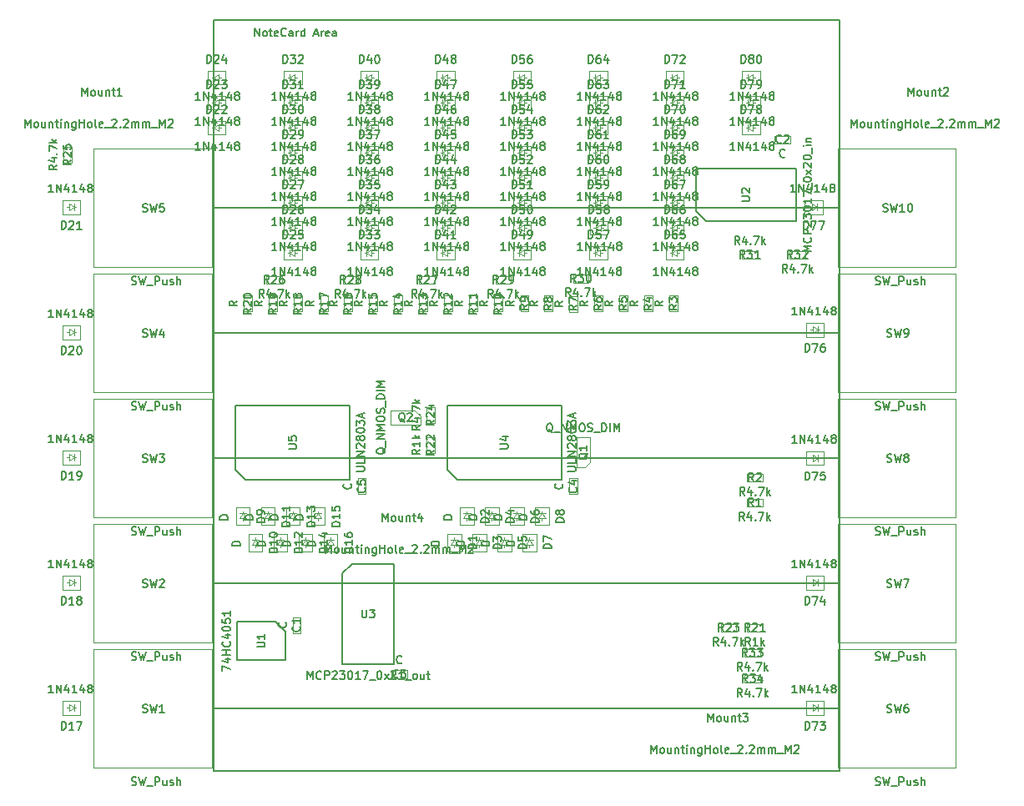
<source format=gbr>
%TF.GenerationSoftware,KiCad,Pcbnew,(5.1.5)-3*%
%TF.CreationDate,2020-02-14T17:13:18-06:00*%
%TF.ProjectId,Shield v.2,53686965-6c64-4207-962e-322e6b696361,rev?*%
%TF.SameCoordinates,Original*%
%TF.FileFunction,Other,Fab,Top*%
%FSLAX46Y46*%
G04 Gerber Fmt 4.6, Leading zero omitted, Abs format (unit mm)*
G04 Created by KiCad (PCBNEW (5.1.5)-3) date 2020-02-14 17:13:18*
%MOMM*%
%LPD*%
G04 APERTURE LIST*
%ADD10C,0.160000*%
%ADD11C,0.200000*%
%ADD12C,0.100000*%
%ADD13C,0.150000*%
G04 APERTURE END LIST*
D10*
X122485666Y-55289404D02*
X122485666Y-54489404D01*
X122942809Y-55289404D01*
X122942809Y-54489404D01*
X123438047Y-55289404D02*
X123361857Y-55251309D01*
X123323761Y-55213214D01*
X123285666Y-55137023D01*
X123285666Y-54908452D01*
X123323761Y-54832261D01*
X123361857Y-54794166D01*
X123438047Y-54756071D01*
X123552333Y-54756071D01*
X123628523Y-54794166D01*
X123666619Y-54832261D01*
X123704714Y-54908452D01*
X123704714Y-55137023D01*
X123666619Y-55213214D01*
X123628523Y-55251309D01*
X123552333Y-55289404D01*
X123438047Y-55289404D01*
X123933285Y-54756071D02*
X124238047Y-54756071D01*
X124047571Y-54489404D02*
X124047571Y-55175119D01*
X124085666Y-55251309D01*
X124161857Y-55289404D01*
X124238047Y-55289404D01*
X124809476Y-55251309D02*
X124733285Y-55289404D01*
X124580904Y-55289404D01*
X124504714Y-55251309D01*
X124466619Y-55175119D01*
X124466619Y-54870357D01*
X124504714Y-54794166D01*
X124580904Y-54756071D01*
X124733285Y-54756071D01*
X124809476Y-54794166D01*
X124847571Y-54870357D01*
X124847571Y-54946547D01*
X124466619Y-55022738D01*
X125647571Y-55213214D02*
X125609476Y-55251309D01*
X125495190Y-55289404D01*
X125419000Y-55289404D01*
X125304714Y-55251309D01*
X125228523Y-55175119D01*
X125190428Y-55098928D01*
X125152333Y-54946547D01*
X125152333Y-54832261D01*
X125190428Y-54679880D01*
X125228523Y-54603690D01*
X125304714Y-54527500D01*
X125419000Y-54489404D01*
X125495190Y-54489404D01*
X125609476Y-54527500D01*
X125647571Y-54565595D01*
X126333285Y-55289404D02*
X126333285Y-54870357D01*
X126295190Y-54794166D01*
X126219000Y-54756071D01*
X126066619Y-54756071D01*
X125990428Y-54794166D01*
X126333285Y-55251309D02*
X126257095Y-55289404D01*
X126066619Y-55289404D01*
X125990428Y-55251309D01*
X125952333Y-55175119D01*
X125952333Y-55098928D01*
X125990428Y-55022738D01*
X126066619Y-54984642D01*
X126257095Y-54984642D01*
X126333285Y-54946547D01*
X126714238Y-55289404D02*
X126714238Y-54756071D01*
X126714238Y-54908452D02*
X126752333Y-54832261D01*
X126790428Y-54794166D01*
X126866619Y-54756071D01*
X126942809Y-54756071D01*
X127552333Y-55289404D02*
X127552333Y-54489404D01*
X127552333Y-55251309D02*
X127476142Y-55289404D01*
X127323761Y-55289404D01*
X127247571Y-55251309D01*
X127209476Y-55213214D01*
X127171380Y-55137023D01*
X127171380Y-54908452D01*
X127209476Y-54832261D01*
X127247571Y-54794166D01*
X127323761Y-54756071D01*
X127476142Y-54756071D01*
X127552333Y-54794166D01*
X128504714Y-55060833D02*
X128885666Y-55060833D01*
X128428523Y-55289404D02*
X128695190Y-54489404D01*
X128961857Y-55289404D01*
X129228523Y-55289404D02*
X129228523Y-54756071D01*
X129228523Y-54908452D02*
X129266619Y-54832261D01*
X129304714Y-54794166D01*
X129380904Y-54756071D01*
X129457095Y-54756071D01*
X130028523Y-55251309D02*
X129952333Y-55289404D01*
X129799952Y-55289404D01*
X129723761Y-55251309D01*
X129685666Y-55175119D01*
X129685666Y-54870357D01*
X129723761Y-54794166D01*
X129799952Y-54756071D01*
X129952333Y-54756071D01*
X130028523Y-54794166D01*
X130066619Y-54870357D01*
X130066619Y-54946547D01*
X129685666Y-55022738D01*
X130752333Y-55289404D02*
X130752333Y-54870357D01*
X130714238Y-54794166D01*
X130638047Y-54756071D01*
X130485666Y-54756071D01*
X130409476Y-54794166D01*
X130752333Y-55251309D02*
X130676142Y-55289404D01*
X130485666Y-55289404D01*
X130409476Y-55251309D01*
X130371380Y-55175119D01*
X130371380Y-55098928D01*
X130409476Y-55022738D01*
X130485666Y-54984642D01*
X130676142Y-54984642D01*
X130752333Y-54946547D01*
D11*
X118364000Y-53657500D02*
X181864000Y-53657500D01*
X118364000Y-72699500D02*
X181864000Y-72699500D01*
X118364000Y-85399500D02*
X181864000Y-85399500D01*
X118364000Y-98099500D02*
X181864000Y-98099500D01*
X118364000Y-110799500D02*
X181864000Y-110799500D01*
X118364000Y-123499500D02*
X181864000Y-123499500D01*
X118364000Y-129849500D02*
X118364000Y-53649500D01*
X181864000Y-53649500D02*
X181864000Y-129849500D01*
X118364000Y-129849500D02*
X181864000Y-129849500D01*
D12*
%TO.C,R26*%
X123660000Y-80410000D02*
X123660000Y-79610000D01*
X123660000Y-79610000D02*
X125260000Y-79610000D01*
X125260000Y-79610000D02*
X125260000Y-80410000D01*
X125260000Y-80410000D02*
X123660000Y-80410000D01*
%TO.C,C1*%
X126346000Y-115862000D02*
X126346000Y-114262000D01*
X127146000Y-115862000D02*
X126346000Y-115862000D01*
X127146000Y-114262000D02*
X127146000Y-115862000D01*
X126346000Y-114262000D02*
X127146000Y-114262000D01*
%TO.C,C2*%
X175222000Y-66186000D02*
X175222000Y-65386000D01*
X175222000Y-65386000D02*
X176822000Y-65386000D01*
X176822000Y-65386000D02*
X176822000Y-66186000D01*
X176822000Y-66186000D02*
X175222000Y-66186000D01*
%TO.C,C3*%
X136360000Y-119615000D02*
X137960000Y-119615000D01*
X136360000Y-120415000D02*
X136360000Y-119615000D01*
X137960000Y-120415000D02*
X136360000Y-120415000D01*
X137960000Y-119615000D02*
X137960000Y-120415000D01*
%TO.C,C4*%
X154413000Y-100165000D02*
X155213000Y-100165000D01*
X155213000Y-100165000D02*
X155213000Y-101765000D01*
X155213000Y-101765000D02*
X154413000Y-101765000D01*
X154413000Y-101765000D02*
X154413000Y-100165000D01*
%TO.C,C5*%
X132950000Y-100165000D02*
X133750000Y-100165000D01*
X133750000Y-100165000D02*
X133750000Y-101765000D01*
X133750000Y-101765000D02*
X132950000Y-101765000D01*
X132950000Y-101765000D02*
X132950000Y-100165000D01*
%TO.C,D1*%
X143448000Y-105780000D02*
X143448000Y-107580000D01*
X143448000Y-107580000D02*
X142048000Y-107580000D01*
X142048000Y-107580000D02*
X142048000Y-105780000D01*
X142048000Y-105780000D02*
X143448000Y-105780000D01*
X143098000Y-106380000D02*
X142398000Y-106380000D01*
X142748000Y-106380000D02*
X142748000Y-106180000D01*
X142748000Y-106380000D02*
X143098000Y-106880000D01*
X143098000Y-106880000D02*
X142398000Y-106880000D01*
X142398000Y-106880000D02*
X142748000Y-106380000D01*
X142748000Y-106880000D02*
X142748000Y-107130000D01*
%TO.C,D2*%
X144018000Y-104213000D02*
X144018000Y-104463000D01*
X143668000Y-104213000D02*
X144018000Y-103713000D01*
X144368000Y-104213000D02*
X143668000Y-104213000D01*
X144018000Y-103713000D02*
X144368000Y-104213000D01*
X144018000Y-103713000D02*
X144018000Y-103513000D01*
X144368000Y-103713000D02*
X143668000Y-103713000D01*
X143318000Y-103113000D02*
X144718000Y-103113000D01*
X143318000Y-104913000D02*
X143318000Y-103113000D01*
X144718000Y-104913000D02*
X143318000Y-104913000D01*
X144718000Y-103113000D02*
X144718000Y-104913000D01*
%TO.C,D3*%
X145988000Y-105780000D02*
X145988000Y-107580000D01*
X145988000Y-107580000D02*
X144588000Y-107580000D01*
X144588000Y-107580000D02*
X144588000Y-105780000D01*
X144588000Y-105780000D02*
X145988000Y-105780000D01*
X145638000Y-106380000D02*
X144938000Y-106380000D01*
X145288000Y-106380000D02*
X145288000Y-106180000D01*
X145288000Y-106380000D02*
X145638000Y-106880000D01*
X145638000Y-106880000D02*
X144938000Y-106880000D01*
X144938000Y-106880000D02*
X145288000Y-106380000D01*
X145288000Y-106880000D02*
X145288000Y-107130000D01*
%TO.C,D4*%
X146558000Y-104213000D02*
X146558000Y-104463000D01*
X146208000Y-104213000D02*
X146558000Y-103713000D01*
X146908000Y-104213000D02*
X146208000Y-104213000D01*
X146558000Y-103713000D02*
X146908000Y-104213000D01*
X146558000Y-103713000D02*
X146558000Y-103513000D01*
X146908000Y-103713000D02*
X146208000Y-103713000D01*
X145858000Y-103113000D02*
X147258000Y-103113000D01*
X145858000Y-104913000D02*
X145858000Y-103113000D01*
X147258000Y-104913000D02*
X145858000Y-104913000D01*
X147258000Y-103113000D02*
X147258000Y-104913000D01*
%TO.C,D5*%
X148528000Y-105780000D02*
X148528000Y-107580000D01*
X148528000Y-107580000D02*
X147128000Y-107580000D01*
X147128000Y-107580000D02*
X147128000Y-105780000D01*
X147128000Y-105780000D02*
X148528000Y-105780000D01*
X148178000Y-106380000D02*
X147478000Y-106380000D01*
X147828000Y-106380000D02*
X147828000Y-106180000D01*
X147828000Y-106380000D02*
X148178000Y-106880000D01*
X148178000Y-106880000D02*
X147478000Y-106880000D01*
X147478000Y-106880000D02*
X147828000Y-106380000D01*
X147828000Y-106880000D02*
X147828000Y-107130000D01*
%TO.C,D6*%
X149098000Y-104213000D02*
X149098000Y-104463000D01*
X148748000Y-104213000D02*
X149098000Y-103713000D01*
X149448000Y-104213000D02*
X148748000Y-104213000D01*
X149098000Y-103713000D02*
X149448000Y-104213000D01*
X149098000Y-103713000D02*
X149098000Y-103513000D01*
X149448000Y-103713000D02*
X148748000Y-103713000D01*
X148398000Y-103113000D02*
X149798000Y-103113000D01*
X148398000Y-104913000D02*
X148398000Y-103113000D01*
X149798000Y-104913000D02*
X148398000Y-104913000D01*
X149798000Y-103113000D02*
X149798000Y-104913000D01*
%TO.C,D7*%
X151068000Y-105780000D02*
X151068000Y-107580000D01*
X151068000Y-107580000D02*
X149668000Y-107580000D01*
X149668000Y-107580000D02*
X149668000Y-105780000D01*
X149668000Y-105780000D02*
X151068000Y-105780000D01*
X150718000Y-106380000D02*
X150018000Y-106380000D01*
X150368000Y-106380000D02*
X150368000Y-106180000D01*
X150368000Y-106380000D02*
X150718000Y-106880000D01*
X150718000Y-106880000D02*
X150018000Y-106880000D01*
X150018000Y-106880000D02*
X150368000Y-106380000D01*
X150368000Y-106880000D02*
X150368000Y-107130000D01*
%TO.C,D8*%
X151638000Y-104213000D02*
X151638000Y-104463000D01*
X151288000Y-104213000D02*
X151638000Y-103713000D01*
X151988000Y-104213000D02*
X151288000Y-104213000D01*
X151638000Y-103713000D02*
X151988000Y-104213000D01*
X151638000Y-103713000D02*
X151638000Y-103513000D01*
X151988000Y-103713000D02*
X151288000Y-103713000D01*
X150938000Y-103113000D02*
X152338000Y-103113000D01*
X150938000Y-104913000D02*
X150938000Y-103113000D01*
X152338000Y-104913000D02*
X150938000Y-104913000D01*
X152338000Y-103113000D02*
X152338000Y-104913000D01*
%TO.C,D9*%
X121985000Y-103113000D02*
X121985000Y-104913000D01*
X121985000Y-104913000D02*
X120585000Y-104913000D01*
X120585000Y-104913000D02*
X120585000Y-103113000D01*
X120585000Y-103113000D02*
X121985000Y-103113000D01*
X121635000Y-103713000D02*
X120935000Y-103713000D01*
X121285000Y-103713000D02*
X121285000Y-103513000D01*
X121285000Y-103713000D02*
X121635000Y-104213000D01*
X121635000Y-104213000D02*
X120935000Y-104213000D01*
X120935000Y-104213000D02*
X121285000Y-103713000D01*
X121285000Y-104213000D02*
X121285000Y-104463000D01*
%TO.C,D10*%
X123255000Y-105780000D02*
X123255000Y-107580000D01*
X123255000Y-107580000D02*
X121855000Y-107580000D01*
X121855000Y-107580000D02*
X121855000Y-105780000D01*
X121855000Y-105780000D02*
X123255000Y-105780000D01*
X122905000Y-106380000D02*
X122205000Y-106380000D01*
X122555000Y-106380000D02*
X122555000Y-106180000D01*
X122555000Y-106380000D02*
X122905000Y-106880000D01*
X122905000Y-106880000D02*
X122205000Y-106880000D01*
X122205000Y-106880000D02*
X122555000Y-106380000D01*
X122555000Y-106880000D02*
X122555000Y-107130000D01*
%TO.C,D11*%
X124525000Y-103113000D02*
X124525000Y-104913000D01*
X124525000Y-104913000D02*
X123125000Y-104913000D01*
X123125000Y-104913000D02*
X123125000Y-103113000D01*
X123125000Y-103113000D02*
X124525000Y-103113000D01*
X124175000Y-103713000D02*
X123475000Y-103713000D01*
X123825000Y-103713000D02*
X123825000Y-103513000D01*
X123825000Y-103713000D02*
X124175000Y-104213000D01*
X124175000Y-104213000D02*
X123475000Y-104213000D01*
X123475000Y-104213000D02*
X123825000Y-103713000D01*
X123825000Y-104213000D02*
X123825000Y-104463000D01*
%TO.C,D12*%
X125095000Y-106880000D02*
X125095000Y-107130000D01*
X124745000Y-106880000D02*
X125095000Y-106380000D01*
X125445000Y-106880000D02*
X124745000Y-106880000D01*
X125095000Y-106380000D02*
X125445000Y-106880000D01*
X125095000Y-106380000D02*
X125095000Y-106180000D01*
X125445000Y-106380000D02*
X124745000Y-106380000D01*
X124395000Y-105780000D02*
X125795000Y-105780000D01*
X124395000Y-107580000D02*
X124395000Y-105780000D01*
X125795000Y-107580000D02*
X124395000Y-107580000D01*
X125795000Y-105780000D02*
X125795000Y-107580000D01*
%TO.C,D13*%
X127065000Y-103113000D02*
X127065000Y-104913000D01*
X127065000Y-104913000D02*
X125665000Y-104913000D01*
X125665000Y-104913000D02*
X125665000Y-103113000D01*
X125665000Y-103113000D02*
X127065000Y-103113000D01*
X126715000Y-103713000D02*
X126015000Y-103713000D01*
X126365000Y-103713000D02*
X126365000Y-103513000D01*
X126365000Y-103713000D02*
X126715000Y-104213000D01*
X126715000Y-104213000D02*
X126015000Y-104213000D01*
X126015000Y-104213000D02*
X126365000Y-103713000D01*
X126365000Y-104213000D02*
X126365000Y-104463000D01*
%TO.C,D14*%
X127635000Y-106880000D02*
X127635000Y-107130000D01*
X127285000Y-106880000D02*
X127635000Y-106380000D01*
X127985000Y-106880000D02*
X127285000Y-106880000D01*
X127635000Y-106380000D02*
X127985000Y-106880000D01*
X127635000Y-106380000D02*
X127635000Y-106180000D01*
X127985000Y-106380000D02*
X127285000Y-106380000D01*
X126935000Y-105780000D02*
X128335000Y-105780000D01*
X126935000Y-107580000D02*
X126935000Y-105780000D01*
X128335000Y-107580000D02*
X126935000Y-107580000D01*
X128335000Y-105780000D02*
X128335000Y-107580000D01*
%TO.C,D15*%
X129605000Y-103113000D02*
X129605000Y-104913000D01*
X129605000Y-104913000D02*
X128205000Y-104913000D01*
X128205000Y-104913000D02*
X128205000Y-103113000D01*
X128205000Y-103113000D02*
X129605000Y-103113000D01*
X129255000Y-103713000D02*
X128555000Y-103713000D01*
X128905000Y-103713000D02*
X128905000Y-103513000D01*
X128905000Y-103713000D02*
X129255000Y-104213000D01*
X129255000Y-104213000D02*
X128555000Y-104213000D01*
X128555000Y-104213000D02*
X128905000Y-103713000D01*
X128905000Y-104213000D02*
X128905000Y-104463000D01*
%TO.C,D16*%
X130175000Y-106880000D02*
X130175000Y-107130000D01*
X129825000Y-106880000D02*
X130175000Y-106380000D01*
X130525000Y-106880000D02*
X129825000Y-106880000D01*
X130175000Y-106380000D02*
X130525000Y-106880000D01*
X130175000Y-106380000D02*
X130175000Y-106180000D01*
X130525000Y-106380000D02*
X129825000Y-106380000D01*
X129475000Y-105780000D02*
X130875000Y-105780000D01*
X129475000Y-107580000D02*
X129475000Y-105780000D01*
X130875000Y-107580000D02*
X129475000Y-107580000D01*
X130875000Y-105780000D02*
X130875000Y-107580000D01*
%TO.C,D17*%
X104786000Y-124144000D02*
X102986000Y-124144000D01*
X102986000Y-124144000D02*
X102986000Y-122744000D01*
X102986000Y-122744000D02*
X104786000Y-122744000D01*
X104786000Y-122744000D02*
X104786000Y-124144000D01*
X104186000Y-123794000D02*
X104186000Y-123094000D01*
X104186000Y-123444000D02*
X104386000Y-123444000D01*
X104186000Y-123444000D02*
X103686000Y-123794000D01*
X103686000Y-123794000D02*
X103686000Y-123094000D01*
X103686000Y-123094000D02*
X104186000Y-123444000D01*
X103686000Y-123444000D02*
X103436000Y-123444000D01*
%TO.C,D18*%
X104786000Y-111444000D02*
X102986000Y-111444000D01*
X102986000Y-111444000D02*
X102986000Y-110044000D01*
X102986000Y-110044000D02*
X104786000Y-110044000D01*
X104786000Y-110044000D02*
X104786000Y-111444000D01*
X104186000Y-111094000D02*
X104186000Y-110394000D01*
X104186000Y-110744000D02*
X104386000Y-110744000D01*
X104186000Y-110744000D02*
X103686000Y-111094000D01*
X103686000Y-111094000D02*
X103686000Y-110394000D01*
X103686000Y-110394000D02*
X104186000Y-110744000D01*
X103686000Y-110744000D02*
X103436000Y-110744000D01*
%TO.C,D19*%
X103686000Y-98044000D02*
X103436000Y-98044000D01*
X103686000Y-97694000D02*
X104186000Y-98044000D01*
X103686000Y-98394000D02*
X103686000Y-97694000D01*
X104186000Y-98044000D02*
X103686000Y-98394000D01*
X104186000Y-98044000D02*
X104386000Y-98044000D01*
X104186000Y-98394000D02*
X104186000Y-97694000D01*
X104786000Y-97344000D02*
X104786000Y-98744000D01*
X102986000Y-97344000D02*
X104786000Y-97344000D01*
X102986000Y-98744000D02*
X102986000Y-97344000D01*
X104786000Y-98744000D02*
X102986000Y-98744000D01*
%TO.C,D20*%
X103686000Y-85344000D02*
X103436000Y-85344000D01*
X103686000Y-84994000D02*
X104186000Y-85344000D01*
X103686000Y-85694000D02*
X103686000Y-84994000D01*
X104186000Y-85344000D02*
X103686000Y-85694000D01*
X104186000Y-85344000D02*
X104386000Y-85344000D01*
X104186000Y-85694000D02*
X104186000Y-84994000D01*
X104786000Y-84644000D02*
X104786000Y-86044000D01*
X102986000Y-84644000D02*
X104786000Y-84644000D01*
X102986000Y-86044000D02*
X102986000Y-84644000D01*
X104786000Y-86044000D02*
X102986000Y-86044000D01*
%TO.C,D21*%
X103686000Y-72644000D02*
X103436000Y-72644000D01*
X103686000Y-72294000D02*
X104186000Y-72644000D01*
X103686000Y-72994000D02*
X103686000Y-72294000D01*
X104186000Y-72644000D02*
X103686000Y-72994000D01*
X104186000Y-72644000D02*
X104386000Y-72644000D01*
X104186000Y-72994000D02*
X104186000Y-72294000D01*
X104786000Y-71944000D02*
X104786000Y-73344000D01*
X102986000Y-71944000D02*
X104786000Y-71944000D01*
X102986000Y-73344000D02*
X102986000Y-71944000D01*
X104786000Y-73344000D02*
X102986000Y-73344000D01*
%TO.C,D22*%
X117718000Y-63879500D02*
X119518000Y-63879500D01*
X119518000Y-63879500D02*
X119518000Y-65279500D01*
X119518000Y-65279500D02*
X117718000Y-65279500D01*
X117718000Y-65279500D02*
X117718000Y-63879500D01*
X118318000Y-64229500D02*
X118318000Y-64929500D01*
X118318000Y-64579500D02*
X118118000Y-64579500D01*
X118318000Y-64579500D02*
X118818000Y-64229500D01*
X118818000Y-64229500D02*
X118818000Y-64929500D01*
X118818000Y-64929500D02*
X118318000Y-64579500D01*
X118818000Y-64579500D02*
X119068000Y-64579500D01*
%TO.C,D23*%
X117718000Y-61339500D02*
X119518000Y-61339500D01*
X119518000Y-61339500D02*
X119518000Y-62739500D01*
X119518000Y-62739500D02*
X117718000Y-62739500D01*
X117718000Y-62739500D02*
X117718000Y-61339500D01*
X118318000Y-61689500D02*
X118318000Y-62389500D01*
X118318000Y-62039500D02*
X118118000Y-62039500D01*
X118318000Y-62039500D02*
X118818000Y-61689500D01*
X118818000Y-61689500D02*
X118818000Y-62389500D01*
X118818000Y-62389500D02*
X118318000Y-62039500D01*
X118818000Y-62039500D02*
X119068000Y-62039500D01*
%TO.C,D24*%
X118818000Y-59499500D02*
X119068000Y-59499500D01*
X118818000Y-59849500D02*
X118318000Y-59499500D01*
X118818000Y-59149500D02*
X118818000Y-59849500D01*
X118318000Y-59499500D02*
X118818000Y-59149500D01*
X118318000Y-59499500D02*
X118118000Y-59499500D01*
X118318000Y-59149500D02*
X118318000Y-59849500D01*
X117718000Y-60199500D02*
X117718000Y-58799500D01*
X119518000Y-60199500D02*
X117718000Y-60199500D01*
X119518000Y-58799500D02*
X119518000Y-60199500D01*
X117718000Y-58799500D02*
X119518000Y-58799500D01*
%TO.C,D25*%
X125465000Y-76579500D02*
X127265000Y-76579500D01*
X127265000Y-76579500D02*
X127265000Y-77979500D01*
X127265000Y-77979500D02*
X125465000Y-77979500D01*
X125465000Y-77979500D02*
X125465000Y-76579500D01*
X126065000Y-76929500D02*
X126065000Y-77629500D01*
X126065000Y-77279500D02*
X125865000Y-77279500D01*
X126065000Y-77279500D02*
X126565000Y-76929500D01*
X126565000Y-76929500D02*
X126565000Y-77629500D01*
X126565000Y-77629500D02*
X126065000Y-77279500D01*
X126565000Y-77279500D02*
X126815000Y-77279500D01*
%TO.C,D26*%
X125465000Y-74039500D02*
X127265000Y-74039500D01*
X127265000Y-74039500D02*
X127265000Y-75439500D01*
X127265000Y-75439500D02*
X125465000Y-75439500D01*
X125465000Y-75439500D02*
X125465000Y-74039500D01*
X126065000Y-74389500D02*
X126065000Y-75089500D01*
X126065000Y-74739500D02*
X125865000Y-74739500D01*
X126065000Y-74739500D02*
X126565000Y-74389500D01*
X126565000Y-74389500D02*
X126565000Y-75089500D01*
X126565000Y-75089500D02*
X126065000Y-74739500D01*
X126565000Y-74739500D02*
X126815000Y-74739500D01*
%TO.C,D27*%
X125465000Y-71499500D02*
X127265000Y-71499500D01*
X127265000Y-71499500D02*
X127265000Y-72899500D01*
X127265000Y-72899500D02*
X125465000Y-72899500D01*
X125465000Y-72899500D02*
X125465000Y-71499500D01*
X126065000Y-71849500D02*
X126065000Y-72549500D01*
X126065000Y-72199500D02*
X125865000Y-72199500D01*
X126065000Y-72199500D02*
X126565000Y-71849500D01*
X126565000Y-71849500D02*
X126565000Y-72549500D01*
X126565000Y-72549500D02*
X126065000Y-72199500D01*
X126565000Y-72199500D02*
X126815000Y-72199500D01*
%TO.C,D28*%
X126565000Y-69659500D02*
X126815000Y-69659500D01*
X126565000Y-70009500D02*
X126065000Y-69659500D01*
X126565000Y-69309500D02*
X126565000Y-70009500D01*
X126065000Y-69659500D02*
X126565000Y-69309500D01*
X126065000Y-69659500D02*
X125865000Y-69659500D01*
X126065000Y-69309500D02*
X126065000Y-70009500D01*
X125465000Y-70359500D02*
X125465000Y-68959500D01*
X127265000Y-70359500D02*
X125465000Y-70359500D01*
X127265000Y-68959500D02*
X127265000Y-70359500D01*
X125465000Y-68959500D02*
X127265000Y-68959500D01*
%TO.C,D29*%
X126565000Y-67119500D02*
X126815000Y-67119500D01*
X126565000Y-67469500D02*
X126065000Y-67119500D01*
X126565000Y-66769500D02*
X126565000Y-67469500D01*
X126065000Y-67119500D02*
X126565000Y-66769500D01*
X126065000Y-67119500D02*
X125865000Y-67119500D01*
X126065000Y-66769500D02*
X126065000Y-67469500D01*
X125465000Y-67819500D02*
X125465000Y-66419500D01*
X127265000Y-67819500D02*
X125465000Y-67819500D01*
X127265000Y-66419500D02*
X127265000Y-67819500D01*
X125465000Y-66419500D02*
X127265000Y-66419500D01*
%TO.C,D30*%
X126565000Y-64579500D02*
X126815000Y-64579500D01*
X126565000Y-64929500D02*
X126065000Y-64579500D01*
X126565000Y-64229500D02*
X126565000Y-64929500D01*
X126065000Y-64579500D02*
X126565000Y-64229500D01*
X126065000Y-64579500D02*
X125865000Y-64579500D01*
X126065000Y-64229500D02*
X126065000Y-64929500D01*
X125465000Y-65279500D02*
X125465000Y-63879500D01*
X127265000Y-65279500D02*
X125465000Y-65279500D01*
X127265000Y-63879500D02*
X127265000Y-65279500D01*
X125465000Y-63879500D02*
X127265000Y-63879500D01*
%TO.C,D31*%
X125465000Y-61339500D02*
X127265000Y-61339500D01*
X127265000Y-61339500D02*
X127265000Y-62739500D01*
X127265000Y-62739500D02*
X125465000Y-62739500D01*
X125465000Y-62739500D02*
X125465000Y-61339500D01*
X126065000Y-61689500D02*
X126065000Y-62389500D01*
X126065000Y-62039500D02*
X125865000Y-62039500D01*
X126065000Y-62039500D02*
X126565000Y-61689500D01*
X126565000Y-61689500D02*
X126565000Y-62389500D01*
X126565000Y-62389500D02*
X126065000Y-62039500D01*
X126565000Y-62039500D02*
X126815000Y-62039500D01*
%TO.C,D32*%
X125465000Y-58799500D02*
X127265000Y-58799500D01*
X127265000Y-58799500D02*
X127265000Y-60199500D01*
X127265000Y-60199500D02*
X125465000Y-60199500D01*
X125465000Y-60199500D02*
X125465000Y-58799500D01*
X126065000Y-59149500D02*
X126065000Y-59849500D01*
X126065000Y-59499500D02*
X125865000Y-59499500D01*
X126065000Y-59499500D02*
X126565000Y-59149500D01*
X126565000Y-59149500D02*
X126565000Y-59849500D01*
X126565000Y-59849500D02*
X126065000Y-59499500D01*
X126565000Y-59499500D02*
X126815000Y-59499500D01*
%TO.C,D33*%
X133212000Y-76579500D02*
X135012000Y-76579500D01*
X135012000Y-76579500D02*
X135012000Y-77979500D01*
X135012000Y-77979500D02*
X133212000Y-77979500D01*
X133212000Y-77979500D02*
X133212000Y-76579500D01*
X133812000Y-76929500D02*
X133812000Y-77629500D01*
X133812000Y-77279500D02*
X133612000Y-77279500D01*
X133812000Y-77279500D02*
X134312000Y-76929500D01*
X134312000Y-76929500D02*
X134312000Y-77629500D01*
X134312000Y-77629500D02*
X133812000Y-77279500D01*
X134312000Y-77279500D02*
X134562000Y-77279500D01*
%TO.C,D34*%
X134312000Y-74739500D02*
X134562000Y-74739500D01*
X134312000Y-75089500D02*
X133812000Y-74739500D01*
X134312000Y-74389500D02*
X134312000Y-75089500D01*
X133812000Y-74739500D02*
X134312000Y-74389500D01*
X133812000Y-74739500D02*
X133612000Y-74739500D01*
X133812000Y-74389500D02*
X133812000Y-75089500D01*
X133212000Y-75439500D02*
X133212000Y-74039500D01*
X135012000Y-75439500D02*
X133212000Y-75439500D01*
X135012000Y-74039500D02*
X135012000Y-75439500D01*
X133212000Y-74039500D02*
X135012000Y-74039500D01*
%TO.C,D35*%
X134312000Y-72199500D02*
X134562000Y-72199500D01*
X134312000Y-72549500D02*
X133812000Y-72199500D01*
X134312000Y-71849500D02*
X134312000Y-72549500D01*
X133812000Y-72199500D02*
X134312000Y-71849500D01*
X133812000Y-72199500D02*
X133612000Y-72199500D01*
X133812000Y-71849500D02*
X133812000Y-72549500D01*
X133212000Y-72899500D02*
X133212000Y-71499500D01*
X135012000Y-72899500D02*
X133212000Y-72899500D01*
X135012000Y-71499500D02*
X135012000Y-72899500D01*
X133212000Y-71499500D02*
X135012000Y-71499500D01*
%TO.C,D36*%
X133212000Y-68959500D02*
X135012000Y-68959500D01*
X135012000Y-68959500D02*
X135012000Y-70359500D01*
X135012000Y-70359500D02*
X133212000Y-70359500D01*
X133212000Y-70359500D02*
X133212000Y-68959500D01*
X133812000Y-69309500D02*
X133812000Y-70009500D01*
X133812000Y-69659500D02*
X133612000Y-69659500D01*
X133812000Y-69659500D02*
X134312000Y-69309500D01*
X134312000Y-69309500D02*
X134312000Y-70009500D01*
X134312000Y-70009500D02*
X133812000Y-69659500D01*
X134312000Y-69659500D02*
X134562000Y-69659500D01*
%TO.C,D37*%
X133212000Y-66419500D02*
X135012000Y-66419500D01*
X135012000Y-66419500D02*
X135012000Y-67819500D01*
X135012000Y-67819500D02*
X133212000Y-67819500D01*
X133212000Y-67819500D02*
X133212000Y-66419500D01*
X133812000Y-66769500D02*
X133812000Y-67469500D01*
X133812000Y-67119500D02*
X133612000Y-67119500D01*
X133812000Y-67119500D02*
X134312000Y-66769500D01*
X134312000Y-66769500D02*
X134312000Y-67469500D01*
X134312000Y-67469500D02*
X133812000Y-67119500D01*
X134312000Y-67119500D02*
X134562000Y-67119500D01*
%TO.C,D38*%
X133212000Y-63879500D02*
X135012000Y-63879500D01*
X135012000Y-63879500D02*
X135012000Y-65279500D01*
X135012000Y-65279500D02*
X133212000Y-65279500D01*
X133212000Y-65279500D02*
X133212000Y-63879500D01*
X133812000Y-64229500D02*
X133812000Y-64929500D01*
X133812000Y-64579500D02*
X133612000Y-64579500D01*
X133812000Y-64579500D02*
X134312000Y-64229500D01*
X134312000Y-64229500D02*
X134312000Y-64929500D01*
X134312000Y-64929500D02*
X133812000Y-64579500D01*
X134312000Y-64579500D02*
X134562000Y-64579500D01*
%TO.C,D39*%
X134312000Y-62039500D02*
X134562000Y-62039500D01*
X134312000Y-62389500D02*
X133812000Y-62039500D01*
X134312000Y-61689500D02*
X134312000Y-62389500D01*
X133812000Y-62039500D02*
X134312000Y-61689500D01*
X133812000Y-62039500D02*
X133612000Y-62039500D01*
X133812000Y-61689500D02*
X133812000Y-62389500D01*
X133212000Y-62739500D02*
X133212000Y-61339500D01*
X135012000Y-62739500D02*
X133212000Y-62739500D01*
X135012000Y-61339500D02*
X135012000Y-62739500D01*
X133212000Y-61339500D02*
X135012000Y-61339500D01*
%TO.C,D40*%
X134312000Y-59499500D02*
X134562000Y-59499500D01*
X134312000Y-59849500D02*
X133812000Y-59499500D01*
X134312000Y-59149500D02*
X134312000Y-59849500D01*
X133812000Y-59499500D02*
X134312000Y-59149500D01*
X133812000Y-59499500D02*
X133612000Y-59499500D01*
X133812000Y-59149500D02*
X133812000Y-59849500D01*
X133212000Y-60199500D02*
X133212000Y-58799500D01*
X135012000Y-60199500D02*
X133212000Y-60199500D01*
X135012000Y-58799500D02*
X135012000Y-60199500D01*
X133212000Y-58799500D02*
X135012000Y-58799500D01*
%TO.C,D41*%
X142059000Y-77279500D02*
X142309000Y-77279500D01*
X142059000Y-77629500D02*
X141559000Y-77279500D01*
X142059000Y-76929500D02*
X142059000Y-77629500D01*
X141559000Y-77279500D02*
X142059000Y-76929500D01*
X141559000Y-77279500D02*
X141359000Y-77279500D01*
X141559000Y-76929500D02*
X141559000Y-77629500D01*
X140959000Y-77979500D02*
X140959000Y-76579500D01*
X142759000Y-77979500D02*
X140959000Y-77979500D01*
X142759000Y-76579500D02*
X142759000Y-77979500D01*
X140959000Y-76579500D02*
X142759000Y-76579500D01*
%TO.C,D42*%
X140959000Y-74039500D02*
X142759000Y-74039500D01*
X142759000Y-74039500D02*
X142759000Y-75439500D01*
X142759000Y-75439500D02*
X140959000Y-75439500D01*
X140959000Y-75439500D02*
X140959000Y-74039500D01*
X141559000Y-74389500D02*
X141559000Y-75089500D01*
X141559000Y-74739500D02*
X141359000Y-74739500D01*
X141559000Y-74739500D02*
X142059000Y-74389500D01*
X142059000Y-74389500D02*
X142059000Y-75089500D01*
X142059000Y-75089500D02*
X141559000Y-74739500D01*
X142059000Y-74739500D02*
X142309000Y-74739500D01*
%TO.C,D43*%
X142059000Y-72199500D02*
X142309000Y-72199500D01*
X142059000Y-72549500D02*
X141559000Y-72199500D01*
X142059000Y-71849500D02*
X142059000Y-72549500D01*
X141559000Y-72199500D02*
X142059000Y-71849500D01*
X141559000Y-72199500D02*
X141359000Y-72199500D01*
X141559000Y-71849500D02*
X141559000Y-72549500D01*
X140959000Y-72899500D02*
X140959000Y-71499500D01*
X142759000Y-72899500D02*
X140959000Y-72899500D01*
X142759000Y-71499500D02*
X142759000Y-72899500D01*
X140959000Y-71499500D02*
X142759000Y-71499500D01*
%TO.C,D44*%
X142059000Y-69659500D02*
X142309000Y-69659500D01*
X142059000Y-70009500D02*
X141559000Y-69659500D01*
X142059000Y-69309500D02*
X142059000Y-70009500D01*
X141559000Y-69659500D02*
X142059000Y-69309500D01*
X141559000Y-69659500D02*
X141359000Y-69659500D01*
X141559000Y-69309500D02*
X141559000Y-70009500D01*
X140959000Y-70359500D02*
X140959000Y-68959500D01*
X142759000Y-70359500D02*
X140959000Y-70359500D01*
X142759000Y-68959500D02*
X142759000Y-70359500D01*
X140959000Y-68959500D02*
X142759000Y-68959500D01*
%TO.C,D45*%
X142059000Y-67119500D02*
X142309000Y-67119500D01*
X142059000Y-67469500D02*
X141559000Y-67119500D01*
X142059000Y-66769500D02*
X142059000Y-67469500D01*
X141559000Y-67119500D02*
X142059000Y-66769500D01*
X141559000Y-67119500D02*
X141359000Y-67119500D01*
X141559000Y-66769500D02*
X141559000Y-67469500D01*
X140959000Y-67819500D02*
X140959000Y-66419500D01*
X142759000Y-67819500D02*
X140959000Y-67819500D01*
X142759000Y-66419500D02*
X142759000Y-67819500D01*
X140959000Y-66419500D02*
X142759000Y-66419500D01*
%TO.C,D46*%
X140959000Y-63879500D02*
X142759000Y-63879500D01*
X142759000Y-63879500D02*
X142759000Y-65279500D01*
X142759000Y-65279500D02*
X140959000Y-65279500D01*
X140959000Y-65279500D02*
X140959000Y-63879500D01*
X141559000Y-64229500D02*
X141559000Y-64929500D01*
X141559000Y-64579500D02*
X141359000Y-64579500D01*
X141559000Y-64579500D02*
X142059000Y-64229500D01*
X142059000Y-64229500D02*
X142059000Y-64929500D01*
X142059000Y-64929500D02*
X141559000Y-64579500D01*
X142059000Y-64579500D02*
X142309000Y-64579500D01*
%TO.C,D47*%
X140959000Y-61339500D02*
X142759000Y-61339500D01*
X142759000Y-61339500D02*
X142759000Y-62739500D01*
X142759000Y-62739500D02*
X140959000Y-62739500D01*
X140959000Y-62739500D02*
X140959000Y-61339500D01*
X141559000Y-61689500D02*
X141559000Y-62389500D01*
X141559000Y-62039500D02*
X141359000Y-62039500D01*
X141559000Y-62039500D02*
X142059000Y-61689500D01*
X142059000Y-61689500D02*
X142059000Y-62389500D01*
X142059000Y-62389500D02*
X141559000Y-62039500D01*
X142059000Y-62039500D02*
X142309000Y-62039500D01*
%TO.C,D48*%
X140959000Y-58799500D02*
X142759000Y-58799500D01*
X142759000Y-58799500D02*
X142759000Y-60199500D01*
X142759000Y-60199500D02*
X140959000Y-60199500D01*
X140959000Y-60199500D02*
X140959000Y-58799500D01*
X141559000Y-59149500D02*
X141559000Y-59849500D01*
X141559000Y-59499500D02*
X141359000Y-59499500D01*
X141559000Y-59499500D02*
X142059000Y-59149500D01*
X142059000Y-59149500D02*
X142059000Y-59849500D01*
X142059000Y-59849500D02*
X141559000Y-59499500D01*
X142059000Y-59499500D02*
X142309000Y-59499500D01*
%TO.C,D49*%
X148706000Y-76579500D02*
X150506000Y-76579500D01*
X150506000Y-76579500D02*
X150506000Y-77979500D01*
X150506000Y-77979500D02*
X148706000Y-77979500D01*
X148706000Y-77979500D02*
X148706000Y-76579500D01*
X149306000Y-76929500D02*
X149306000Y-77629500D01*
X149306000Y-77279500D02*
X149106000Y-77279500D01*
X149306000Y-77279500D02*
X149806000Y-76929500D01*
X149806000Y-76929500D02*
X149806000Y-77629500D01*
X149806000Y-77629500D02*
X149306000Y-77279500D01*
X149806000Y-77279500D02*
X150056000Y-77279500D01*
%TO.C,D50*%
X149806000Y-74739500D02*
X150056000Y-74739500D01*
X149806000Y-75089500D02*
X149306000Y-74739500D01*
X149806000Y-74389500D02*
X149806000Y-75089500D01*
X149306000Y-74739500D02*
X149806000Y-74389500D01*
X149306000Y-74739500D02*
X149106000Y-74739500D01*
X149306000Y-74389500D02*
X149306000Y-75089500D01*
X148706000Y-75439500D02*
X148706000Y-74039500D01*
X150506000Y-75439500D02*
X148706000Y-75439500D01*
X150506000Y-74039500D02*
X150506000Y-75439500D01*
X148706000Y-74039500D02*
X150506000Y-74039500D01*
%TO.C,D51*%
X149806000Y-72199500D02*
X150056000Y-72199500D01*
X149806000Y-72549500D02*
X149306000Y-72199500D01*
X149806000Y-71849500D02*
X149806000Y-72549500D01*
X149306000Y-72199500D02*
X149806000Y-71849500D01*
X149306000Y-72199500D02*
X149106000Y-72199500D01*
X149306000Y-71849500D02*
X149306000Y-72549500D01*
X148706000Y-72899500D02*
X148706000Y-71499500D01*
X150506000Y-72899500D02*
X148706000Y-72899500D01*
X150506000Y-71499500D02*
X150506000Y-72899500D01*
X148706000Y-71499500D02*
X150506000Y-71499500D01*
%TO.C,D52*%
X148706000Y-68959500D02*
X150506000Y-68959500D01*
X150506000Y-68959500D02*
X150506000Y-70359500D01*
X150506000Y-70359500D02*
X148706000Y-70359500D01*
X148706000Y-70359500D02*
X148706000Y-68959500D01*
X149306000Y-69309500D02*
X149306000Y-70009500D01*
X149306000Y-69659500D02*
X149106000Y-69659500D01*
X149306000Y-69659500D02*
X149806000Y-69309500D01*
X149806000Y-69309500D02*
X149806000Y-70009500D01*
X149806000Y-70009500D02*
X149306000Y-69659500D01*
X149806000Y-69659500D02*
X150056000Y-69659500D01*
%TO.C,D53*%
X148706000Y-66419500D02*
X150506000Y-66419500D01*
X150506000Y-66419500D02*
X150506000Y-67819500D01*
X150506000Y-67819500D02*
X148706000Y-67819500D01*
X148706000Y-67819500D02*
X148706000Y-66419500D01*
X149306000Y-66769500D02*
X149306000Y-67469500D01*
X149306000Y-67119500D02*
X149106000Y-67119500D01*
X149306000Y-67119500D02*
X149806000Y-66769500D01*
X149806000Y-66769500D02*
X149806000Y-67469500D01*
X149806000Y-67469500D02*
X149306000Y-67119500D01*
X149806000Y-67119500D02*
X150056000Y-67119500D01*
%TO.C,D54*%
X149806000Y-64579500D02*
X150056000Y-64579500D01*
X149806000Y-64929500D02*
X149306000Y-64579500D01*
X149806000Y-64229500D02*
X149806000Y-64929500D01*
X149306000Y-64579500D02*
X149806000Y-64229500D01*
X149306000Y-64579500D02*
X149106000Y-64579500D01*
X149306000Y-64229500D02*
X149306000Y-64929500D01*
X148706000Y-65279500D02*
X148706000Y-63879500D01*
X150506000Y-65279500D02*
X148706000Y-65279500D01*
X150506000Y-63879500D02*
X150506000Y-65279500D01*
X148706000Y-63879500D02*
X150506000Y-63879500D01*
%TO.C,D55*%
X149806000Y-62039500D02*
X150056000Y-62039500D01*
X149806000Y-62389500D02*
X149306000Y-62039500D01*
X149806000Y-61689500D02*
X149806000Y-62389500D01*
X149306000Y-62039500D02*
X149806000Y-61689500D01*
X149306000Y-62039500D02*
X149106000Y-62039500D01*
X149306000Y-61689500D02*
X149306000Y-62389500D01*
X148706000Y-62739500D02*
X148706000Y-61339500D01*
X150506000Y-62739500D02*
X148706000Y-62739500D01*
X150506000Y-61339500D02*
X150506000Y-62739500D01*
X148706000Y-61339500D02*
X150506000Y-61339500D01*
%TO.C,D56*%
X149806000Y-59499500D02*
X150056000Y-59499500D01*
X149806000Y-59849500D02*
X149306000Y-59499500D01*
X149806000Y-59149500D02*
X149806000Y-59849500D01*
X149306000Y-59499500D02*
X149806000Y-59149500D01*
X149306000Y-59499500D02*
X149106000Y-59499500D01*
X149306000Y-59149500D02*
X149306000Y-59849500D01*
X148706000Y-60199500D02*
X148706000Y-58799500D01*
X150506000Y-60199500D02*
X148706000Y-60199500D01*
X150506000Y-58799500D02*
X150506000Y-60199500D01*
X148706000Y-58799500D02*
X150506000Y-58799500D01*
%TO.C,D57*%
X157553000Y-77279500D02*
X157803000Y-77279500D01*
X157553000Y-77629500D02*
X157053000Y-77279500D01*
X157553000Y-76929500D02*
X157553000Y-77629500D01*
X157053000Y-77279500D02*
X157553000Y-76929500D01*
X157053000Y-77279500D02*
X156853000Y-77279500D01*
X157053000Y-76929500D02*
X157053000Y-77629500D01*
X156453000Y-77979500D02*
X156453000Y-76579500D01*
X158253000Y-77979500D02*
X156453000Y-77979500D01*
X158253000Y-76579500D02*
X158253000Y-77979500D01*
X156453000Y-76579500D02*
X158253000Y-76579500D01*
%TO.C,D58*%
X156487000Y-74039500D02*
X158287000Y-74039500D01*
X158287000Y-74039500D02*
X158287000Y-75439500D01*
X158287000Y-75439500D02*
X156487000Y-75439500D01*
X156487000Y-75439500D02*
X156487000Y-74039500D01*
X157087000Y-74389500D02*
X157087000Y-75089500D01*
X157087000Y-74739500D02*
X156887000Y-74739500D01*
X157087000Y-74739500D02*
X157587000Y-74389500D01*
X157587000Y-74389500D02*
X157587000Y-75089500D01*
X157587000Y-75089500D02*
X157087000Y-74739500D01*
X157587000Y-74739500D02*
X157837000Y-74739500D01*
%TO.C,D59*%
X157553000Y-72199500D02*
X157803000Y-72199500D01*
X157553000Y-72549500D02*
X157053000Y-72199500D01*
X157553000Y-71849500D02*
X157553000Y-72549500D01*
X157053000Y-72199500D02*
X157553000Y-71849500D01*
X157053000Y-72199500D02*
X156853000Y-72199500D01*
X157053000Y-71849500D02*
X157053000Y-72549500D01*
X156453000Y-72899500D02*
X156453000Y-71499500D01*
X158253000Y-72899500D02*
X156453000Y-72899500D01*
X158253000Y-71499500D02*
X158253000Y-72899500D01*
X156453000Y-71499500D02*
X158253000Y-71499500D01*
%TO.C,D60*%
X157553000Y-69659500D02*
X157803000Y-69659500D01*
X157553000Y-70009500D02*
X157053000Y-69659500D01*
X157553000Y-69309500D02*
X157553000Y-70009500D01*
X157053000Y-69659500D02*
X157553000Y-69309500D01*
X157053000Y-69659500D02*
X156853000Y-69659500D01*
X157053000Y-69309500D02*
X157053000Y-70009500D01*
X156453000Y-70359500D02*
X156453000Y-68959500D01*
X158253000Y-70359500D02*
X156453000Y-70359500D01*
X158253000Y-68959500D02*
X158253000Y-70359500D01*
X156453000Y-68959500D02*
X158253000Y-68959500D01*
%TO.C,D61*%
X157553000Y-67119500D02*
X157803000Y-67119500D01*
X157553000Y-67469500D02*
X157053000Y-67119500D01*
X157553000Y-66769500D02*
X157553000Y-67469500D01*
X157053000Y-67119500D02*
X157553000Y-66769500D01*
X157053000Y-67119500D02*
X156853000Y-67119500D01*
X157053000Y-66769500D02*
X157053000Y-67469500D01*
X156453000Y-67819500D02*
X156453000Y-66419500D01*
X158253000Y-67819500D02*
X156453000Y-67819500D01*
X158253000Y-66419500D02*
X158253000Y-67819500D01*
X156453000Y-66419500D02*
X158253000Y-66419500D01*
%TO.C,D62*%
X156453000Y-63879500D02*
X158253000Y-63879500D01*
X158253000Y-63879500D02*
X158253000Y-65279500D01*
X158253000Y-65279500D02*
X156453000Y-65279500D01*
X156453000Y-65279500D02*
X156453000Y-63879500D01*
X157053000Y-64229500D02*
X157053000Y-64929500D01*
X157053000Y-64579500D02*
X156853000Y-64579500D01*
X157053000Y-64579500D02*
X157553000Y-64229500D01*
X157553000Y-64229500D02*
X157553000Y-64929500D01*
X157553000Y-64929500D02*
X157053000Y-64579500D01*
X157553000Y-64579500D02*
X157803000Y-64579500D01*
%TO.C,D63*%
X156453000Y-61339500D02*
X158253000Y-61339500D01*
X158253000Y-61339500D02*
X158253000Y-62739500D01*
X158253000Y-62739500D02*
X156453000Y-62739500D01*
X156453000Y-62739500D02*
X156453000Y-61339500D01*
X157053000Y-61689500D02*
X157053000Y-62389500D01*
X157053000Y-62039500D02*
X156853000Y-62039500D01*
X157053000Y-62039500D02*
X157553000Y-61689500D01*
X157553000Y-61689500D02*
X157553000Y-62389500D01*
X157553000Y-62389500D02*
X157053000Y-62039500D01*
X157553000Y-62039500D02*
X157803000Y-62039500D01*
%TO.C,D64*%
X156453000Y-58799500D02*
X158253000Y-58799500D01*
X158253000Y-58799500D02*
X158253000Y-60199500D01*
X158253000Y-60199500D02*
X156453000Y-60199500D01*
X156453000Y-60199500D02*
X156453000Y-58799500D01*
X157053000Y-59149500D02*
X157053000Y-59849500D01*
X157053000Y-59499500D02*
X156853000Y-59499500D01*
X157053000Y-59499500D02*
X157553000Y-59149500D01*
X157553000Y-59149500D02*
X157553000Y-59849500D01*
X157553000Y-59849500D02*
X157053000Y-59499500D01*
X157553000Y-59499500D02*
X157803000Y-59499500D01*
%TO.C,D65*%
X165300000Y-77279500D02*
X165550000Y-77279500D01*
X165300000Y-77629500D02*
X164800000Y-77279500D01*
X165300000Y-76929500D02*
X165300000Y-77629500D01*
X164800000Y-77279500D02*
X165300000Y-76929500D01*
X164800000Y-77279500D02*
X164600000Y-77279500D01*
X164800000Y-76929500D02*
X164800000Y-77629500D01*
X164200000Y-77979500D02*
X164200000Y-76579500D01*
X166000000Y-77979500D02*
X164200000Y-77979500D01*
X166000000Y-76579500D02*
X166000000Y-77979500D01*
X164200000Y-76579500D02*
X166000000Y-76579500D01*
%TO.C,D66*%
X165300000Y-74739500D02*
X165550000Y-74739500D01*
X165300000Y-75089500D02*
X164800000Y-74739500D01*
X165300000Y-74389500D02*
X165300000Y-75089500D01*
X164800000Y-74739500D02*
X165300000Y-74389500D01*
X164800000Y-74739500D02*
X164600000Y-74739500D01*
X164800000Y-74389500D02*
X164800000Y-75089500D01*
X164200000Y-75439500D02*
X164200000Y-74039500D01*
X166000000Y-75439500D02*
X164200000Y-75439500D01*
X166000000Y-74039500D02*
X166000000Y-75439500D01*
X164200000Y-74039500D02*
X166000000Y-74039500D01*
%TO.C,D67*%
X164200000Y-71499500D02*
X166000000Y-71499500D01*
X166000000Y-71499500D02*
X166000000Y-72899500D01*
X166000000Y-72899500D02*
X164200000Y-72899500D01*
X164200000Y-72899500D02*
X164200000Y-71499500D01*
X164800000Y-71849500D02*
X164800000Y-72549500D01*
X164800000Y-72199500D02*
X164600000Y-72199500D01*
X164800000Y-72199500D02*
X165300000Y-71849500D01*
X165300000Y-71849500D02*
X165300000Y-72549500D01*
X165300000Y-72549500D02*
X164800000Y-72199500D01*
X165300000Y-72199500D02*
X165550000Y-72199500D01*
%TO.C,D68*%
X164200000Y-68959500D02*
X166000000Y-68959500D01*
X166000000Y-68959500D02*
X166000000Y-70359500D01*
X166000000Y-70359500D02*
X164200000Y-70359500D01*
X164200000Y-70359500D02*
X164200000Y-68959500D01*
X164800000Y-69309500D02*
X164800000Y-70009500D01*
X164800000Y-69659500D02*
X164600000Y-69659500D01*
X164800000Y-69659500D02*
X165300000Y-69309500D01*
X165300000Y-69309500D02*
X165300000Y-70009500D01*
X165300000Y-70009500D02*
X164800000Y-69659500D01*
X165300000Y-69659500D02*
X165550000Y-69659500D01*
%TO.C,D69*%
X164200000Y-66419500D02*
X166000000Y-66419500D01*
X166000000Y-66419500D02*
X166000000Y-67819500D01*
X166000000Y-67819500D02*
X164200000Y-67819500D01*
X164200000Y-67819500D02*
X164200000Y-66419500D01*
X164800000Y-66769500D02*
X164800000Y-67469500D01*
X164800000Y-67119500D02*
X164600000Y-67119500D01*
X164800000Y-67119500D02*
X165300000Y-66769500D01*
X165300000Y-66769500D02*
X165300000Y-67469500D01*
X165300000Y-67469500D02*
X164800000Y-67119500D01*
X165300000Y-67119500D02*
X165550000Y-67119500D01*
%TO.C,D70*%
X164200000Y-63879500D02*
X166000000Y-63879500D01*
X166000000Y-63879500D02*
X166000000Y-65279500D01*
X166000000Y-65279500D02*
X164200000Y-65279500D01*
X164200000Y-65279500D02*
X164200000Y-63879500D01*
X164800000Y-64229500D02*
X164800000Y-64929500D01*
X164800000Y-64579500D02*
X164600000Y-64579500D01*
X164800000Y-64579500D02*
X165300000Y-64229500D01*
X165300000Y-64229500D02*
X165300000Y-64929500D01*
X165300000Y-64929500D02*
X164800000Y-64579500D01*
X165300000Y-64579500D02*
X165550000Y-64579500D01*
%TO.C,D71*%
X165300000Y-62039500D02*
X165550000Y-62039500D01*
X165300000Y-62389500D02*
X164800000Y-62039500D01*
X165300000Y-61689500D02*
X165300000Y-62389500D01*
X164800000Y-62039500D02*
X165300000Y-61689500D01*
X164800000Y-62039500D02*
X164600000Y-62039500D01*
X164800000Y-61689500D02*
X164800000Y-62389500D01*
X164200000Y-62739500D02*
X164200000Y-61339500D01*
X166000000Y-62739500D02*
X164200000Y-62739500D01*
X166000000Y-61339500D02*
X166000000Y-62739500D01*
X164200000Y-61339500D02*
X166000000Y-61339500D01*
%TO.C,D72*%
X165300000Y-59499500D02*
X165550000Y-59499500D01*
X165300000Y-59849500D02*
X164800000Y-59499500D01*
X165300000Y-59149500D02*
X165300000Y-59849500D01*
X164800000Y-59499500D02*
X165300000Y-59149500D01*
X164800000Y-59499500D02*
X164600000Y-59499500D01*
X164800000Y-59149500D02*
X164800000Y-59849500D01*
X164200000Y-60199500D02*
X164200000Y-58799500D01*
X166000000Y-60199500D02*
X164200000Y-60199500D01*
X166000000Y-58799500D02*
X166000000Y-60199500D01*
X164200000Y-58799500D02*
X166000000Y-58799500D01*
%TO.C,D73*%
X180224000Y-124144000D02*
X178424000Y-124144000D01*
X178424000Y-124144000D02*
X178424000Y-122744000D01*
X178424000Y-122744000D02*
X180224000Y-122744000D01*
X180224000Y-122744000D02*
X180224000Y-124144000D01*
X179624000Y-123794000D02*
X179624000Y-123094000D01*
X179624000Y-123444000D02*
X179824000Y-123444000D01*
X179624000Y-123444000D02*
X179124000Y-123794000D01*
X179124000Y-123794000D02*
X179124000Y-123094000D01*
X179124000Y-123094000D02*
X179624000Y-123444000D01*
X179124000Y-123444000D02*
X178874000Y-123444000D01*
%TO.C,D74*%
X179124000Y-110744000D02*
X178874000Y-110744000D01*
X179124000Y-110394000D02*
X179624000Y-110744000D01*
X179124000Y-111094000D02*
X179124000Y-110394000D01*
X179624000Y-110744000D02*
X179124000Y-111094000D01*
X179624000Y-110744000D02*
X179824000Y-110744000D01*
X179624000Y-111094000D02*
X179624000Y-110394000D01*
X180224000Y-110044000D02*
X180224000Y-111444000D01*
X178424000Y-110044000D02*
X180224000Y-110044000D01*
X178424000Y-111444000D02*
X178424000Y-110044000D01*
X180224000Y-111444000D02*
X178424000Y-111444000D01*
%TO.C,D75*%
X179124000Y-98107500D02*
X178874000Y-98107500D01*
X179124000Y-97757500D02*
X179624000Y-98107500D01*
X179124000Y-98457500D02*
X179124000Y-97757500D01*
X179624000Y-98107500D02*
X179124000Y-98457500D01*
X179624000Y-98107500D02*
X179824000Y-98107500D01*
X179624000Y-98457500D02*
X179624000Y-97757500D01*
X180224000Y-97407500D02*
X180224000Y-98807500D01*
X178424000Y-97407500D02*
X180224000Y-97407500D01*
X178424000Y-98807500D02*
X178424000Y-97407500D01*
X180224000Y-98807500D02*
X178424000Y-98807500D01*
%TO.C,D76*%
X180224000Y-85790000D02*
X178424000Y-85790000D01*
X178424000Y-85790000D02*
X178424000Y-84390000D01*
X178424000Y-84390000D02*
X180224000Y-84390000D01*
X180224000Y-84390000D02*
X180224000Y-85790000D01*
X179624000Y-85440000D02*
X179624000Y-84740000D01*
X179624000Y-85090000D02*
X179824000Y-85090000D01*
X179624000Y-85090000D02*
X179124000Y-85440000D01*
X179124000Y-85440000D02*
X179124000Y-84740000D01*
X179124000Y-84740000D02*
X179624000Y-85090000D01*
X179124000Y-85090000D02*
X178874000Y-85090000D01*
%TO.C,D77*%
X178997000Y-72644000D02*
X178747000Y-72644000D01*
X178997000Y-72294000D02*
X179497000Y-72644000D01*
X178997000Y-72994000D02*
X178997000Y-72294000D01*
X179497000Y-72644000D02*
X178997000Y-72994000D01*
X179497000Y-72644000D02*
X179697000Y-72644000D01*
X179497000Y-72994000D02*
X179497000Y-72294000D01*
X180097000Y-71944000D02*
X180097000Y-73344000D01*
X178297000Y-71944000D02*
X180097000Y-71944000D01*
X178297000Y-73344000D02*
X178297000Y-71944000D01*
X180097000Y-73344000D02*
X178297000Y-73344000D01*
%TO.C,D78*%
X173047000Y-64579500D02*
X173297000Y-64579500D01*
X173047000Y-64929500D02*
X172547000Y-64579500D01*
X173047000Y-64229500D02*
X173047000Y-64929500D01*
X172547000Y-64579500D02*
X173047000Y-64229500D01*
X172547000Y-64579500D02*
X172347000Y-64579500D01*
X172547000Y-64229500D02*
X172547000Y-64929500D01*
X171947000Y-65279500D02*
X171947000Y-63879500D01*
X173747000Y-65279500D02*
X171947000Y-65279500D01*
X173747000Y-63879500D02*
X173747000Y-65279500D01*
X171947000Y-63879500D02*
X173747000Y-63879500D01*
%TO.C,D79*%
X171947000Y-61339500D02*
X173747000Y-61339500D01*
X173747000Y-61339500D02*
X173747000Y-62739500D01*
X173747000Y-62739500D02*
X171947000Y-62739500D01*
X171947000Y-62739500D02*
X171947000Y-61339500D01*
X172547000Y-61689500D02*
X172547000Y-62389500D01*
X172547000Y-62039500D02*
X172347000Y-62039500D01*
X172547000Y-62039500D02*
X173047000Y-61689500D01*
X173047000Y-61689500D02*
X173047000Y-62389500D01*
X173047000Y-62389500D02*
X172547000Y-62039500D01*
X173047000Y-62039500D02*
X173297000Y-62039500D01*
%TO.C,D80*%
X173047000Y-59499500D02*
X173297000Y-59499500D01*
X173047000Y-59849500D02*
X172547000Y-59499500D01*
X173047000Y-59149500D02*
X173047000Y-59849500D01*
X172547000Y-59499500D02*
X173047000Y-59149500D01*
X172547000Y-59499500D02*
X172347000Y-59499500D01*
X172547000Y-59149500D02*
X172547000Y-59849500D01*
X171947000Y-60199500D02*
X171947000Y-58799500D01*
X173747000Y-60199500D02*
X171947000Y-60199500D01*
X173747000Y-58799500D02*
X173747000Y-60199500D01*
X171947000Y-58799500D02*
X173747000Y-58799500D01*
%TO.C,R1*%
X172402500Y-103016000D02*
X172402500Y-102216000D01*
X172402500Y-102216000D02*
X174002500Y-102216000D01*
X174002500Y-102216000D02*
X174002500Y-103016000D01*
X174002500Y-103016000D02*
X172402500Y-103016000D01*
%TO.C,R2*%
X174028000Y-100476000D02*
X172428000Y-100476000D01*
X174028000Y-99676000D02*
X174028000Y-100476000D01*
X172428000Y-99676000D02*
X174028000Y-99676000D01*
X172428000Y-100476000D02*
X172428000Y-99676000D01*
%TO.C,R3*%
X164573000Y-81623000D02*
X165373000Y-81623000D01*
X165373000Y-81623000D02*
X165373000Y-83223000D01*
X165373000Y-83223000D02*
X164573000Y-83223000D01*
X164573000Y-83223000D02*
X164573000Y-81623000D01*
%TO.C,R4*%
X162033000Y-83223000D02*
X162033000Y-81623000D01*
X162833000Y-83223000D02*
X162033000Y-83223000D01*
X162833000Y-81623000D02*
X162833000Y-83223000D01*
X162033000Y-81623000D02*
X162833000Y-81623000D01*
%TO.C,R5*%
X159493000Y-81623000D02*
X160293000Y-81623000D01*
X160293000Y-81623000D02*
X160293000Y-83223000D01*
X160293000Y-83223000D02*
X159493000Y-83223000D01*
X159493000Y-83223000D02*
X159493000Y-81623000D01*
%TO.C,R6*%
X156953000Y-81623000D02*
X157753000Y-81623000D01*
X157753000Y-81623000D02*
X157753000Y-83223000D01*
X157753000Y-83223000D02*
X156953000Y-83223000D01*
X156953000Y-83223000D02*
X156953000Y-81623000D01*
%TO.C,R7*%
X154413000Y-83248500D02*
X154413000Y-81648500D01*
X155213000Y-83248500D02*
X154413000Y-83248500D01*
X155213000Y-81648500D02*
X155213000Y-83248500D01*
X154413000Y-81648500D02*
X155213000Y-81648500D01*
%TO.C,R8*%
X151873000Y-81623000D02*
X152673000Y-81623000D01*
X152673000Y-81623000D02*
X152673000Y-83223000D01*
X152673000Y-83223000D02*
X151873000Y-83223000D01*
X151873000Y-83223000D02*
X151873000Y-81623000D01*
%TO.C,R9*%
X149460000Y-83197500D02*
X149460000Y-81597500D01*
X150260000Y-83197500D02*
X149460000Y-83197500D01*
X150260000Y-81597500D02*
X150260000Y-83197500D01*
X149460000Y-81597500D02*
X150260000Y-81597500D01*
%TO.C,R10*%
X146793000Y-81623000D02*
X147593000Y-81623000D01*
X147593000Y-81623000D02*
X147593000Y-83223000D01*
X147593000Y-83223000D02*
X146793000Y-83223000D01*
X146793000Y-83223000D02*
X146793000Y-81623000D01*
%TO.C,R11*%
X144253000Y-83223000D02*
X144253000Y-81623000D01*
X145053000Y-83223000D02*
X144253000Y-83223000D01*
X145053000Y-81623000D02*
X145053000Y-83223000D01*
X144253000Y-81623000D02*
X145053000Y-81623000D01*
%TO.C,R12*%
X141713000Y-81623000D02*
X142513000Y-81623000D01*
X142513000Y-81623000D02*
X142513000Y-83223000D01*
X142513000Y-83223000D02*
X141713000Y-83223000D01*
X141713000Y-83223000D02*
X141713000Y-81623000D01*
%TO.C,R13*%
X139173000Y-83223000D02*
X139173000Y-81623000D01*
X139973000Y-83223000D02*
X139173000Y-83223000D01*
X139973000Y-81623000D02*
X139973000Y-83223000D01*
X139173000Y-81623000D02*
X139973000Y-81623000D01*
%TO.C,R14*%
X136633000Y-83223000D02*
X136633000Y-81623000D01*
X137433000Y-83223000D02*
X136633000Y-83223000D01*
X137433000Y-81623000D02*
X137433000Y-83223000D01*
X136633000Y-81623000D02*
X137433000Y-81623000D01*
%TO.C,R15*%
X134093000Y-81623000D02*
X134893000Y-81623000D01*
X134893000Y-81623000D02*
X134893000Y-83223000D01*
X134893000Y-83223000D02*
X134093000Y-83223000D01*
X134093000Y-83223000D02*
X134093000Y-81623000D01*
%TO.C,R16*%
X131553000Y-83223000D02*
X131553000Y-81623000D01*
X132353000Y-83223000D02*
X131553000Y-83223000D01*
X132353000Y-81623000D02*
X132353000Y-83223000D01*
X131553000Y-81623000D02*
X132353000Y-81623000D01*
%TO.C,R17*%
X129140000Y-81623000D02*
X129940000Y-81623000D01*
X129940000Y-81623000D02*
X129940000Y-83223000D01*
X129940000Y-83223000D02*
X129140000Y-83223000D01*
X129140000Y-83223000D02*
X129140000Y-81623000D01*
%TO.C,R18*%
X126473000Y-83223000D02*
X126473000Y-81623000D01*
X127273000Y-83223000D02*
X126473000Y-83223000D01*
X127273000Y-81623000D02*
X127273000Y-83223000D01*
X126473000Y-81623000D02*
X127273000Y-81623000D01*
%TO.C,R19*%
X123933000Y-81623000D02*
X124733000Y-81623000D01*
X124733000Y-81623000D02*
X124733000Y-83223000D01*
X124733000Y-83223000D02*
X123933000Y-83223000D01*
X123933000Y-83223000D02*
X123933000Y-81623000D01*
%TO.C,R20*%
X121393000Y-83223000D02*
X121393000Y-81623000D01*
X122193000Y-83223000D02*
X121393000Y-83223000D01*
X122193000Y-81623000D02*
X122193000Y-83223000D01*
X121393000Y-81623000D02*
X122193000Y-81623000D01*
%TO.C,SW1*%
X106120000Y-117499500D02*
X106120000Y-129499500D01*
X118120000Y-117499500D02*
X118120000Y-129499500D01*
X106120000Y-117499500D02*
X118120000Y-117499500D01*
X106120000Y-129499500D02*
X118120000Y-129499500D01*
%TO.C,SW2*%
X106120000Y-116799500D02*
X118120000Y-116799500D01*
X106120000Y-104799500D02*
X118120000Y-104799500D01*
X118120000Y-104799500D02*
X118120000Y-116799500D01*
X106120000Y-104799500D02*
X106120000Y-116799500D01*
%TO.C,SW3*%
X106120000Y-92099500D02*
X106120000Y-104099500D01*
X118120000Y-92099500D02*
X118120000Y-104099500D01*
X106120000Y-92099500D02*
X118120000Y-92099500D01*
X106120000Y-104099500D02*
X118120000Y-104099500D01*
%TO.C,SW4*%
X106120000Y-91399500D02*
X118120000Y-91399500D01*
X106120000Y-79399500D02*
X118120000Y-79399500D01*
X118120000Y-79399500D02*
X118120000Y-91399500D01*
X106120000Y-79399500D02*
X106120000Y-91399500D01*
%TO.C,SW5*%
X106120000Y-66699500D02*
X106120000Y-78699500D01*
X118120000Y-66699500D02*
X118120000Y-78699500D01*
X106120000Y-66699500D02*
X118120000Y-66699500D01*
X106120000Y-78699500D02*
X118120000Y-78699500D01*
%TO.C,SW6*%
X181620000Y-129499500D02*
X193620000Y-129499500D01*
X181620000Y-117499500D02*
X193620000Y-117499500D01*
X193620000Y-117499500D02*
X193620000Y-129499500D01*
X181620000Y-117499500D02*
X181620000Y-129499500D01*
%TO.C,SW7*%
X181620000Y-104799500D02*
X181620000Y-116799500D01*
X193620000Y-104799500D02*
X193620000Y-116799500D01*
X181620000Y-104799500D02*
X193620000Y-104799500D01*
X181620000Y-116799500D02*
X193620000Y-116799500D01*
%TO.C,SW8*%
X181620000Y-104099500D02*
X193620000Y-104099500D01*
X181620000Y-92099500D02*
X193620000Y-92099500D01*
X193620000Y-92099500D02*
X193620000Y-104099500D01*
X181620000Y-92099500D02*
X181620000Y-104099500D01*
%TO.C,SW9*%
X181620000Y-91399500D02*
X193620000Y-91399500D01*
X181620000Y-79399500D02*
X193620000Y-79399500D01*
X193620000Y-79399500D02*
X193620000Y-91399500D01*
X181620000Y-79399500D02*
X181620000Y-91399500D01*
%TO.C,SW10*%
X181620000Y-66699500D02*
X181620000Y-78699500D01*
X193620000Y-66699500D02*
X193620000Y-78699500D01*
X181620000Y-66699500D02*
X193620000Y-66699500D01*
X181620000Y-78699500D02*
X193620000Y-78699500D01*
D13*
%TO.C,U1*%
X125606059Y-115685439D02*
X125606059Y-118585439D01*
X125606059Y-118585439D02*
X120706059Y-118585439D01*
X120706059Y-118585439D02*
X120706059Y-114685439D01*
X120706059Y-114685439D02*
X124606059Y-114685439D01*
X124606059Y-114685439D02*
X125606059Y-115685439D01*
%TO.C,U2*%
X167239000Y-73024000D02*
X167239000Y-68724000D01*
X167239000Y-68724000D02*
X177439000Y-68724000D01*
X177439000Y-68724000D02*
X177439000Y-74024000D01*
X177439000Y-74024000D02*
X168239000Y-74024000D01*
X168239000Y-74024000D02*
X167239000Y-73024000D01*
%TO.C,U3*%
X131335000Y-109819000D02*
X132335000Y-108819000D01*
X131335000Y-119019000D02*
X131335000Y-109819000D01*
X136635000Y-119019000D02*
X131335000Y-119019000D01*
X136635000Y-108819000D02*
X136635000Y-119019000D01*
X132335000Y-108819000D02*
X136635000Y-108819000D01*
%TO.C,U4*%
X142028000Y-99270000D02*
X142028000Y-92770000D01*
X142028000Y-92770000D02*
X153628000Y-92770000D01*
X153628000Y-92770000D02*
X153628000Y-100270000D01*
X153628000Y-100270000D02*
X143028000Y-100270000D01*
X143028000Y-100270000D02*
X142028000Y-99270000D01*
%TO.C,U5*%
X121565000Y-100270000D02*
X120565000Y-99270000D01*
X132165000Y-100270000D02*
X121565000Y-100270000D01*
X132165000Y-92770000D02*
X132165000Y-100270000D01*
X120565000Y-92770000D02*
X132165000Y-92770000D01*
X120565000Y-99270000D02*
X120565000Y-92770000D01*
D12*
%TO.C,Q1*%
X156529000Y-98486000D02*
X156529000Y-96036000D01*
X155979000Y-99056000D02*
X155129000Y-99056000D01*
X156529000Y-98486000D02*
X155979000Y-99056000D01*
X155129000Y-99056000D02*
X155129000Y-96016000D01*
X156529000Y-96016000D02*
X155129000Y-96016000D01*
%TO.C,Q2*%
X136275000Y-93280000D02*
X136275000Y-94680000D01*
X139315000Y-94680000D02*
X136275000Y-94680000D01*
X138745000Y-93280000D02*
X139315000Y-93830000D01*
X139315000Y-93830000D02*
X139315000Y-94680000D01*
X138745000Y-93280000D02*
X136295000Y-93280000D01*
%TO.C,R21*%
X174028000Y-115716000D02*
X172428000Y-115716000D01*
X174028000Y-114916000D02*
X174028000Y-115716000D01*
X172428000Y-114916000D02*
X174028000Y-114916000D01*
X172428000Y-115716000D02*
X172428000Y-114916000D01*
%TO.C,R22*%
X139935000Y-97574000D02*
X139935000Y-95974000D01*
X140735000Y-97574000D02*
X139935000Y-97574000D01*
X140735000Y-95974000D02*
X140735000Y-97574000D01*
X139935000Y-95974000D02*
X140735000Y-95974000D01*
%TO.C,R23*%
X169761000Y-115716000D02*
X169761000Y-114916000D01*
X169761000Y-114916000D02*
X171361000Y-114916000D01*
X171361000Y-114916000D02*
X171361000Y-115716000D01*
X171361000Y-115716000D02*
X169761000Y-115716000D01*
%TO.C,R24*%
X139935000Y-92926000D02*
X140735000Y-92926000D01*
X140735000Y-92926000D02*
X140735000Y-94526000D01*
X140735000Y-94526000D02*
X139935000Y-94526000D01*
X139935000Y-94526000D02*
X139935000Y-92926000D01*
%TO.C,R25*%
X103105000Y-68110000D02*
X103105000Y-66510000D01*
X103905000Y-68110000D02*
X103105000Y-68110000D01*
X103905000Y-66510000D02*
X103905000Y-68110000D01*
X103105000Y-66510000D02*
X103905000Y-66510000D01*
%TO.C,R27*%
X140754000Y-80410000D02*
X139154000Y-80410000D01*
X140754000Y-79610000D02*
X140754000Y-80410000D01*
X139154000Y-79610000D02*
X140754000Y-79610000D01*
X139154000Y-80410000D02*
X139154000Y-79610000D01*
%TO.C,R28*%
X131407000Y-80410000D02*
X131407000Y-79610000D01*
X131407000Y-79610000D02*
X133007000Y-79610000D01*
X133007000Y-79610000D02*
X133007000Y-80410000D01*
X133007000Y-80410000D02*
X131407000Y-80410000D01*
%TO.C,R29*%
X148501000Y-80410000D02*
X146901000Y-80410000D01*
X148501000Y-79610000D02*
X148501000Y-80410000D01*
X146901000Y-79610000D02*
X148501000Y-79610000D01*
X146901000Y-80410000D02*
X146901000Y-79610000D01*
%TO.C,R30*%
X154775000Y-80283000D02*
X154775000Y-79483000D01*
X154775000Y-79483000D02*
X156375000Y-79483000D01*
X156375000Y-79483000D02*
X156375000Y-80283000D01*
X156375000Y-80283000D02*
X154775000Y-80283000D01*
%TO.C,R31*%
X171920000Y-77070000D02*
X173520000Y-77070000D01*
X171920000Y-77870000D02*
X171920000Y-77070000D01*
X173520000Y-77870000D02*
X171920000Y-77870000D01*
X173520000Y-77070000D02*
X173520000Y-77870000D01*
%TO.C,R32*%
X176746000Y-77870000D02*
X176746000Y-77070000D01*
X176746000Y-77070000D02*
X178346000Y-77070000D01*
X178346000Y-77070000D02*
X178346000Y-77870000D01*
X178346000Y-77870000D02*
X176746000Y-77870000D01*
%TO.C,R33*%
X173774000Y-118256000D02*
X172174000Y-118256000D01*
X173774000Y-117456000D02*
X173774000Y-118256000D01*
X172174000Y-117456000D02*
X173774000Y-117456000D01*
X172174000Y-118256000D02*
X172174000Y-117456000D01*
%TO.C,R34*%
X172200000Y-120900000D02*
X172200000Y-120100000D01*
X172200000Y-120100000D02*
X173800000Y-120100000D01*
X173800000Y-120100000D02*
X173800000Y-120900000D01*
X173800000Y-120900000D02*
X172200000Y-120900000D01*
%TD*%
%TO.C,Mount4*%
D10*
X129682380Y-107710952D02*
X129682380Y-106890952D01*
X129955714Y-107476666D01*
X130229047Y-106890952D01*
X130229047Y-107710952D01*
X130736666Y-107710952D02*
X130658571Y-107671904D01*
X130619523Y-107632857D01*
X130580476Y-107554761D01*
X130580476Y-107320476D01*
X130619523Y-107242380D01*
X130658571Y-107203333D01*
X130736666Y-107164285D01*
X130853809Y-107164285D01*
X130931904Y-107203333D01*
X130970952Y-107242380D01*
X131010000Y-107320476D01*
X131010000Y-107554761D01*
X130970952Y-107632857D01*
X130931904Y-107671904D01*
X130853809Y-107710952D01*
X130736666Y-107710952D01*
X131712857Y-107164285D02*
X131712857Y-107710952D01*
X131361428Y-107164285D02*
X131361428Y-107593809D01*
X131400476Y-107671904D01*
X131478571Y-107710952D01*
X131595714Y-107710952D01*
X131673809Y-107671904D01*
X131712857Y-107632857D01*
X132103333Y-107164285D02*
X132103333Y-107710952D01*
X132103333Y-107242380D02*
X132142380Y-107203333D01*
X132220476Y-107164285D01*
X132337619Y-107164285D01*
X132415714Y-107203333D01*
X132454761Y-107281428D01*
X132454761Y-107710952D01*
X132728095Y-107164285D02*
X133040476Y-107164285D01*
X132845238Y-106890952D02*
X132845238Y-107593809D01*
X132884285Y-107671904D01*
X132962380Y-107710952D01*
X133040476Y-107710952D01*
X133313809Y-107710952D02*
X133313809Y-107164285D01*
X133313809Y-106890952D02*
X133274761Y-106930000D01*
X133313809Y-106969047D01*
X133352857Y-106930000D01*
X133313809Y-106890952D01*
X133313809Y-106969047D01*
X133704285Y-107164285D02*
X133704285Y-107710952D01*
X133704285Y-107242380D02*
X133743333Y-107203333D01*
X133821428Y-107164285D01*
X133938571Y-107164285D01*
X134016666Y-107203333D01*
X134055714Y-107281428D01*
X134055714Y-107710952D01*
X134797619Y-107164285D02*
X134797619Y-107828095D01*
X134758571Y-107906190D01*
X134719523Y-107945238D01*
X134641428Y-107984285D01*
X134524285Y-107984285D01*
X134446190Y-107945238D01*
X134797619Y-107671904D02*
X134719523Y-107710952D01*
X134563333Y-107710952D01*
X134485238Y-107671904D01*
X134446190Y-107632857D01*
X134407142Y-107554761D01*
X134407142Y-107320476D01*
X134446190Y-107242380D01*
X134485238Y-107203333D01*
X134563333Y-107164285D01*
X134719523Y-107164285D01*
X134797619Y-107203333D01*
X135188095Y-107710952D02*
X135188095Y-106890952D01*
X135188095Y-107281428D02*
X135656666Y-107281428D01*
X135656666Y-107710952D02*
X135656666Y-106890952D01*
X136164285Y-107710952D02*
X136086190Y-107671904D01*
X136047142Y-107632857D01*
X136008095Y-107554761D01*
X136008095Y-107320476D01*
X136047142Y-107242380D01*
X136086190Y-107203333D01*
X136164285Y-107164285D01*
X136281428Y-107164285D01*
X136359523Y-107203333D01*
X136398571Y-107242380D01*
X136437619Y-107320476D01*
X136437619Y-107554761D01*
X136398571Y-107632857D01*
X136359523Y-107671904D01*
X136281428Y-107710952D01*
X136164285Y-107710952D01*
X136906190Y-107710952D02*
X136828095Y-107671904D01*
X136789047Y-107593809D01*
X136789047Y-106890952D01*
X137530952Y-107671904D02*
X137452857Y-107710952D01*
X137296666Y-107710952D01*
X137218571Y-107671904D01*
X137179523Y-107593809D01*
X137179523Y-107281428D01*
X137218571Y-107203333D01*
X137296666Y-107164285D01*
X137452857Y-107164285D01*
X137530952Y-107203333D01*
X137570000Y-107281428D01*
X137570000Y-107359523D01*
X137179523Y-107437619D01*
X137726190Y-107789047D02*
X138350952Y-107789047D01*
X138507142Y-106969047D02*
X138546190Y-106930000D01*
X138624285Y-106890952D01*
X138819523Y-106890952D01*
X138897619Y-106930000D01*
X138936666Y-106969047D01*
X138975714Y-107047142D01*
X138975714Y-107125238D01*
X138936666Y-107242380D01*
X138468095Y-107710952D01*
X138975714Y-107710952D01*
X139327142Y-107632857D02*
X139366190Y-107671904D01*
X139327142Y-107710952D01*
X139288095Y-107671904D01*
X139327142Y-107632857D01*
X139327142Y-107710952D01*
X139678571Y-106969047D02*
X139717619Y-106930000D01*
X139795714Y-106890952D01*
X139990952Y-106890952D01*
X140069047Y-106930000D01*
X140108095Y-106969047D01*
X140147142Y-107047142D01*
X140147142Y-107125238D01*
X140108095Y-107242380D01*
X139639523Y-107710952D01*
X140147142Y-107710952D01*
X140498571Y-107710952D02*
X140498571Y-107164285D01*
X140498571Y-107242380D02*
X140537619Y-107203333D01*
X140615714Y-107164285D01*
X140732857Y-107164285D01*
X140810952Y-107203333D01*
X140850000Y-107281428D01*
X140850000Y-107710952D01*
X140850000Y-107281428D02*
X140889047Y-107203333D01*
X140967142Y-107164285D01*
X141084285Y-107164285D01*
X141162380Y-107203333D01*
X141201428Y-107281428D01*
X141201428Y-107710952D01*
X141591904Y-107710952D02*
X141591904Y-107164285D01*
X141591904Y-107242380D02*
X141630952Y-107203333D01*
X141709047Y-107164285D01*
X141826190Y-107164285D01*
X141904285Y-107203333D01*
X141943333Y-107281428D01*
X141943333Y-107710952D01*
X141943333Y-107281428D02*
X141982380Y-107203333D01*
X142060476Y-107164285D01*
X142177619Y-107164285D01*
X142255714Y-107203333D01*
X142294761Y-107281428D01*
X142294761Y-107710952D01*
X142490000Y-107789047D02*
X143114761Y-107789047D01*
X143310000Y-107710952D02*
X143310000Y-106890952D01*
X143583333Y-107476666D01*
X143856666Y-106890952D01*
X143856666Y-107710952D01*
X144208095Y-106969047D02*
X144247142Y-106930000D01*
X144325238Y-106890952D01*
X144520476Y-106890952D01*
X144598571Y-106930000D01*
X144637619Y-106969047D01*
X144676666Y-107047142D01*
X144676666Y-107125238D01*
X144637619Y-107242380D01*
X144169047Y-107710952D01*
X144676666Y-107710952D01*
X135449047Y-104510952D02*
X135449047Y-103690952D01*
X135722380Y-104276666D01*
X135995714Y-103690952D01*
X135995714Y-104510952D01*
X136503333Y-104510952D02*
X136425238Y-104471904D01*
X136386190Y-104432857D01*
X136347142Y-104354761D01*
X136347142Y-104120476D01*
X136386190Y-104042380D01*
X136425238Y-104003333D01*
X136503333Y-103964285D01*
X136620476Y-103964285D01*
X136698571Y-104003333D01*
X136737619Y-104042380D01*
X136776666Y-104120476D01*
X136776666Y-104354761D01*
X136737619Y-104432857D01*
X136698571Y-104471904D01*
X136620476Y-104510952D01*
X136503333Y-104510952D01*
X137479523Y-103964285D02*
X137479523Y-104510952D01*
X137128095Y-103964285D02*
X137128095Y-104393809D01*
X137167142Y-104471904D01*
X137245238Y-104510952D01*
X137362380Y-104510952D01*
X137440476Y-104471904D01*
X137479523Y-104432857D01*
X137870000Y-103964285D02*
X137870000Y-104510952D01*
X137870000Y-104042380D02*
X137909047Y-104003333D01*
X137987142Y-103964285D01*
X138104285Y-103964285D01*
X138182380Y-104003333D01*
X138221428Y-104081428D01*
X138221428Y-104510952D01*
X138494761Y-103964285D02*
X138807142Y-103964285D01*
X138611904Y-103690952D02*
X138611904Y-104393809D01*
X138650952Y-104471904D01*
X138729047Y-104510952D01*
X138807142Y-104510952D01*
X139431904Y-103964285D02*
X139431904Y-104510952D01*
X139236666Y-103651904D02*
X139041428Y-104237619D01*
X139549047Y-104237619D01*
%TO.C,Mount3*%
X162702380Y-128030952D02*
X162702380Y-127210952D01*
X162975714Y-127796666D01*
X163249047Y-127210952D01*
X163249047Y-128030952D01*
X163756666Y-128030952D02*
X163678571Y-127991904D01*
X163639523Y-127952857D01*
X163600476Y-127874761D01*
X163600476Y-127640476D01*
X163639523Y-127562380D01*
X163678571Y-127523333D01*
X163756666Y-127484285D01*
X163873809Y-127484285D01*
X163951904Y-127523333D01*
X163990952Y-127562380D01*
X164030000Y-127640476D01*
X164030000Y-127874761D01*
X163990952Y-127952857D01*
X163951904Y-127991904D01*
X163873809Y-128030952D01*
X163756666Y-128030952D01*
X164732857Y-127484285D02*
X164732857Y-128030952D01*
X164381428Y-127484285D02*
X164381428Y-127913809D01*
X164420476Y-127991904D01*
X164498571Y-128030952D01*
X164615714Y-128030952D01*
X164693809Y-127991904D01*
X164732857Y-127952857D01*
X165123333Y-127484285D02*
X165123333Y-128030952D01*
X165123333Y-127562380D02*
X165162380Y-127523333D01*
X165240476Y-127484285D01*
X165357619Y-127484285D01*
X165435714Y-127523333D01*
X165474761Y-127601428D01*
X165474761Y-128030952D01*
X165748095Y-127484285D02*
X166060476Y-127484285D01*
X165865238Y-127210952D02*
X165865238Y-127913809D01*
X165904285Y-127991904D01*
X165982380Y-128030952D01*
X166060476Y-128030952D01*
X166333809Y-128030952D02*
X166333809Y-127484285D01*
X166333809Y-127210952D02*
X166294761Y-127250000D01*
X166333809Y-127289047D01*
X166372857Y-127250000D01*
X166333809Y-127210952D01*
X166333809Y-127289047D01*
X166724285Y-127484285D02*
X166724285Y-128030952D01*
X166724285Y-127562380D02*
X166763333Y-127523333D01*
X166841428Y-127484285D01*
X166958571Y-127484285D01*
X167036666Y-127523333D01*
X167075714Y-127601428D01*
X167075714Y-128030952D01*
X167817619Y-127484285D02*
X167817619Y-128148095D01*
X167778571Y-128226190D01*
X167739523Y-128265238D01*
X167661428Y-128304285D01*
X167544285Y-128304285D01*
X167466190Y-128265238D01*
X167817619Y-127991904D02*
X167739523Y-128030952D01*
X167583333Y-128030952D01*
X167505238Y-127991904D01*
X167466190Y-127952857D01*
X167427142Y-127874761D01*
X167427142Y-127640476D01*
X167466190Y-127562380D01*
X167505238Y-127523333D01*
X167583333Y-127484285D01*
X167739523Y-127484285D01*
X167817619Y-127523333D01*
X168208095Y-128030952D02*
X168208095Y-127210952D01*
X168208095Y-127601428D02*
X168676666Y-127601428D01*
X168676666Y-128030952D02*
X168676666Y-127210952D01*
X169184285Y-128030952D02*
X169106190Y-127991904D01*
X169067142Y-127952857D01*
X169028095Y-127874761D01*
X169028095Y-127640476D01*
X169067142Y-127562380D01*
X169106190Y-127523333D01*
X169184285Y-127484285D01*
X169301428Y-127484285D01*
X169379523Y-127523333D01*
X169418571Y-127562380D01*
X169457619Y-127640476D01*
X169457619Y-127874761D01*
X169418571Y-127952857D01*
X169379523Y-127991904D01*
X169301428Y-128030952D01*
X169184285Y-128030952D01*
X169926190Y-128030952D02*
X169848095Y-127991904D01*
X169809047Y-127913809D01*
X169809047Y-127210952D01*
X170550952Y-127991904D02*
X170472857Y-128030952D01*
X170316666Y-128030952D01*
X170238571Y-127991904D01*
X170199523Y-127913809D01*
X170199523Y-127601428D01*
X170238571Y-127523333D01*
X170316666Y-127484285D01*
X170472857Y-127484285D01*
X170550952Y-127523333D01*
X170590000Y-127601428D01*
X170590000Y-127679523D01*
X170199523Y-127757619D01*
X170746190Y-128109047D02*
X171370952Y-128109047D01*
X171527142Y-127289047D02*
X171566190Y-127250000D01*
X171644285Y-127210952D01*
X171839523Y-127210952D01*
X171917619Y-127250000D01*
X171956666Y-127289047D01*
X171995714Y-127367142D01*
X171995714Y-127445238D01*
X171956666Y-127562380D01*
X171488095Y-128030952D01*
X171995714Y-128030952D01*
X172347142Y-127952857D02*
X172386190Y-127991904D01*
X172347142Y-128030952D01*
X172308095Y-127991904D01*
X172347142Y-127952857D01*
X172347142Y-128030952D01*
X172698571Y-127289047D02*
X172737619Y-127250000D01*
X172815714Y-127210952D01*
X173010952Y-127210952D01*
X173089047Y-127250000D01*
X173128095Y-127289047D01*
X173167142Y-127367142D01*
X173167142Y-127445238D01*
X173128095Y-127562380D01*
X172659523Y-128030952D01*
X173167142Y-128030952D01*
X173518571Y-128030952D02*
X173518571Y-127484285D01*
X173518571Y-127562380D02*
X173557619Y-127523333D01*
X173635714Y-127484285D01*
X173752857Y-127484285D01*
X173830952Y-127523333D01*
X173870000Y-127601428D01*
X173870000Y-128030952D01*
X173870000Y-127601428D02*
X173909047Y-127523333D01*
X173987142Y-127484285D01*
X174104285Y-127484285D01*
X174182380Y-127523333D01*
X174221428Y-127601428D01*
X174221428Y-128030952D01*
X174611904Y-128030952D02*
X174611904Y-127484285D01*
X174611904Y-127562380D02*
X174650952Y-127523333D01*
X174729047Y-127484285D01*
X174846190Y-127484285D01*
X174924285Y-127523333D01*
X174963333Y-127601428D01*
X174963333Y-128030952D01*
X174963333Y-127601428D02*
X175002380Y-127523333D01*
X175080476Y-127484285D01*
X175197619Y-127484285D01*
X175275714Y-127523333D01*
X175314761Y-127601428D01*
X175314761Y-128030952D01*
X175510000Y-128109047D02*
X176134761Y-128109047D01*
X176330000Y-128030952D02*
X176330000Y-127210952D01*
X176603333Y-127796666D01*
X176876666Y-127210952D01*
X176876666Y-128030952D01*
X177228095Y-127289047D02*
X177267142Y-127250000D01*
X177345238Y-127210952D01*
X177540476Y-127210952D01*
X177618571Y-127250000D01*
X177657619Y-127289047D01*
X177696666Y-127367142D01*
X177696666Y-127445238D01*
X177657619Y-127562380D01*
X177189047Y-128030952D01*
X177696666Y-128030952D01*
X168469047Y-124830952D02*
X168469047Y-124010952D01*
X168742380Y-124596666D01*
X169015714Y-124010952D01*
X169015714Y-124830952D01*
X169523333Y-124830952D02*
X169445238Y-124791904D01*
X169406190Y-124752857D01*
X169367142Y-124674761D01*
X169367142Y-124440476D01*
X169406190Y-124362380D01*
X169445238Y-124323333D01*
X169523333Y-124284285D01*
X169640476Y-124284285D01*
X169718571Y-124323333D01*
X169757619Y-124362380D01*
X169796666Y-124440476D01*
X169796666Y-124674761D01*
X169757619Y-124752857D01*
X169718571Y-124791904D01*
X169640476Y-124830952D01*
X169523333Y-124830952D01*
X170499523Y-124284285D02*
X170499523Y-124830952D01*
X170148095Y-124284285D02*
X170148095Y-124713809D01*
X170187142Y-124791904D01*
X170265238Y-124830952D01*
X170382380Y-124830952D01*
X170460476Y-124791904D01*
X170499523Y-124752857D01*
X170890000Y-124284285D02*
X170890000Y-124830952D01*
X170890000Y-124362380D02*
X170929047Y-124323333D01*
X171007142Y-124284285D01*
X171124285Y-124284285D01*
X171202380Y-124323333D01*
X171241428Y-124401428D01*
X171241428Y-124830952D01*
X171514761Y-124284285D02*
X171827142Y-124284285D01*
X171631904Y-124010952D02*
X171631904Y-124713809D01*
X171670952Y-124791904D01*
X171749047Y-124830952D01*
X171827142Y-124830952D01*
X172022380Y-124010952D02*
X172530000Y-124010952D01*
X172256666Y-124323333D01*
X172373809Y-124323333D01*
X172451904Y-124362380D01*
X172490952Y-124401428D01*
X172530000Y-124479523D01*
X172530000Y-124674761D01*
X172490952Y-124752857D01*
X172451904Y-124791904D01*
X172373809Y-124830952D01*
X172139523Y-124830952D01*
X172061428Y-124791904D01*
X172022380Y-124752857D01*
%TO.C,Mount1*%
X99202380Y-64530952D02*
X99202380Y-63710952D01*
X99475714Y-64296666D01*
X99749047Y-63710952D01*
X99749047Y-64530952D01*
X100256666Y-64530952D02*
X100178571Y-64491904D01*
X100139523Y-64452857D01*
X100100476Y-64374761D01*
X100100476Y-64140476D01*
X100139523Y-64062380D01*
X100178571Y-64023333D01*
X100256666Y-63984285D01*
X100373809Y-63984285D01*
X100451904Y-64023333D01*
X100490952Y-64062380D01*
X100530000Y-64140476D01*
X100530000Y-64374761D01*
X100490952Y-64452857D01*
X100451904Y-64491904D01*
X100373809Y-64530952D01*
X100256666Y-64530952D01*
X101232857Y-63984285D02*
X101232857Y-64530952D01*
X100881428Y-63984285D02*
X100881428Y-64413809D01*
X100920476Y-64491904D01*
X100998571Y-64530952D01*
X101115714Y-64530952D01*
X101193809Y-64491904D01*
X101232857Y-64452857D01*
X101623333Y-63984285D02*
X101623333Y-64530952D01*
X101623333Y-64062380D02*
X101662380Y-64023333D01*
X101740476Y-63984285D01*
X101857619Y-63984285D01*
X101935714Y-64023333D01*
X101974761Y-64101428D01*
X101974761Y-64530952D01*
X102248095Y-63984285D02*
X102560476Y-63984285D01*
X102365238Y-63710952D02*
X102365238Y-64413809D01*
X102404285Y-64491904D01*
X102482380Y-64530952D01*
X102560476Y-64530952D01*
X102833809Y-64530952D02*
X102833809Y-63984285D01*
X102833809Y-63710952D02*
X102794761Y-63750000D01*
X102833809Y-63789047D01*
X102872857Y-63750000D01*
X102833809Y-63710952D01*
X102833809Y-63789047D01*
X103224285Y-63984285D02*
X103224285Y-64530952D01*
X103224285Y-64062380D02*
X103263333Y-64023333D01*
X103341428Y-63984285D01*
X103458571Y-63984285D01*
X103536666Y-64023333D01*
X103575714Y-64101428D01*
X103575714Y-64530952D01*
X104317619Y-63984285D02*
X104317619Y-64648095D01*
X104278571Y-64726190D01*
X104239523Y-64765238D01*
X104161428Y-64804285D01*
X104044285Y-64804285D01*
X103966190Y-64765238D01*
X104317619Y-64491904D02*
X104239523Y-64530952D01*
X104083333Y-64530952D01*
X104005238Y-64491904D01*
X103966190Y-64452857D01*
X103927142Y-64374761D01*
X103927142Y-64140476D01*
X103966190Y-64062380D01*
X104005238Y-64023333D01*
X104083333Y-63984285D01*
X104239523Y-63984285D01*
X104317619Y-64023333D01*
X104708095Y-64530952D02*
X104708095Y-63710952D01*
X104708095Y-64101428D02*
X105176666Y-64101428D01*
X105176666Y-64530952D02*
X105176666Y-63710952D01*
X105684285Y-64530952D02*
X105606190Y-64491904D01*
X105567142Y-64452857D01*
X105528095Y-64374761D01*
X105528095Y-64140476D01*
X105567142Y-64062380D01*
X105606190Y-64023333D01*
X105684285Y-63984285D01*
X105801428Y-63984285D01*
X105879523Y-64023333D01*
X105918571Y-64062380D01*
X105957619Y-64140476D01*
X105957619Y-64374761D01*
X105918571Y-64452857D01*
X105879523Y-64491904D01*
X105801428Y-64530952D01*
X105684285Y-64530952D01*
X106426190Y-64530952D02*
X106348095Y-64491904D01*
X106309047Y-64413809D01*
X106309047Y-63710952D01*
X107050952Y-64491904D02*
X106972857Y-64530952D01*
X106816666Y-64530952D01*
X106738571Y-64491904D01*
X106699523Y-64413809D01*
X106699523Y-64101428D01*
X106738571Y-64023333D01*
X106816666Y-63984285D01*
X106972857Y-63984285D01*
X107050952Y-64023333D01*
X107090000Y-64101428D01*
X107090000Y-64179523D01*
X106699523Y-64257619D01*
X107246190Y-64609047D02*
X107870952Y-64609047D01*
X108027142Y-63789047D02*
X108066190Y-63750000D01*
X108144285Y-63710952D01*
X108339523Y-63710952D01*
X108417619Y-63750000D01*
X108456666Y-63789047D01*
X108495714Y-63867142D01*
X108495714Y-63945238D01*
X108456666Y-64062380D01*
X107988095Y-64530952D01*
X108495714Y-64530952D01*
X108847142Y-64452857D02*
X108886190Y-64491904D01*
X108847142Y-64530952D01*
X108808095Y-64491904D01*
X108847142Y-64452857D01*
X108847142Y-64530952D01*
X109198571Y-63789047D02*
X109237619Y-63750000D01*
X109315714Y-63710952D01*
X109510952Y-63710952D01*
X109589047Y-63750000D01*
X109628095Y-63789047D01*
X109667142Y-63867142D01*
X109667142Y-63945238D01*
X109628095Y-64062380D01*
X109159523Y-64530952D01*
X109667142Y-64530952D01*
X110018571Y-64530952D02*
X110018571Y-63984285D01*
X110018571Y-64062380D02*
X110057619Y-64023333D01*
X110135714Y-63984285D01*
X110252857Y-63984285D01*
X110330952Y-64023333D01*
X110370000Y-64101428D01*
X110370000Y-64530952D01*
X110370000Y-64101428D02*
X110409047Y-64023333D01*
X110487142Y-63984285D01*
X110604285Y-63984285D01*
X110682380Y-64023333D01*
X110721428Y-64101428D01*
X110721428Y-64530952D01*
X111111904Y-64530952D02*
X111111904Y-63984285D01*
X111111904Y-64062380D02*
X111150952Y-64023333D01*
X111229047Y-63984285D01*
X111346190Y-63984285D01*
X111424285Y-64023333D01*
X111463333Y-64101428D01*
X111463333Y-64530952D01*
X111463333Y-64101428D02*
X111502380Y-64023333D01*
X111580476Y-63984285D01*
X111697619Y-63984285D01*
X111775714Y-64023333D01*
X111814761Y-64101428D01*
X111814761Y-64530952D01*
X112010000Y-64609047D02*
X112634761Y-64609047D01*
X112830000Y-64530952D02*
X112830000Y-63710952D01*
X113103333Y-64296666D01*
X113376666Y-63710952D01*
X113376666Y-64530952D01*
X113728095Y-63789047D02*
X113767142Y-63750000D01*
X113845238Y-63710952D01*
X114040476Y-63710952D01*
X114118571Y-63750000D01*
X114157619Y-63789047D01*
X114196666Y-63867142D01*
X114196666Y-63945238D01*
X114157619Y-64062380D01*
X113689047Y-64530952D01*
X114196666Y-64530952D01*
X104969047Y-61330952D02*
X104969047Y-60510952D01*
X105242380Y-61096666D01*
X105515714Y-60510952D01*
X105515714Y-61330952D01*
X106023333Y-61330952D02*
X105945238Y-61291904D01*
X105906190Y-61252857D01*
X105867142Y-61174761D01*
X105867142Y-60940476D01*
X105906190Y-60862380D01*
X105945238Y-60823333D01*
X106023333Y-60784285D01*
X106140476Y-60784285D01*
X106218571Y-60823333D01*
X106257619Y-60862380D01*
X106296666Y-60940476D01*
X106296666Y-61174761D01*
X106257619Y-61252857D01*
X106218571Y-61291904D01*
X106140476Y-61330952D01*
X106023333Y-61330952D01*
X106999523Y-60784285D02*
X106999523Y-61330952D01*
X106648095Y-60784285D02*
X106648095Y-61213809D01*
X106687142Y-61291904D01*
X106765238Y-61330952D01*
X106882380Y-61330952D01*
X106960476Y-61291904D01*
X106999523Y-61252857D01*
X107390000Y-60784285D02*
X107390000Y-61330952D01*
X107390000Y-60862380D02*
X107429047Y-60823333D01*
X107507142Y-60784285D01*
X107624285Y-60784285D01*
X107702380Y-60823333D01*
X107741428Y-60901428D01*
X107741428Y-61330952D01*
X108014761Y-60784285D02*
X108327142Y-60784285D01*
X108131904Y-60510952D02*
X108131904Y-61213809D01*
X108170952Y-61291904D01*
X108249047Y-61330952D01*
X108327142Y-61330952D01*
X109030000Y-61330952D02*
X108561428Y-61330952D01*
X108795714Y-61330952D02*
X108795714Y-60510952D01*
X108717619Y-60628095D01*
X108639523Y-60706190D01*
X108561428Y-60745238D01*
%TO.C,R26*%
X123405714Y-81810952D02*
X123132380Y-81420476D01*
X122937142Y-81810952D02*
X122937142Y-80990952D01*
X123249523Y-80990952D01*
X123327619Y-81030000D01*
X123366666Y-81069047D01*
X123405714Y-81147142D01*
X123405714Y-81264285D01*
X123366666Y-81342380D01*
X123327619Y-81381428D01*
X123249523Y-81420476D01*
X122937142Y-81420476D01*
X124108571Y-81264285D02*
X124108571Y-81810952D01*
X123913333Y-80951904D02*
X123718095Y-81537619D01*
X124225714Y-81537619D01*
X124538095Y-81732857D02*
X124577142Y-81771904D01*
X124538095Y-81810952D01*
X124499047Y-81771904D01*
X124538095Y-81732857D01*
X124538095Y-81810952D01*
X124850476Y-80990952D02*
X125397142Y-80990952D01*
X125045714Y-81810952D01*
X125709523Y-81810952D02*
X125709523Y-80990952D01*
X125787619Y-81498571D02*
X126021904Y-81810952D01*
X126021904Y-81264285D02*
X125709523Y-81576666D01*
X123932857Y-80380952D02*
X123659523Y-79990476D01*
X123464285Y-80380952D02*
X123464285Y-79560952D01*
X123776666Y-79560952D01*
X123854761Y-79600000D01*
X123893809Y-79639047D01*
X123932857Y-79717142D01*
X123932857Y-79834285D01*
X123893809Y-79912380D01*
X123854761Y-79951428D01*
X123776666Y-79990476D01*
X123464285Y-79990476D01*
X124245238Y-79639047D02*
X124284285Y-79600000D01*
X124362380Y-79560952D01*
X124557619Y-79560952D01*
X124635714Y-79600000D01*
X124674761Y-79639047D01*
X124713809Y-79717142D01*
X124713809Y-79795238D01*
X124674761Y-79912380D01*
X124206190Y-80380952D01*
X124713809Y-80380952D01*
X125416666Y-79560952D02*
X125260476Y-79560952D01*
X125182380Y-79600000D01*
X125143333Y-79639047D01*
X125065238Y-79756190D01*
X125026190Y-79912380D01*
X125026190Y-80224761D01*
X125065238Y-80302857D01*
X125104285Y-80341904D01*
X125182380Y-80380952D01*
X125338571Y-80380952D01*
X125416666Y-80341904D01*
X125455714Y-80302857D01*
X125494761Y-80224761D01*
X125494761Y-80029523D01*
X125455714Y-79951428D01*
X125416666Y-79912380D01*
X125338571Y-79873333D01*
X125182380Y-79873333D01*
X125104285Y-79912380D01*
X125065238Y-79951428D01*
X125026190Y-80029523D01*
%TO.C,C1*%
X125608857Y-114808190D02*
X125647904Y-114847238D01*
X125686952Y-114964380D01*
X125686952Y-115042476D01*
X125647904Y-115159619D01*
X125569809Y-115237714D01*
X125491714Y-115276761D01*
X125335523Y-115315809D01*
X125218380Y-115315809D01*
X125062190Y-115276761D01*
X124984095Y-115237714D01*
X124906000Y-115159619D01*
X124866952Y-115042476D01*
X124866952Y-114964380D01*
X124906000Y-114847238D01*
X124945047Y-114808190D01*
X127038857Y-115198666D02*
X127077904Y-115237714D01*
X127116952Y-115354857D01*
X127116952Y-115432952D01*
X127077904Y-115550095D01*
X126999809Y-115628190D01*
X126921714Y-115667238D01*
X126765523Y-115706285D01*
X126648380Y-115706285D01*
X126492190Y-115667238D01*
X126414095Y-115628190D01*
X126336000Y-115550095D01*
X126296952Y-115432952D01*
X126296952Y-115354857D01*
X126336000Y-115237714D01*
X126375047Y-115198666D01*
X127116952Y-114417714D02*
X127116952Y-114886285D01*
X127116952Y-114652000D02*
X126296952Y-114652000D01*
X126414095Y-114730095D01*
X126492190Y-114808190D01*
X126531238Y-114886285D01*
%TO.C,C2*%
X176275809Y-67508857D02*
X176236761Y-67547904D01*
X176119619Y-67586952D01*
X176041523Y-67586952D01*
X175924380Y-67547904D01*
X175846285Y-67469809D01*
X175807238Y-67391714D01*
X175768190Y-67235523D01*
X175768190Y-67118380D01*
X175807238Y-66962190D01*
X175846285Y-66884095D01*
X175924380Y-66806000D01*
X176041523Y-66766952D01*
X176119619Y-66766952D01*
X176236761Y-66806000D01*
X176275809Y-66845047D01*
X175885333Y-66078857D02*
X175846285Y-66117904D01*
X175729142Y-66156952D01*
X175651047Y-66156952D01*
X175533904Y-66117904D01*
X175455809Y-66039809D01*
X175416761Y-65961714D01*
X175377714Y-65805523D01*
X175377714Y-65688380D01*
X175416761Y-65532190D01*
X175455809Y-65454095D01*
X175533904Y-65376000D01*
X175651047Y-65336952D01*
X175729142Y-65336952D01*
X175846285Y-65376000D01*
X175885333Y-65415047D01*
X176197714Y-65415047D02*
X176236761Y-65376000D01*
X176314857Y-65336952D01*
X176510095Y-65336952D01*
X176588190Y-65376000D01*
X176627238Y-65415047D01*
X176666285Y-65493142D01*
X176666285Y-65571238D01*
X176627238Y-65688380D01*
X176158666Y-66156952D01*
X176666285Y-66156952D01*
%TO.C,C3*%
X137413809Y-118877857D02*
X137374761Y-118916904D01*
X137257619Y-118955952D01*
X137179523Y-118955952D01*
X137062380Y-118916904D01*
X136984285Y-118838809D01*
X136945238Y-118760714D01*
X136906190Y-118604523D01*
X136906190Y-118487380D01*
X136945238Y-118331190D01*
X136984285Y-118253095D01*
X137062380Y-118175000D01*
X137179523Y-118135952D01*
X137257619Y-118135952D01*
X137374761Y-118175000D01*
X137413809Y-118214047D01*
X137023333Y-120307857D02*
X136984285Y-120346904D01*
X136867142Y-120385952D01*
X136789047Y-120385952D01*
X136671904Y-120346904D01*
X136593809Y-120268809D01*
X136554761Y-120190714D01*
X136515714Y-120034523D01*
X136515714Y-119917380D01*
X136554761Y-119761190D01*
X136593809Y-119683095D01*
X136671904Y-119605000D01*
X136789047Y-119565952D01*
X136867142Y-119565952D01*
X136984285Y-119605000D01*
X137023333Y-119644047D01*
X137296666Y-119565952D02*
X137804285Y-119565952D01*
X137530952Y-119878333D01*
X137648095Y-119878333D01*
X137726190Y-119917380D01*
X137765238Y-119956428D01*
X137804285Y-120034523D01*
X137804285Y-120229761D01*
X137765238Y-120307857D01*
X137726190Y-120346904D01*
X137648095Y-120385952D01*
X137413809Y-120385952D01*
X137335714Y-120346904D01*
X137296666Y-120307857D01*
%TO.C,C4*%
X153675857Y-100711190D02*
X153714904Y-100750238D01*
X153753952Y-100867380D01*
X153753952Y-100945476D01*
X153714904Y-101062619D01*
X153636809Y-101140714D01*
X153558714Y-101179761D01*
X153402523Y-101218809D01*
X153285380Y-101218809D01*
X153129190Y-101179761D01*
X153051095Y-101140714D01*
X152973000Y-101062619D01*
X152933952Y-100945476D01*
X152933952Y-100867380D01*
X152973000Y-100750238D01*
X153012047Y-100711190D01*
X155105857Y-101101666D02*
X155144904Y-101140714D01*
X155183952Y-101257857D01*
X155183952Y-101335952D01*
X155144904Y-101453095D01*
X155066809Y-101531190D01*
X154988714Y-101570238D01*
X154832523Y-101609285D01*
X154715380Y-101609285D01*
X154559190Y-101570238D01*
X154481095Y-101531190D01*
X154403000Y-101453095D01*
X154363952Y-101335952D01*
X154363952Y-101257857D01*
X154403000Y-101140714D01*
X154442047Y-101101666D01*
X154637285Y-100398809D02*
X155183952Y-100398809D01*
X154324904Y-100594047D02*
X154910619Y-100789285D01*
X154910619Y-100281666D01*
%TO.C,C5*%
X132212857Y-100711190D02*
X132251904Y-100750238D01*
X132290952Y-100867380D01*
X132290952Y-100945476D01*
X132251904Y-101062619D01*
X132173809Y-101140714D01*
X132095714Y-101179761D01*
X131939523Y-101218809D01*
X131822380Y-101218809D01*
X131666190Y-101179761D01*
X131588095Y-101140714D01*
X131510000Y-101062619D01*
X131470952Y-100945476D01*
X131470952Y-100867380D01*
X131510000Y-100750238D01*
X131549047Y-100711190D01*
X133642857Y-101101666D02*
X133681904Y-101140714D01*
X133720952Y-101257857D01*
X133720952Y-101335952D01*
X133681904Y-101453095D01*
X133603809Y-101531190D01*
X133525714Y-101570238D01*
X133369523Y-101609285D01*
X133252380Y-101609285D01*
X133096190Y-101570238D01*
X133018095Y-101531190D01*
X132940000Y-101453095D01*
X132900952Y-101335952D01*
X132900952Y-101257857D01*
X132940000Y-101140714D01*
X132979047Y-101101666D01*
X132900952Y-100359761D02*
X132900952Y-100750238D01*
X133291428Y-100789285D01*
X133252380Y-100750238D01*
X133213333Y-100672142D01*
X133213333Y-100476904D01*
X133252380Y-100398809D01*
X133291428Y-100359761D01*
X133369523Y-100320714D01*
X133564761Y-100320714D01*
X133642857Y-100359761D01*
X133681904Y-100398809D01*
X133720952Y-100476904D01*
X133720952Y-100672142D01*
X133681904Y-100750238D01*
X133642857Y-100789285D01*
%TO.C,D1*%
X141218952Y-106994761D02*
X140398952Y-106994761D01*
X140398952Y-106799523D01*
X140438000Y-106682380D01*
X140516095Y-106604285D01*
X140594190Y-106565238D01*
X140750380Y-106526190D01*
X140867523Y-106526190D01*
X141023714Y-106565238D01*
X141101809Y-106604285D01*
X141179904Y-106682380D01*
X141218952Y-106799523D01*
X141218952Y-106994761D01*
X144968952Y-107285238D02*
X144148952Y-107285238D01*
X144148952Y-107090000D01*
X144188000Y-106972857D01*
X144266095Y-106894761D01*
X144344190Y-106855714D01*
X144500380Y-106816666D01*
X144617523Y-106816666D01*
X144773714Y-106855714D01*
X144851809Y-106894761D01*
X144929904Y-106972857D01*
X144968952Y-107090000D01*
X144968952Y-107285238D01*
X144968952Y-106035714D02*
X144968952Y-106504285D01*
X144968952Y-106270000D02*
X144148952Y-106270000D01*
X144266095Y-106348095D01*
X144344190Y-106426190D01*
X144383238Y-106504285D01*
%TO.C,D2*%
X142488952Y-104327761D02*
X141668952Y-104327761D01*
X141668952Y-104132523D01*
X141708000Y-104015380D01*
X141786095Y-103937285D01*
X141864190Y-103898238D01*
X142020380Y-103859190D01*
X142137523Y-103859190D01*
X142293714Y-103898238D01*
X142371809Y-103937285D01*
X142449904Y-104015380D01*
X142488952Y-104132523D01*
X142488952Y-104327761D01*
X146238952Y-104618238D02*
X145418952Y-104618238D01*
X145418952Y-104423000D01*
X145458000Y-104305857D01*
X145536095Y-104227761D01*
X145614190Y-104188714D01*
X145770380Y-104149666D01*
X145887523Y-104149666D01*
X146043714Y-104188714D01*
X146121809Y-104227761D01*
X146199904Y-104305857D01*
X146238952Y-104423000D01*
X146238952Y-104618238D01*
X145497047Y-103837285D02*
X145458000Y-103798238D01*
X145418952Y-103720142D01*
X145418952Y-103524904D01*
X145458000Y-103446809D01*
X145497047Y-103407761D01*
X145575142Y-103368714D01*
X145653238Y-103368714D01*
X145770380Y-103407761D01*
X146238952Y-103876333D01*
X146238952Y-103368714D01*
%TO.C,D3*%
X143758952Y-106994761D02*
X142938952Y-106994761D01*
X142938952Y-106799523D01*
X142978000Y-106682380D01*
X143056095Y-106604285D01*
X143134190Y-106565238D01*
X143290380Y-106526190D01*
X143407523Y-106526190D01*
X143563714Y-106565238D01*
X143641809Y-106604285D01*
X143719904Y-106682380D01*
X143758952Y-106799523D01*
X143758952Y-106994761D01*
X147508952Y-107285238D02*
X146688952Y-107285238D01*
X146688952Y-107090000D01*
X146728000Y-106972857D01*
X146806095Y-106894761D01*
X146884190Y-106855714D01*
X147040380Y-106816666D01*
X147157523Y-106816666D01*
X147313714Y-106855714D01*
X147391809Y-106894761D01*
X147469904Y-106972857D01*
X147508952Y-107090000D01*
X147508952Y-107285238D01*
X146688952Y-106543333D02*
X146688952Y-106035714D01*
X147001333Y-106309047D01*
X147001333Y-106191904D01*
X147040380Y-106113809D01*
X147079428Y-106074761D01*
X147157523Y-106035714D01*
X147352761Y-106035714D01*
X147430857Y-106074761D01*
X147469904Y-106113809D01*
X147508952Y-106191904D01*
X147508952Y-106426190D01*
X147469904Y-106504285D01*
X147430857Y-106543333D01*
%TO.C,D4*%
X145028952Y-104327761D02*
X144208952Y-104327761D01*
X144208952Y-104132523D01*
X144248000Y-104015380D01*
X144326095Y-103937285D01*
X144404190Y-103898238D01*
X144560380Y-103859190D01*
X144677523Y-103859190D01*
X144833714Y-103898238D01*
X144911809Y-103937285D01*
X144989904Y-104015380D01*
X145028952Y-104132523D01*
X145028952Y-104327761D01*
X148778952Y-104618238D02*
X147958952Y-104618238D01*
X147958952Y-104423000D01*
X147998000Y-104305857D01*
X148076095Y-104227761D01*
X148154190Y-104188714D01*
X148310380Y-104149666D01*
X148427523Y-104149666D01*
X148583714Y-104188714D01*
X148661809Y-104227761D01*
X148739904Y-104305857D01*
X148778952Y-104423000D01*
X148778952Y-104618238D01*
X148232285Y-103446809D02*
X148778952Y-103446809D01*
X147919904Y-103642047D02*
X148505619Y-103837285D01*
X148505619Y-103329666D01*
%TO.C,D5*%
X146298952Y-106994761D02*
X145478952Y-106994761D01*
X145478952Y-106799523D01*
X145518000Y-106682380D01*
X145596095Y-106604285D01*
X145674190Y-106565238D01*
X145830380Y-106526190D01*
X145947523Y-106526190D01*
X146103714Y-106565238D01*
X146181809Y-106604285D01*
X146259904Y-106682380D01*
X146298952Y-106799523D01*
X146298952Y-106994761D01*
X150048952Y-107285238D02*
X149228952Y-107285238D01*
X149228952Y-107090000D01*
X149268000Y-106972857D01*
X149346095Y-106894761D01*
X149424190Y-106855714D01*
X149580380Y-106816666D01*
X149697523Y-106816666D01*
X149853714Y-106855714D01*
X149931809Y-106894761D01*
X150009904Y-106972857D01*
X150048952Y-107090000D01*
X150048952Y-107285238D01*
X149228952Y-106074761D02*
X149228952Y-106465238D01*
X149619428Y-106504285D01*
X149580380Y-106465238D01*
X149541333Y-106387142D01*
X149541333Y-106191904D01*
X149580380Y-106113809D01*
X149619428Y-106074761D01*
X149697523Y-106035714D01*
X149892761Y-106035714D01*
X149970857Y-106074761D01*
X150009904Y-106113809D01*
X150048952Y-106191904D01*
X150048952Y-106387142D01*
X150009904Y-106465238D01*
X149970857Y-106504285D01*
%TO.C,D6*%
X147568952Y-104327761D02*
X146748952Y-104327761D01*
X146748952Y-104132523D01*
X146788000Y-104015380D01*
X146866095Y-103937285D01*
X146944190Y-103898238D01*
X147100380Y-103859190D01*
X147217523Y-103859190D01*
X147373714Y-103898238D01*
X147451809Y-103937285D01*
X147529904Y-104015380D01*
X147568952Y-104132523D01*
X147568952Y-104327761D01*
X151318952Y-104618238D02*
X150498952Y-104618238D01*
X150498952Y-104423000D01*
X150538000Y-104305857D01*
X150616095Y-104227761D01*
X150694190Y-104188714D01*
X150850380Y-104149666D01*
X150967523Y-104149666D01*
X151123714Y-104188714D01*
X151201809Y-104227761D01*
X151279904Y-104305857D01*
X151318952Y-104423000D01*
X151318952Y-104618238D01*
X150498952Y-103446809D02*
X150498952Y-103603000D01*
X150538000Y-103681095D01*
X150577047Y-103720142D01*
X150694190Y-103798238D01*
X150850380Y-103837285D01*
X151162761Y-103837285D01*
X151240857Y-103798238D01*
X151279904Y-103759190D01*
X151318952Y-103681095D01*
X151318952Y-103524904D01*
X151279904Y-103446809D01*
X151240857Y-103407761D01*
X151162761Y-103368714D01*
X150967523Y-103368714D01*
X150889428Y-103407761D01*
X150850380Y-103446809D01*
X150811333Y-103524904D01*
X150811333Y-103681095D01*
X150850380Y-103759190D01*
X150889428Y-103798238D01*
X150967523Y-103837285D01*
%TO.C,D7*%
X148838952Y-106994761D02*
X148018952Y-106994761D01*
X148018952Y-106799523D01*
X148058000Y-106682380D01*
X148136095Y-106604285D01*
X148214190Y-106565238D01*
X148370380Y-106526190D01*
X148487523Y-106526190D01*
X148643714Y-106565238D01*
X148721809Y-106604285D01*
X148799904Y-106682380D01*
X148838952Y-106799523D01*
X148838952Y-106994761D01*
X152588952Y-107285238D02*
X151768952Y-107285238D01*
X151768952Y-107090000D01*
X151808000Y-106972857D01*
X151886095Y-106894761D01*
X151964190Y-106855714D01*
X152120380Y-106816666D01*
X152237523Y-106816666D01*
X152393714Y-106855714D01*
X152471809Y-106894761D01*
X152549904Y-106972857D01*
X152588952Y-107090000D01*
X152588952Y-107285238D01*
X151768952Y-106543333D02*
X151768952Y-105996666D01*
X152588952Y-106348095D01*
%TO.C,D8*%
X150108952Y-104327761D02*
X149288952Y-104327761D01*
X149288952Y-104132523D01*
X149328000Y-104015380D01*
X149406095Y-103937285D01*
X149484190Y-103898238D01*
X149640380Y-103859190D01*
X149757523Y-103859190D01*
X149913714Y-103898238D01*
X149991809Y-103937285D01*
X150069904Y-104015380D01*
X150108952Y-104132523D01*
X150108952Y-104327761D01*
X153858952Y-104618238D02*
X153038952Y-104618238D01*
X153038952Y-104423000D01*
X153078000Y-104305857D01*
X153156095Y-104227761D01*
X153234190Y-104188714D01*
X153390380Y-104149666D01*
X153507523Y-104149666D01*
X153663714Y-104188714D01*
X153741809Y-104227761D01*
X153819904Y-104305857D01*
X153858952Y-104423000D01*
X153858952Y-104618238D01*
X153390380Y-103681095D02*
X153351333Y-103759190D01*
X153312285Y-103798238D01*
X153234190Y-103837285D01*
X153195142Y-103837285D01*
X153117047Y-103798238D01*
X153078000Y-103759190D01*
X153038952Y-103681095D01*
X153038952Y-103524904D01*
X153078000Y-103446809D01*
X153117047Y-103407761D01*
X153195142Y-103368714D01*
X153234190Y-103368714D01*
X153312285Y-103407761D01*
X153351333Y-103446809D01*
X153390380Y-103524904D01*
X153390380Y-103681095D01*
X153429428Y-103759190D01*
X153468476Y-103798238D01*
X153546571Y-103837285D01*
X153702761Y-103837285D01*
X153780857Y-103798238D01*
X153819904Y-103759190D01*
X153858952Y-103681095D01*
X153858952Y-103524904D01*
X153819904Y-103446809D01*
X153780857Y-103407761D01*
X153702761Y-103368714D01*
X153546571Y-103368714D01*
X153468476Y-103407761D01*
X153429428Y-103446809D01*
X153390380Y-103524904D01*
%TO.C,D9*%
X119755952Y-104327761D02*
X118935952Y-104327761D01*
X118935952Y-104132523D01*
X118975000Y-104015380D01*
X119053095Y-103937285D01*
X119131190Y-103898238D01*
X119287380Y-103859190D01*
X119404523Y-103859190D01*
X119560714Y-103898238D01*
X119638809Y-103937285D01*
X119716904Y-104015380D01*
X119755952Y-104132523D01*
X119755952Y-104327761D01*
X123505952Y-104618238D02*
X122685952Y-104618238D01*
X122685952Y-104423000D01*
X122725000Y-104305857D01*
X122803095Y-104227761D01*
X122881190Y-104188714D01*
X123037380Y-104149666D01*
X123154523Y-104149666D01*
X123310714Y-104188714D01*
X123388809Y-104227761D01*
X123466904Y-104305857D01*
X123505952Y-104423000D01*
X123505952Y-104618238D01*
X123505952Y-103759190D02*
X123505952Y-103603000D01*
X123466904Y-103524904D01*
X123427857Y-103485857D01*
X123310714Y-103407761D01*
X123154523Y-103368714D01*
X122842142Y-103368714D01*
X122764047Y-103407761D01*
X122725000Y-103446809D01*
X122685952Y-103524904D01*
X122685952Y-103681095D01*
X122725000Y-103759190D01*
X122764047Y-103798238D01*
X122842142Y-103837285D01*
X123037380Y-103837285D01*
X123115476Y-103798238D01*
X123154523Y-103759190D01*
X123193571Y-103681095D01*
X123193571Y-103524904D01*
X123154523Y-103446809D01*
X123115476Y-103407761D01*
X123037380Y-103368714D01*
%TO.C,D10*%
X121025952Y-106994761D02*
X120205952Y-106994761D01*
X120205952Y-106799523D01*
X120245000Y-106682380D01*
X120323095Y-106604285D01*
X120401190Y-106565238D01*
X120557380Y-106526190D01*
X120674523Y-106526190D01*
X120830714Y-106565238D01*
X120908809Y-106604285D01*
X120986904Y-106682380D01*
X121025952Y-106799523D01*
X121025952Y-106994761D01*
X124775952Y-107675714D02*
X123955952Y-107675714D01*
X123955952Y-107480476D01*
X123995000Y-107363333D01*
X124073095Y-107285238D01*
X124151190Y-107246190D01*
X124307380Y-107207142D01*
X124424523Y-107207142D01*
X124580714Y-107246190D01*
X124658809Y-107285238D01*
X124736904Y-107363333D01*
X124775952Y-107480476D01*
X124775952Y-107675714D01*
X124775952Y-106426190D02*
X124775952Y-106894761D01*
X124775952Y-106660476D02*
X123955952Y-106660476D01*
X124073095Y-106738571D01*
X124151190Y-106816666D01*
X124190238Y-106894761D01*
X123955952Y-105918571D02*
X123955952Y-105840476D01*
X123995000Y-105762380D01*
X124034047Y-105723333D01*
X124112142Y-105684285D01*
X124268333Y-105645238D01*
X124463571Y-105645238D01*
X124619761Y-105684285D01*
X124697857Y-105723333D01*
X124736904Y-105762380D01*
X124775952Y-105840476D01*
X124775952Y-105918571D01*
X124736904Y-105996666D01*
X124697857Y-106035714D01*
X124619761Y-106074761D01*
X124463571Y-106113809D01*
X124268333Y-106113809D01*
X124112142Y-106074761D01*
X124034047Y-106035714D01*
X123995000Y-105996666D01*
X123955952Y-105918571D01*
%TO.C,D11*%
X122295952Y-104327761D02*
X121475952Y-104327761D01*
X121475952Y-104132523D01*
X121515000Y-104015380D01*
X121593095Y-103937285D01*
X121671190Y-103898238D01*
X121827380Y-103859190D01*
X121944523Y-103859190D01*
X122100714Y-103898238D01*
X122178809Y-103937285D01*
X122256904Y-104015380D01*
X122295952Y-104132523D01*
X122295952Y-104327761D01*
X126045952Y-105008714D02*
X125225952Y-105008714D01*
X125225952Y-104813476D01*
X125265000Y-104696333D01*
X125343095Y-104618238D01*
X125421190Y-104579190D01*
X125577380Y-104540142D01*
X125694523Y-104540142D01*
X125850714Y-104579190D01*
X125928809Y-104618238D01*
X126006904Y-104696333D01*
X126045952Y-104813476D01*
X126045952Y-105008714D01*
X126045952Y-103759190D02*
X126045952Y-104227761D01*
X126045952Y-103993476D02*
X125225952Y-103993476D01*
X125343095Y-104071571D01*
X125421190Y-104149666D01*
X125460238Y-104227761D01*
X126045952Y-102978238D02*
X126045952Y-103446809D01*
X126045952Y-103212523D02*
X125225952Y-103212523D01*
X125343095Y-103290619D01*
X125421190Y-103368714D01*
X125460238Y-103446809D01*
%TO.C,D12*%
X123565952Y-106994761D02*
X122745952Y-106994761D01*
X122745952Y-106799523D01*
X122785000Y-106682380D01*
X122863095Y-106604285D01*
X122941190Y-106565238D01*
X123097380Y-106526190D01*
X123214523Y-106526190D01*
X123370714Y-106565238D01*
X123448809Y-106604285D01*
X123526904Y-106682380D01*
X123565952Y-106799523D01*
X123565952Y-106994761D01*
X127315952Y-107675714D02*
X126495952Y-107675714D01*
X126495952Y-107480476D01*
X126535000Y-107363333D01*
X126613095Y-107285238D01*
X126691190Y-107246190D01*
X126847380Y-107207142D01*
X126964523Y-107207142D01*
X127120714Y-107246190D01*
X127198809Y-107285238D01*
X127276904Y-107363333D01*
X127315952Y-107480476D01*
X127315952Y-107675714D01*
X127315952Y-106426190D02*
X127315952Y-106894761D01*
X127315952Y-106660476D02*
X126495952Y-106660476D01*
X126613095Y-106738571D01*
X126691190Y-106816666D01*
X126730238Y-106894761D01*
X126574047Y-106113809D02*
X126535000Y-106074761D01*
X126495952Y-105996666D01*
X126495952Y-105801428D01*
X126535000Y-105723333D01*
X126574047Y-105684285D01*
X126652142Y-105645238D01*
X126730238Y-105645238D01*
X126847380Y-105684285D01*
X127315952Y-106152857D01*
X127315952Y-105645238D01*
%TO.C,D13*%
X124835952Y-104327761D02*
X124015952Y-104327761D01*
X124015952Y-104132523D01*
X124055000Y-104015380D01*
X124133095Y-103937285D01*
X124211190Y-103898238D01*
X124367380Y-103859190D01*
X124484523Y-103859190D01*
X124640714Y-103898238D01*
X124718809Y-103937285D01*
X124796904Y-104015380D01*
X124835952Y-104132523D01*
X124835952Y-104327761D01*
X128585952Y-105008714D02*
X127765952Y-105008714D01*
X127765952Y-104813476D01*
X127805000Y-104696333D01*
X127883095Y-104618238D01*
X127961190Y-104579190D01*
X128117380Y-104540142D01*
X128234523Y-104540142D01*
X128390714Y-104579190D01*
X128468809Y-104618238D01*
X128546904Y-104696333D01*
X128585952Y-104813476D01*
X128585952Y-105008714D01*
X128585952Y-103759190D02*
X128585952Y-104227761D01*
X128585952Y-103993476D02*
X127765952Y-103993476D01*
X127883095Y-104071571D01*
X127961190Y-104149666D01*
X128000238Y-104227761D01*
X127765952Y-103485857D02*
X127765952Y-102978238D01*
X128078333Y-103251571D01*
X128078333Y-103134428D01*
X128117380Y-103056333D01*
X128156428Y-103017285D01*
X128234523Y-102978238D01*
X128429761Y-102978238D01*
X128507857Y-103017285D01*
X128546904Y-103056333D01*
X128585952Y-103134428D01*
X128585952Y-103368714D01*
X128546904Y-103446809D01*
X128507857Y-103485857D01*
%TO.C,D14*%
X126105952Y-106994761D02*
X125285952Y-106994761D01*
X125285952Y-106799523D01*
X125325000Y-106682380D01*
X125403095Y-106604285D01*
X125481190Y-106565238D01*
X125637380Y-106526190D01*
X125754523Y-106526190D01*
X125910714Y-106565238D01*
X125988809Y-106604285D01*
X126066904Y-106682380D01*
X126105952Y-106799523D01*
X126105952Y-106994761D01*
X129855952Y-107675714D02*
X129035952Y-107675714D01*
X129035952Y-107480476D01*
X129075000Y-107363333D01*
X129153095Y-107285238D01*
X129231190Y-107246190D01*
X129387380Y-107207142D01*
X129504523Y-107207142D01*
X129660714Y-107246190D01*
X129738809Y-107285238D01*
X129816904Y-107363333D01*
X129855952Y-107480476D01*
X129855952Y-107675714D01*
X129855952Y-106426190D02*
X129855952Y-106894761D01*
X129855952Y-106660476D02*
X129035952Y-106660476D01*
X129153095Y-106738571D01*
X129231190Y-106816666D01*
X129270238Y-106894761D01*
X129309285Y-105723333D02*
X129855952Y-105723333D01*
X128996904Y-105918571D02*
X129582619Y-106113809D01*
X129582619Y-105606190D01*
%TO.C,D15*%
X127375952Y-104327761D02*
X126555952Y-104327761D01*
X126555952Y-104132523D01*
X126595000Y-104015380D01*
X126673095Y-103937285D01*
X126751190Y-103898238D01*
X126907380Y-103859190D01*
X127024523Y-103859190D01*
X127180714Y-103898238D01*
X127258809Y-103937285D01*
X127336904Y-104015380D01*
X127375952Y-104132523D01*
X127375952Y-104327761D01*
X131125952Y-105008714D02*
X130305952Y-105008714D01*
X130305952Y-104813476D01*
X130345000Y-104696333D01*
X130423095Y-104618238D01*
X130501190Y-104579190D01*
X130657380Y-104540142D01*
X130774523Y-104540142D01*
X130930714Y-104579190D01*
X131008809Y-104618238D01*
X131086904Y-104696333D01*
X131125952Y-104813476D01*
X131125952Y-105008714D01*
X131125952Y-103759190D02*
X131125952Y-104227761D01*
X131125952Y-103993476D02*
X130305952Y-103993476D01*
X130423095Y-104071571D01*
X130501190Y-104149666D01*
X130540238Y-104227761D01*
X130305952Y-103017285D02*
X130305952Y-103407761D01*
X130696428Y-103446809D01*
X130657380Y-103407761D01*
X130618333Y-103329666D01*
X130618333Y-103134428D01*
X130657380Y-103056333D01*
X130696428Y-103017285D01*
X130774523Y-102978238D01*
X130969761Y-102978238D01*
X131047857Y-103017285D01*
X131086904Y-103056333D01*
X131125952Y-103134428D01*
X131125952Y-103329666D01*
X131086904Y-103407761D01*
X131047857Y-103446809D01*
%TO.C,D16*%
X128645952Y-106994761D02*
X127825952Y-106994761D01*
X127825952Y-106799523D01*
X127865000Y-106682380D01*
X127943095Y-106604285D01*
X128021190Y-106565238D01*
X128177380Y-106526190D01*
X128294523Y-106526190D01*
X128450714Y-106565238D01*
X128528809Y-106604285D01*
X128606904Y-106682380D01*
X128645952Y-106799523D01*
X128645952Y-106994761D01*
X132395952Y-107675714D02*
X131575952Y-107675714D01*
X131575952Y-107480476D01*
X131615000Y-107363333D01*
X131693095Y-107285238D01*
X131771190Y-107246190D01*
X131927380Y-107207142D01*
X132044523Y-107207142D01*
X132200714Y-107246190D01*
X132278809Y-107285238D01*
X132356904Y-107363333D01*
X132395952Y-107480476D01*
X132395952Y-107675714D01*
X132395952Y-106426190D02*
X132395952Y-106894761D01*
X132395952Y-106660476D02*
X131575952Y-106660476D01*
X131693095Y-106738571D01*
X131771190Y-106816666D01*
X131810238Y-106894761D01*
X131575952Y-105723333D02*
X131575952Y-105879523D01*
X131615000Y-105957619D01*
X131654047Y-105996666D01*
X131771190Y-106074761D01*
X131927380Y-106113809D01*
X132239761Y-106113809D01*
X132317857Y-106074761D01*
X132356904Y-106035714D01*
X132395952Y-105957619D01*
X132395952Y-105801428D01*
X132356904Y-105723333D01*
X132317857Y-105684285D01*
X132239761Y-105645238D01*
X132044523Y-105645238D01*
X131966428Y-105684285D01*
X131927380Y-105723333D01*
X131888333Y-105801428D01*
X131888333Y-105957619D01*
X131927380Y-106035714D01*
X131966428Y-106074761D01*
X132044523Y-106113809D01*
%TO.C,D17*%
X102028857Y-121914952D02*
X101560285Y-121914952D01*
X101794571Y-121914952D02*
X101794571Y-121094952D01*
X101716476Y-121212095D01*
X101638380Y-121290190D01*
X101560285Y-121329238D01*
X102380285Y-121914952D02*
X102380285Y-121094952D01*
X102848857Y-121914952D01*
X102848857Y-121094952D01*
X103590761Y-121368285D02*
X103590761Y-121914952D01*
X103395523Y-121055904D02*
X103200285Y-121641619D01*
X103707904Y-121641619D01*
X104449809Y-121914952D02*
X103981238Y-121914952D01*
X104215523Y-121914952D02*
X104215523Y-121094952D01*
X104137428Y-121212095D01*
X104059333Y-121290190D01*
X103981238Y-121329238D01*
X105152666Y-121368285D02*
X105152666Y-121914952D01*
X104957428Y-121055904D02*
X104762190Y-121641619D01*
X105269809Y-121641619D01*
X105699333Y-121446380D02*
X105621238Y-121407333D01*
X105582190Y-121368285D01*
X105543142Y-121290190D01*
X105543142Y-121251142D01*
X105582190Y-121173047D01*
X105621238Y-121134000D01*
X105699333Y-121094952D01*
X105855523Y-121094952D01*
X105933619Y-121134000D01*
X105972666Y-121173047D01*
X106011714Y-121251142D01*
X106011714Y-121290190D01*
X105972666Y-121368285D01*
X105933619Y-121407333D01*
X105855523Y-121446380D01*
X105699333Y-121446380D01*
X105621238Y-121485428D01*
X105582190Y-121524476D01*
X105543142Y-121602571D01*
X105543142Y-121758761D01*
X105582190Y-121836857D01*
X105621238Y-121875904D01*
X105699333Y-121914952D01*
X105855523Y-121914952D01*
X105933619Y-121875904D01*
X105972666Y-121836857D01*
X106011714Y-121758761D01*
X106011714Y-121602571D01*
X105972666Y-121524476D01*
X105933619Y-121485428D01*
X105855523Y-121446380D01*
X102890285Y-125664952D02*
X102890285Y-124844952D01*
X103085523Y-124844952D01*
X103202666Y-124884000D01*
X103280761Y-124962095D01*
X103319809Y-125040190D01*
X103358857Y-125196380D01*
X103358857Y-125313523D01*
X103319809Y-125469714D01*
X103280761Y-125547809D01*
X103202666Y-125625904D01*
X103085523Y-125664952D01*
X102890285Y-125664952D01*
X104139809Y-125664952D02*
X103671238Y-125664952D01*
X103905523Y-125664952D02*
X103905523Y-124844952D01*
X103827428Y-124962095D01*
X103749333Y-125040190D01*
X103671238Y-125079238D01*
X104413142Y-124844952D02*
X104959809Y-124844952D01*
X104608380Y-125664952D01*
%TO.C,D18*%
X102028857Y-109214952D02*
X101560285Y-109214952D01*
X101794571Y-109214952D02*
X101794571Y-108394952D01*
X101716476Y-108512095D01*
X101638380Y-108590190D01*
X101560285Y-108629238D01*
X102380285Y-109214952D02*
X102380285Y-108394952D01*
X102848857Y-109214952D01*
X102848857Y-108394952D01*
X103590761Y-108668285D02*
X103590761Y-109214952D01*
X103395523Y-108355904D02*
X103200285Y-108941619D01*
X103707904Y-108941619D01*
X104449809Y-109214952D02*
X103981238Y-109214952D01*
X104215523Y-109214952D02*
X104215523Y-108394952D01*
X104137428Y-108512095D01*
X104059333Y-108590190D01*
X103981238Y-108629238D01*
X105152666Y-108668285D02*
X105152666Y-109214952D01*
X104957428Y-108355904D02*
X104762190Y-108941619D01*
X105269809Y-108941619D01*
X105699333Y-108746380D02*
X105621238Y-108707333D01*
X105582190Y-108668285D01*
X105543142Y-108590190D01*
X105543142Y-108551142D01*
X105582190Y-108473047D01*
X105621238Y-108434000D01*
X105699333Y-108394952D01*
X105855523Y-108394952D01*
X105933619Y-108434000D01*
X105972666Y-108473047D01*
X106011714Y-108551142D01*
X106011714Y-108590190D01*
X105972666Y-108668285D01*
X105933619Y-108707333D01*
X105855523Y-108746380D01*
X105699333Y-108746380D01*
X105621238Y-108785428D01*
X105582190Y-108824476D01*
X105543142Y-108902571D01*
X105543142Y-109058761D01*
X105582190Y-109136857D01*
X105621238Y-109175904D01*
X105699333Y-109214952D01*
X105855523Y-109214952D01*
X105933619Y-109175904D01*
X105972666Y-109136857D01*
X106011714Y-109058761D01*
X106011714Y-108902571D01*
X105972666Y-108824476D01*
X105933619Y-108785428D01*
X105855523Y-108746380D01*
X102890285Y-112964952D02*
X102890285Y-112144952D01*
X103085523Y-112144952D01*
X103202666Y-112184000D01*
X103280761Y-112262095D01*
X103319809Y-112340190D01*
X103358857Y-112496380D01*
X103358857Y-112613523D01*
X103319809Y-112769714D01*
X103280761Y-112847809D01*
X103202666Y-112925904D01*
X103085523Y-112964952D01*
X102890285Y-112964952D01*
X104139809Y-112964952D02*
X103671238Y-112964952D01*
X103905523Y-112964952D02*
X103905523Y-112144952D01*
X103827428Y-112262095D01*
X103749333Y-112340190D01*
X103671238Y-112379238D01*
X104608380Y-112496380D02*
X104530285Y-112457333D01*
X104491238Y-112418285D01*
X104452190Y-112340190D01*
X104452190Y-112301142D01*
X104491238Y-112223047D01*
X104530285Y-112184000D01*
X104608380Y-112144952D01*
X104764571Y-112144952D01*
X104842666Y-112184000D01*
X104881714Y-112223047D01*
X104920761Y-112301142D01*
X104920761Y-112340190D01*
X104881714Y-112418285D01*
X104842666Y-112457333D01*
X104764571Y-112496380D01*
X104608380Y-112496380D01*
X104530285Y-112535428D01*
X104491238Y-112574476D01*
X104452190Y-112652571D01*
X104452190Y-112808761D01*
X104491238Y-112886857D01*
X104530285Y-112925904D01*
X104608380Y-112964952D01*
X104764571Y-112964952D01*
X104842666Y-112925904D01*
X104881714Y-112886857D01*
X104920761Y-112808761D01*
X104920761Y-112652571D01*
X104881714Y-112574476D01*
X104842666Y-112535428D01*
X104764571Y-112496380D01*
%TO.C,D19*%
X102028857Y-96514952D02*
X101560285Y-96514952D01*
X101794571Y-96514952D02*
X101794571Y-95694952D01*
X101716476Y-95812095D01*
X101638380Y-95890190D01*
X101560285Y-95929238D01*
X102380285Y-96514952D02*
X102380285Y-95694952D01*
X102848857Y-96514952D01*
X102848857Y-95694952D01*
X103590761Y-95968285D02*
X103590761Y-96514952D01*
X103395523Y-95655904D02*
X103200285Y-96241619D01*
X103707904Y-96241619D01*
X104449809Y-96514952D02*
X103981238Y-96514952D01*
X104215523Y-96514952D02*
X104215523Y-95694952D01*
X104137428Y-95812095D01*
X104059333Y-95890190D01*
X103981238Y-95929238D01*
X105152666Y-95968285D02*
X105152666Y-96514952D01*
X104957428Y-95655904D02*
X104762190Y-96241619D01*
X105269809Y-96241619D01*
X105699333Y-96046380D02*
X105621238Y-96007333D01*
X105582190Y-95968285D01*
X105543142Y-95890190D01*
X105543142Y-95851142D01*
X105582190Y-95773047D01*
X105621238Y-95734000D01*
X105699333Y-95694952D01*
X105855523Y-95694952D01*
X105933619Y-95734000D01*
X105972666Y-95773047D01*
X106011714Y-95851142D01*
X106011714Y-95890190D01*
X105972666Y-95968285D01*
X105933619Y-96007333D01*
X105855523Y-96046380D01*
X105699333Y-96046380D01*
X105621238Y-96085428D01*
X105582190Y-96124476D01*
X105543142Y-96202571D01*
X105543142Y-96358761D01*
X105582190Y-96436857D01*
X105621238Y-96475904D01*
X105699333Y-96514952D01*
X105855523Y-96514952D01*
X105933619Y-96475904D01*
X105972666Y-96436857D01*
X106011714Y-96358761D01*
X106011714Y-96202571D01*
X105972666Y-96124476D01*
X105933619Y-96085428D01*
X105855523Y-96046380D01*
X102890285Y-100264952D02*
X102890285Y-99444952D01*
X103085523Y-99444952D01*
X103202666Y-99484000D01*
X103280761Y-99562095D01*
X103319809Y-99640190D01*
X103358857Y-99796380D01*
X103358857Y-99913523D01*
X103319809Y-100069714D01*
X103280761Y-100147809D01*
X103202666Y-100225904D01*
X103085523Y-100264952D01*
X102890285Y-100264952D01*
X104139809Y-100264952D02*
X103671238Y-100264952D01*
X103905523Y-100264952D02*
X103905523Y-99444952D01*
X103827428Y-99562095D01*
X103749333Y-99640190D01*
X103671238Y-99679238D01*
X104530285Y-100264952D02*
X104686476Y-100264952D01*
X104764571Y-100225904D01*
X104803619Y-100186857D01*
X104881714Y-100069714D01*
X104920761Y-99913523D01*
X104920761Y-99601142D01*
X104881714Y-99523047D01*
X104842666Y-99484000D01*
X104764571Y-99444952D01*
X104608380Y-99444952D01*
X104530285Y-99484000D01*
X104491238Y-99523047D01*
X104452190Y-99601142D01*
X104452190Y-99796380D01*
X104491238Y-99874476D01*
X104530285Y-99913523D01*
X104608380Y-99952571D01*
X104764571Y-99952571D01*
X104842666Y-99913523D01*
X104881714Y-99874476D01*
X104920761Y-99796380D01*
%TO.C,D20*%
X102028857Y-83814952D02*
X101560285Y-83814952D01*
X101794571Y-83814952D02*
X101794571Y-82994952D01*
X101716476Y-83112095D01*
X101638380Y-83190190D01*
X101560285Y-83229238D01*
X102380285Y-83814952D02*
X102380285Y-82994952D01*
X102848857Y-83814952D01*
X102848857Y-82994952D01*
X103590761Y-83268285D02*
X103590761Y-83814952D01*
X103395523Y-82955904D02*
X103200285Y-83541619D01*
X103707904Y-83541619D01*
X104449809Y-83814952D02*
X103981238Y-83814952D01*
X104215523Y-83814952D02*
X104215523Y-82994952D01*
X104137428Y-83112095D01*
X104059333Y-83190190D01*
X103981238Y-83229238D01*
X105152666Y-83268285D02*
X105152666Y-83814952D01*
X104957428Y-82955904D02*
X104762190Y-83541619D01*
X105269809Y-83541619D01*
X105699333Y-83346380D02*
X105621238Y-83307333D01*
X105582190Y-83268285D01*
X105543142Y-83190190D01*
X105543142Y-83151142D01*
X105582190Y-83073047D01*
X105621238Y-83034000D01*
X105699333Y-82994952D01*
X105855523Y-82994952D01*
X105933619Y-83034000D01*
X105972666Y-83073047D01*
X106011714Y-83151142D01*
X106011714Y-83190190D01*
X105972666Y-83268285D01*
X105933619Y-83307333D01*
X105855523Y-83346380D01*
X105699333Y-83346380D01*
X105621238Y-83385428D01*
X105582190Y-83424476D01*
X105543142Y-83502571D01*
X105543142Y-83658761D01*
X105582190Y-83736857D01*
X105621238Y-83775904D01*
X105699333Y-83814952D01*
X105855523Y-83814952D01*
X105933619Y-83775904D01*
X105972666Y-83736857D01*
X106011714Y-83658761D01*
X106011714Y-83502571D01*
X105972666Y-83424476D01*
X105933619Y-83385428D01*
X105855523Y-83346380D01*
X102890285Y-87564952D02*
X102890285Y-86744952D01*
X103085523Y-86744952D01*
X103202666Y-86784000D01*
X103280761Y-86862095D01*
X103319809Y-86940190D01*
X103358857Y-87096380D01*
X103358857Y-87213523D01*
X103319809Y-87369714D01*
X103280761Y-87447809D01*
X103202666Y-87525904D01*
X103085523Y-87564952D01*
X102890285Y-87564952D01*
X103671238Y-86823047D02*
X103710285Y-86784000D01*
X103788380Y-86744952D01*
X103983619Y-86744952D01*
X104061714Y-86784000D01*
X104100761Y-86823047D01*
X104139809Y-86901142D01*
X104139809Y-86979238D01*
X104100761Y-87096380D01*
X103632190Y-87564952D01*
X104139809Y-87564952D01*
X104647428Y-86744952D02*
X104725523Y-86744952D01*
X104803619Y-86784000D01*
X104842666Y-86823047D01*
X104881714Y-86901142D01*
X104920761Y-87057333D01*
X104920761Y-87252571D01*
X104881714Y-87408761D01*
X104842666Y-87486857D01*
X104803619Y-87525904D01*
X104725523Y-87564952D01*
X104647428Y-87564952D01*
X104569333Y-87525904D01*
X104530285Y-87486857D01*
X104491238Y-87408761D01*
X104452190Y-87252571D01*
X104452190Y-87057333D01*
X104491238Y-86901142D01*
X104530285Y-86823047D01*
X104569333Y-86784000D01*
X104647428Y-86744952D01*
%TO.C,D21*%
X102028857Y-71114952D02*
X101560285Y-71114952D01*
X101794571Y-71114952D02*
X101794571Y-70294952D01*
X101716476Y-70412095D01*
X101638380Y-70490190D01*
X101560285Y-70529238D01*
X102380285Y-71114952D02*
X102380285Y-70294952D01*
X102848857Y-71114952D01*
X102848857Y-70294952D01*
X103590761Y-70568285D02*
X103590761Y-71114952D01*
X103395523Y-70255904D02*
X103200285Y-70841619D01*
X103707904Y-70841619D01*
X104449809Y-71114952D02*
X103981238Y-71114952D01*
X104215523Y-71114952D02*
X104215523Y-70294952D01*
X104137428Y-70412095D01*
X104059333Y-70490190D01*
X103981238Y-70529238D01*
X105152666Y-70568285D02*
X105152666Y-71114952D01*
X104957428Y-70255904D02*
X104762190Y-70841619D01*
X105269809Y-70841619D01*
X105699333Y-70646380D02*
X105621238Y-70607333D01*
X105582190Y-70568285D01*
X105543142Y-70490190D01*
X105543142Y-70451142D01*
X105582190Y-70373047D01*
X105621238Y-70334000D01*
X105699333Y-70294952D01*
X105855523Y-70294952D01*
X105933619Y-70334000D01*
X105972666Y-70373047D01*
X106011714Y-70451142D01*
X106011714Y-70490190D01*
X105972666Y-70568285D01*
X105933619Y-70607333D01*
X105855523Y-70646380D01*
X105699333Y-70646380D01*
X105621238Y-70685428D01*
X105582190Y-70724476D01*
X105543142Y-70802571D01*
X105543142Y-70958761D01*
X105582190Y-71036857D01*
X105621238Y-71075904D01*
X105699333Y-71114952D01*
X105855523Y-71114952D01*
X105933619Y-71075904D01*
X105972666Y-71036857D01*
X106011714Y-70958761D01*
X106011714Y-70802571D01*
X105972666Y-70724476D01*
X105933619Y-70685428D01*
X105855523Y-70646380D01*
X102890285Y-74864952D02*
X102890285Y-74044952D01*
X103085523Y-74044952D01*
X103202666Y-74084000D01*
X103280761Y-74162095D01*
X103319809Y-74240190D01*
X103358857Y-74396380D01*
X103358857Y-74513523D01*
X103319809Y-74669714D01*
X103280761Y-74747809D01*
X103202666Y-74825904D01*
X103085523Y-74864952D01*
X102890285Y-74864952D01*
X103671238Y-74123047D02*
X103710285Y-74084000D01*
X103788380Y-74044952D01*
X103983619Y-74044952D01*
X104061714Y-74084000D01*
X104100761Y-74123047D01*
X104139809Y-74201142D01*
X104139809Y-74279238D01*
X104100761Y-74396380D01*
X103632190Y-74864952D01*
X104139809Y-74864952D01*
X104920761Y-74864952D02*
X104452190Y-74864952D01*
X104686476Y-74864952D02*
X104686476Y-74044952D01*
X104608380Y-74162095D01*
X104530285Y-74240190D01*
X104452190Y-74279238D01*
%TO.C,D22*%
X116960857Y-66850452D02*
X116492285Y-66850452D01*
X116726571Y-66850452D02*
X116726571Y-66030452D01*
X116648476Y-66147595D01*
X116570380Y-66225690D01*
X116492285Y-66264738D01*
X117312285Y-66850452D02*
X117312285Y-66030452D01*
X117780857Y-66850452D01*
X117780857Y-66030452D01*
X118522761Y-66303785D02*
X118522761Y-66850452D01*
X118327523Y-65991404D02*
X118132285Y-66577119D01*
X118639904Y-66577119D01*
X119381809Y-66850452D02*
X118913238Y-66850452D01*
X119147523Y-66850452D02*
X119147523Y-66030452D01*
X119069428Y-66147595D01*
X118991333Y-66225690D01*
X118913238Y-66264738D01*
X120084666Y-66303785D02*
X120084666Y-66850452D01*
X119889428Y-65991404D02*
X119694190Y-66577119D01*
X120201809Y-66577119D01*
X120631333Y-66381880D02*
X120553238Y-66342833D01*
X120514190Y-66303785D01*
X120475142Y-66225690D01*
X120475142Y-66186642D01*
X120514190Y-66108547D01*
X120553238Y-66069500D01*
X120631333Y-66030452D01*
X120787523Y-66030452D01*
X120865619Y-66069500D01*
X120904666Y-66108547D01*
X120943714Y-66186642D01*
X120943714Y-66225690D01*
X120904666Y-66303785D01*
X120865619Y-66342833D01*
X120787523Y-66381880D01*
X120631333Y-66381880D01*
X120553238Y-66420928D01*
X120514190Y-66459976D01*
X120475142Y-66538071D01*
X120475142Y-66694261D01*
X120514190Y-66772357D01*
X120553238Y-66811404D01*
X120631333Y-66850452D01*
X120787523Y-66850452D01*
X120865619Y-66811404D01*
X120904666Y-66772357D01*
X120943714Y-66694261D01*
X120943714Y-66538071D01*
X120904666Y-66459976D01*
X120865619Y-66420928D01*
X120787523Y-66381880D01*
X117622285Y-63100452D02*
X117622285Y-62280452D01*
X117817523Y-62280452D01*
X117934666Y-62319500D01*
X118012761Y-62397595D01*
X118051809Y-62475690D01*
X118090857Y-62631880D01*
X118090857Y-62749023D01*
X118051809Y-62905214D01*
X118012761Y-62983309D01*
X117934666Y-63061404D01*
X117817523Y-63100452D01*
X117622285Y-63100452D01*
X118403238Y-62358547D02*
X118442285Y-62319500D01*
X118520380Y-62280452D01*
X118715619Y-62280452D01*
X118793714Y-62319500D01*
X118832761Y-62358547D01*
X118871809Y-62436642D01*
X118871809Y-62514738D01*
X118832761Y-62631880D01*
X118364190Y-63100452D01*
X118871809Y-63100452D01*
X119184190Y-62358547D02*
X119223238Y-62319500D01*
X119301333Y-62280452D01*
X119496571Y-62280452D01*
X119574666Y-62319500D01*
X119613714Y-62358547D01*
X119652761Y-62436642D01*
X119652761Y-62514738D01*
X119613714Y-62631880D01*
X119145142Y-63100452D01*
X119652761Y-63100452D01*
%TO.C,D23*%
X116960857Y-64310452D02*
X116492285Y-64310452D01*
X116726571Y-64310452D02*
X116726571Y-63490452D01*
X116648476Y-63607595D01*
X116570380Y-63685690D01*
X116492285Y-63724738D01*
X117312285Y-64310452D02*
X117312285Y-63490452D01*
X117780857Y-64310452D01*
X117780857Y-63490452D01*
X118522761Y-63763785D02*
X118522761Y-64310452D01*
X118327523Y-63451404D02*
X118132285Y-64037119D01*
X118639904Y-64037119D01*
X119381809Y-64310452D02*
X118913238Y-64310452D01*
X119147523Y-64310452D02*
X119147523Y-63490452D01*
X119069428Y-63607595D01*
X118991333Y-63685690D01*
X118913238Y-63724738D01*
X120084666Y-63763785D02*
X120084666Y-64310452D01*
X119889428Y-63451404D02*
X119694190Y-64037119D01*
X120201809Y-64037119D01*
X120631333Y-63841880D02*
X120553238Y-63802833D01*
X120514190Y-63763785D01*
X120475142Y-63685690D01*
X120475142Y-63646642D01*
X120514190Y-63568547D01*
X120553238Y-63529500D01*
X120631333Y-63490452D01*
X120787523Y-63490452D01*
X120865619Y-63529500D01*
X120904666Y-63568547D01*
X120943714Y-63646642D01*
X120943714Y-63685690D01*
X120904666Y-63763785D01*
X120865619Y-63802833D01*
X120787523Y-63841880D01*
X120631333Y-63841880D01*
X120553238Y-63880928D01*
X120514190Y-63919976D01*
X120475142Y-63998071D01*
X120475142Y-64154261D01*
X120514190Y-64232357D01*
X120553238Y-64271404D01*
X120631333Y-64310452D01*
X120787523Y-64310452D01*
X120865619Y-64271404D01*
X120904666Y-64232357D01*
X120943714Y-64154261D01*
X120943714Y-63998071D01*
X120904666Y-63919976D01*
X120865619Y-63880928D01*
X120787523Y-63841880D01*
X117622285Y-60560452D02*
X117622285Y-59740452D01*
X117817523Y-59740452D01*
X117934666Y-59779500D01*
X118012761Y-59857595D01*
X118051809Y-59935690D01*
X118090857Y-60091880D01*
X118090857Y-60209023D01*
X118051809Y-60365214D01*
X118012761Y-60443309D01*
X117934666Y-60521404D01*
X117817523Y-60560452D01*
X117622285Y-60560452D01*
X118403238Y-59818547D02*
X118442285Y-59779500D01*
X118520380Y-59740452D01*
X118715619Y-59740452D01*
X118793714Y-59779500D01*
X118832761Y-59818547D01*
X118871809Y-59896642D01*
X118871809Y-59974738D01*
X118832761Y-60091880D01*
X118364190Y-60560452D01*
X118871809Y-60560452D01*
X119145142Y-59740452D02*
X119652761Y-59740452D01*
X119379428Y-60052833D01*
X119496571Y-60052833D01*
X119574666Y-60091880D01*
X119613714Y-60130928D01*
X119652761Y-60209023D01*
X119652761Y-60404261D01*
X119613714Y-60482357D01*
X119574666Y-60521404D01*
X119496571Y-60560452D01*
X119262285Y-60560452D01*
X119184190Y-60521404D01*
X119145142Y-60482357D01*
%TO.C,D24*%
X116960857Y-61770452D02*
X116492285Y-61770452D01*
X116726571Y-61770452D02*
X116726571Y-60950452D01*
X116648476Y-61067595D01*
X116570380Y-61145690D01*
X116492285Y-61184738D01*
X117312285Y-61770452D02*
X117312285Y-60950452D01*
X117780857Y-61770452D01*
X117780857Y-60950452D01*
X118522761Y-61223785D02*
X118522761Y-61770452D01*
X118327523Y-60911404D02*
X118132285Y-61497119D01*
X118639904Y-61497119D01*
X119381809Y-61770452D02*
X118913238Y-61770452D01*
X119147523Y-61770452D02*
X119147523Y-60950452D01*
X119069428Y-61067595D01*
X118991333Y-61145690D01*
X118913238Y-61184738D01*
X120084666Y-61223785D02*
X120084666Y-61770452D01*
X119889428Y-60911404D02*
X119694190Y-61497119D01*
X120201809Y-61497119D01*
X120631333Y-61301880D02*
X120553238Y-61262833D01*
X120514190Y-61223785D01*
X120475142Y-61145690D01*
X120475142Y-61106642D01*
X120514190Y-61028547D01*
X120553238Y-60989500D01*
X120631333Y-60950452D01*
X120787523Y-60950452D01*
X120865619Y-60989500D01*
X120904666Y-61028547D01*
X120943714Y-61106642D01*
X120943714Y-61145690D01*
X120904666Y-61223785D01*
X120865619Y-61262833D01*
X120787523Y-61301880D01*
X120631333Y-61301880D01*
X120553238Y-61340928D01*
X120514190Y-61379976D01*
X120475142Y-61458071D01*
X120475142Y-61614261D01*
X120514190Y-61692357D01*
X120553238Y-61731404D01*
X120631333Y-61770452D01*
X120787523Y-61770452D01*
X120865619Y-61731404D01*
X120904666Y-61692357D01*
X120943714Y-61614261D01*
X120943714Y-61458071D01*
X120904666Y-61379976D01*
X120865619Y-61340928D01*
X120787523Y-61301880D01*
X117622285Y-58020452D02*
X117622285Y-57200452D01*
X117817523Y-57200452D01*
X117934666Y-57239500D01*
X118012761Y-57317595D01*
X118051809Y-57395690D01*
X118090857Y-57551880D01*
X118090857Y-57669023D01*
X118051809Y-57825214D01*
X118012761Y-57903309D01*
X117934666Y-57981404D01*
X117817523Y-58020452D01*
X117622285Y-58020452D01*
X118403238Y-57278547D02*
X118442285Y-57239500D01*
X118520380Y-57200452D01*
X118715619Y-57200452D01*
X118793714Y-57239500D01*
X118832761Y-57278547D01*
X118871809Y-57356642D01*
X118871809Y-57434738D01*
X118832761Y-57551880D01*
X118364190Y-58020452D01*
X118871809Y-58020452D01*
X119574666Y-57473785D02*
X119574666Y-58020452D01*
X119379428Y-57161404D02*
X119184190Y-57747119D01*
X119691809Y-57747119D01*
%TO.C,D25*%
X124707857Y-79550452D02*
X124239285Y-79550452D01*
X124473571Y-79550452D02*
X124473571Y-78730452D01*
X124395476Y-78847595D01*
X124317380Y-78925690D01*
X124239285Y-78964738D01*
X125059285Y-79550452D02*
X125059285Y-78730452D01*
X125527857Y-79550452D01*
X125527857Y-78730452D01*
X126269761Y-79003785D02*
X126269761Y-79550452D01*
X126074523Y-78691404D02*
X125879285Y-79277119D01*
X126386904Y-79277119D01*
X127128809Y-79550452D02*
X126660238Y-79550452D01*
X126894523Y-79550452D02*
X126894523Y-78730452D01*
X126816428Y-78847595D01*
X126738333Y-78925690D01*
X126660238Y-78964738D01*
X127831666Y-79003785D02*
X127831666Y-79550452D01*
X127636428Y-78691404D02*
X127441190Y-79277119D01*
X127948809Y-79277119D01*
X128378333Y-79081880D02*
X128300238Y-79042833D01*
X128261190Y-79003785D01*
X128222142Y-78925690D01*
X128222142Y-78886642D01*
X128261190Y-78808547D01*
X128300238Y-78769500D01*
X128378333Y-78730452D01*
X128534523Y-78730452D01*
X128612619Y-78769500D01*
X128651666Y-78808547D01*
X128690714Y-78886642D01*
X128690714Y-78925690D01*
X128651666Y-79003785D01*
X128612619Y-79042833D01*
X128534523Y-79081880D01*
X128378333Y-79081880D01*
X128300238Y-79120928D01*
X128261190Y-79159976D01*
X128222142Y-79238071D01*
X128222142Y-79394261D01*
X128261190Y-79472357D01*
X128300238Y-79511404D01*
X128378333Y-79550452D01*
X128534523Y-79550452D01*
X128612619Y-79511404D01*
X128651666Y-79472357D01*
X128690714Y-79394261D01*
X128690714Y-79238071D01*
X128651666Y-79159976D01*
X128612619Y-79120928D01*
X128534523Y-79081880D01*
X125369285Y-75800452D02*
X125369285Y-74980452D01*
X125564523Y-74980452D01*
X125681666Y-75019500D01*
X125759761Y-75097595D01*
X125798809Y-75175690D01*
X125837857Y-75331880D01*
X125837857Y-75449023D01*
X125798809Y-75605214D01*
X125759761Y-75683309D01*
X125681666Y-75761404D01*
X125564523Y-75800452D01*
X125369285Y-75800452D01*
X126150238Y-75058547D02*
X126189285Y-75019500D01*
X126267380Y-74980452D01*
X126462619Y-74980452D01*
X126540714Y-75019500D01*
X126579761Y-75058547D01*
X126618809Y-75136642D01*
X126618809Y-75214738D01*
X126579761Y-75331880D01*
X126111190Y-75800452D01*
X126618809Y-75800452D01*
X127360714Y-74980452D02*
X126970238Y-74980452D01*
X126931190Y-75370928D01*
X126970238Y-75331880D01*
X127048333Y-75292833D01*
X127243571Y-75292833D01*
X127321666Y-75331880D01*
X127360714Y-75370928D01*
X127399761Y-75449023D01*
X127399761Y-75644261D01*
X127360714Y-75722357D01*
X127321666Y-75761404D01*
X127243571Y-75800452D01*
X127048333Y-75800452D01*
X126970238Y-75761404D01*
X126931190Y-75722357D01*
%TO.C,D26*%
X124707857Y-77010452D02*
X124239285Y-77010452D01*
X124473571Y-77010452D02*
X124473571Y-76190452D01*
X124395476Y-76307595D01*
X124317380Y-76385690D01*
X124239285Y-76424738D01*
X125059285Y-77010452D02*
X125059285Y-76190452D01*
X125527857Y-77010452D01*
X125527857Y-76190452D01*
X126269761Y-76463785D02*
X126269761Y-77010452D01*
X126074523Y-76151404D02*
X125879285Y-76737119D01*
X126386904Y-76737119D01*
X127128809Y-77010452D02*
X126660238Y-77010452D01*
X126894523Y-77010452D02*
X126894523Y-76190452D01*
X126816428Y-76307595D01*
X126738333Y-76385690D01*
X126660238Y-76424738D01*
X127831666Y-76463785D02*
X127831666Y-77010452D01*
X127636428Y-76151404D02*
X127441190Y-76737119D01*
X127948809Y-76737119D01*
X128378333Y-76541880D02*
X128300238Y-76502833D01*
X128261190Y-76463785D01*
X128222142Y-76385690D01*
X128222142Y-76346642D01*
X128261190Y-76268547D01*
X128300238Y-76229500D01*
X128378333Y-76190452D01*
X128534523Y-76190452D01*
X128612619Y-76229500D01*
X128651666Y-76268547D01*
X128690714Y-76346642D01*
X128690714Y-76385690D01*
X128651666Y-76463785D01*
X128612619Y-76502833D01*
X128534523Y-76541880D01*
X128378333Y-76541880D01*
X128300238Y-76580928D01*
X128261190Y-76619976D01*
X128222142Y-76698071D01*
X128222142Y-76854261D01*
X128261190Y-76932357D01*
X128300238Y-76971404D01*
X128378333Y-77010452D01*
X128534523Y-77010452D01*
X128612619Y-76971404D01*
X128651666Y-76932357D01*
X128690714Y-76854261D01*
X128690714Y-76698071D01*
X128651666Y-76619976D01*
X128612619Y-76580928D01*
X128534523Y-76541880D01*
X125369285Y-73260452D02*
X125369285Y-72440452D01*
X125564523Y-72440452D01*
X125681666Y-72479500D01*
X125759761Y-72557595D01*
X125798809Y-72635690D01*
X125837857Y-72791880D01*
X125837857Y-72909023D01*
X125798809Y-73065214D01*
X125759761Y-73143309D01*
X125681666Y-73221404D01*
X125564523Y-73260452D01*
X125369285Y-73260452D01*
X126150238Y-72518547D02*
X126189285Y-72479500D01*
X126267380Y-72440452D01*
X126462619Y-72440452D01*
X126540714Y-72479500D01*
X126579761Y-72518547D01*
X126618809Y-72596642D01*
X126618809Y-72674738D01*
X126579761Y-72791880D01*
X126111190Y-73260452D01*
X126618809Y-73260452D01*
X127321666Y-72440452D02*
X127165476Y-72440452D01*
X127087380Y-72479500D01*
X127048333Y-72518547D01*
X126970238Y-72635690D01*
X126931190Y-72791880D01*
X126931190Y-73104261D01*
X126970238Y-73182357D01*
X127009285Y-73221404D01*
X127087380Y-73260452D01*
X127243571Y-73260452D01*
X127321666Y-73221404D01*
X127360714Y-73182357D01*
X127399761Y-73104261D01*
X127399761Y-72909023D01*
X127360714Y-72830928D01*
X127321666Y-72791880D01*
X127243571Y-72752833D01*
X127087380Y-72752833D01*
X127009285Y-72791880D01*
X126970238Y-72830928D01*
X126931190Y-72909023D01*
%TO.C,D27*%
X124707857Y-74470452D02*
X124239285Y-74470452D01*
X124473571Y-74470452D02*
X124473571Y-73650452D01*
X124395476Y-73767595D01*
X124317380Y-73845690D01*
X124239285Y-73884738D01*
X125059285Y-74470452D02*
X125059285Y-73650452D01*
X125527857Y-74470452D01*
X125527857Y-73650452D01*
X126269761Y-73923785D02*
X126269761Y-74470452D01*
X126074523Y-73611404D02*
X125879285Y-74197119D01*
X126386904Y-74197119D01*
X127128809Y-74470452D02*
X126660238Y-74470452D01*
X126894523Y-74470452D02*
X126894523Y-73650452D01*
X126816428Y-73767595D01*
X126738333Y-73845690D01*
X126660238Y-73884738D01*
X127831666Y-73923785D02*
X127831666Y-74470452D01*
X127636428Y-73611404D02*
X127441190Y-74197119D01*
X127948809Y-74197119D01*
X128378333Y-74001880D02*
X128300238Y-73962833D01*
X128261190Y-73923785D01*
X128222142Y-73845690D01*
X128222142Y-73806642D01*
X128261190Y-73728547D01*
X128300238Y-73689500D01*
X128378333Y-73650452D01*
X128534523Y-73650452D01*
X128612619Y-73689500D01*
X128651666Y-73728547D01*
X128690714Y-73806642D01*
X128690714Y-73845690D01*
X128651666Y-73923785D01*
X128612619Y-73962833D01*
X128534523Y-74001880D01*
X128378333Y-74001880D01*
X128300238Y-74040928D01*
X128261190Y-74079976D01*
X128222142Y-74158071D01*
X128222142Y-74314261D01*
X128261190Y-74392357D01*
X128300238Y-74431404D01*
X128378333Y-74470452D01*
X128534523Y-74470452D01*
X128612619Y-74431404D01*
X128651666Y-74392357D01*
X128690714Y-74314261D01*
X128690714Y-74158071D01*
X128651666Y-74079976D01*
X128612619Y-74040928D01*
X128534523Y-74001880D01*
X125369285Y-70720452D02*
X125369285Y-69900452D01*
X125564523Y-69900452D01*
X125681666Y-69939500D01*
X125759761Y-70017595D01*
X125798809Y-70095690D01*
X125837857Y-70251880D01*
X125837857Y-70369023D01*
X125798809Y-70525214D01*
X125759761Y-70603309D01*
X125681666Y-70681404D01*
X125564523Y-70720452D01*
X125369285Y-70720452D01*
X126150238Y-69978547D02*
X126189285Y-69939500D01*
X126267380Y-69900452D01*
X126462619Y-69900452D01*
X126540714Y-69939500D01*
X126579761Y-69978547D01*
X126618809Y-70056642D01*
X126618809Y-70134738D01*
X126579761Y-70251880D01*
X126111190Y-70720452D01*
X126618809Y-70720452D01*
X126892142Y-69900452D02*
X127438809Y-69900452D01*
X127087380Y-70720452D01*
%TO.C,D28*%
X124707857Y-71930452D02*
X124239285Y-71930452D01*
X124473571Y-71930452D02*
X124473571Y-71110452D01*
X124395476Y-71227595D01*
X124317380Y-71305690D01*
X124239285Y-71344738D01*
X125059285Y-71930452D02*
X125059285Y-71110452D01*
X125527857Y-71930452D01*
X125527857Y-71110452D01*
X126269761Y-71383785D02*
X126269761Y-71930452D01*
X126074523Y-71071404D02*
X125879285Y-71657119D01*
X126386904Y-71657119D01*
X127128809Y-71930452D02*
X126660238Y-71930452D01*
X126894523Y-71930452D02*
X126894523Y-71110452D01*
X126816428Y-71227595D01*
X126738333Y-71305690D01*
X126660238Y-71344738D01*
X127831666Y-71383785D02*
X127831666Y-71930452D01*
X127636428Y-71071404D02*
X127441190Y-71657119D01*
X127948809Y-71657119D01*
X128378333Y-71461880D02*
X128300238Y-71422833D01*
X128261190Y-71383785D01*
X128222142Y-71305690D01*
X128222142Y-71266642D01*
X128261190Y-71188547D01*
X128300238Y-71149500D01*
X128378333Y-71110452D01*
X128534523Y-71110452D01*
X128612619Y-71149500D01*
X128651666Y-71188547D01*
X128690714Y-71266642D01*
X128690714Y-71305690D01*
X128651666Y-71383785D01*
X128612619Y-71422833D01*
X128534523Y-71461880D01*
X128378333Y-71461880D01*
X128300238Y-71500928D01*
X128261190Y-71539976D01*
X128222142Y-71618071D01*
X128222142Y-71774261D01*
X128261190Y-71852357D01*
X128300238Y-71891404D01*
X128378333Y-71930452D01*
X128534523Y-71930452D01*
X128612619Y-71891404D01*
X128651666Y-71852357D01*
X128690714Y-71774261D01*
X128690714Y-71618071D01*
X128651666Y-71539976D01*
X128612619Y-71500928D01*
X128534523Y-71461880D01*
X125369285Y-68180452D02*
X125369285Y-67360452D01*
X125564523Y-67360452D01*
X125681666Y-67399500D01*
X125759761Y-67477595D01*
X125798809Y-67555690D01*
X125837857Y-67711880D01*
X125837857Y-67829023D01*
X125798809Y-67985214D01*
X125759761Y-68063309D01*
X125681666Y-68141404D01*
X125564523Y-68180452D01*
X125369285Y-68180452D01*
X126150238Y-67438547D02*
X126189285Y-67399500D01*
X126267380Y-67360452D01*
X126462619Y-67360452D01*
X126540714Y-67399500D01*
X126579761Y-67438547D01*
X126618809Y-67516642D01*
X126618809Y-67594738D01*
X126579761Y-67711880D01*
X126111190Y-68180452D01*
X126618809Y-68180452D01*
X127087380Y-67711880D02*
X127009285Y-67672833D01*
X126970238Y-67633785D01*
X126931190Y-67555690D01*
X126931190Y-67516642D01*
X126970238Y-67438547D01*
X127009285Y-67399500D01*
X127087380Y-67360452D01*
X127243571Y-67360452D01*
X127321666Y-67399500D01*
X127360714Y-67438547D01*
X127399761Y-67516642D01*
X127399761Y-67555690D01*
X127360714Y-67633785D01*
X127321666Y-67672833D01*
X127243571Y-67711880D01*
X127087380Y-67711880D01*
X127009285Y-67750928D01*
X126970238Y-67789976D01*
X126931190Y-67868071D01*
X126931190Y-68024261D01*
X126970238Y-68102357D01*
X127009285Y-68141404D01*
X127087380Y-68180452D01*
X127243571Y-68180452D01*
X127321666Y-68141404D01*
X127360714Y-68102357D01*
X127399761Y-68024261D01*
X127399761Y-67868071D01*
X127360714Y-67789976D01*
X127321666Y-67750928D01*
X127243571Y-67711880D01*
%TO.C,D29*%
X124707857Y-69390452D02*
X124239285Y-69390452D01*
X124473571Y-69390452D02*
X124473571Y-68570452D01*
X124395476Y-68687595D01*
X124317380Y-68765690D01*
X124239285Y-68804738D01*
X125059285Y-69390452D02*
X125059285Y-68570452D01*
X125527857Y-69390452D01*
X125527857Y-68570452D01*
X126269761Y-68843785D02*
X126269761Y-69390452D01*
X126074523Y-68531404D02*
X125879285Y-69117119D01*
X126386904Y-69117119D01*
X127128809Y-69390452D02*
X126660238Y-69390452D01*
X126894523Y-69390452D02*
X126894523Y-68570452D01*
X126816428Y-68687595D01*
X126738333Y-68765690D01*
X126660238Y-68804738D01*
X127831666Y-68843785D02*
X127831666Y-69390452D01*
X127636428Y-68531404D02*
X127441190Y-69117119D01*
X127948809Y-69117119D01*
X128378333Y-68921880D02*
X128300238Y-68882833D01*
X128261190Y-68843785D01*
X128222142Y-68765690D01*
X128222142Y-68726642D01*
X128261190Y-68648547D01*
X128300238Y-68609500D01*
X128378333Y-68570452D01*
X128534523Y-68570452D01*
X128612619Y-68609500D01*
X128651666Y-68648547D01*
X128690714Y-68726642D01*
X128690714Y-68765690D01*
X128651666Y-68843785D01*
X128612619Y-68882833D01*
X128534523Y-68921880D01*
X128378333Y-68921880D01*
X128300238Y-68960928D01*
X128261190Y-68999976D01*
X128222142Y-69078071D01*
X128222142Y-69234261D01*
X128261190Y-69312357D01*
X128300238Y-69351404D01*
X128378333Y-69390452D01*
X128534523Y-69390452D01*
X128612619Y-69351404D01*
X128651666Y-69312357D01*
X128690714Y-69234261D01*
X128690714Y-69078071D01*
X128651666Y-68999976D01*
X128612619Y-68960928D01*
X128534523Y-68921880D01*
X125369285Y-65640452D02*
X125369285Y-64820452D01*
X125564523Y-64820452D01*
X125681666Y-64859500D01*
X125759761Y-64937595D01*
X125798809Y-65015690D01*
X125837857Y-65171880D01*
X125837857Y-65289023D01*
X125798809Y-65445214D01*
X125759761Y-65523309D01*
X125681666Y-65601404D01*
X125564523Y-65640452D01*
X125369285Y-65640452D01*
X126150238Y-64898547D02*
X126189285Y-64859500D01*
X126267380Y-64820452D01*
X126462619Y-64820452D01*
X126540714Y-64859500D01*
X126579761Y-64898547D01*
X126618809Y-64976642D01*
X126618809Y-65054738D01*
X126579761Y-65171880D01*
X126111190Y-65640452D01*
X126618809Y-65640452D01*
X127009285Y-65640452D02*
X127165476Y-65640452D01*
X127243571Y-65601404D01*
X127282619Y-65562357D01*
X127360714Y-65445214D01*
X127399761Y-65289023D01*
X127399761Y-64976642D01*
X127360714Y-64898547D01*
X127321666Y-64859500D01*
X127243571Y-64820452D01*
X127087380Y-64820452D01*
X127009285Y-64859500D01*
X126970238Y-64898547D01*
X126931190Y-64976642D01*
X126931190Y-65171880D01*
X126970238Y-65249976D01*
X127009285Y-65289023D01*
X127087380Y-65328071D01*
X127243571Y-65328071D01*
X127321666Y-65289023D01*
X127360714Y-65249976D01*
X127399761Y-65171880D01*
%TO.C,D30*%
X124707857Y-66850452D02*
X124239285Y-66850452D01*
X124473571Y-66850452D02*
X124473571Y-66030452D01*
X124395476Y-66147595D01*
X124317380Y-66225690D01*
X124239285Y-66264738D01*
X125059285Y-66850452D02*
X125059285Y-66030452D01*
X125527857Y-66850452D01*
X125527857Y-66030452D01*
X126269761Y-66303785D02*
X126269761Y-66850452D01*
X126074523Y-65991404D02*
X125879285Y-66577119D01*
X126386904Y-66577119D01*
X127128809Y-66850452D02*
X126660238Y-66850452D01*
X126894523Y-66850452D02*
X126894523Y-66030452D01*
X126816428Y-66147595D01*
X126738333Y-66225690D01*
X126660238Y-66264738D01*
X127831666Y-66303785D02*
X127831666Y-66850452D01*
X127636428Y-65991404D02*
X127441190Y-66577119D01*
X127948809Y-66577119D01*
X128378333Y-66381880D02*
X128300238Y-66342833D01*
X128261190Y-66303785D01*
X128222142Y-66225690D01*
X128222142Y-66186642D01*
X128261190Y-66108547D01*
X128300238Y-66069500D01*
X128378333Y-66030452D01*
X128534523Y-66030452D01*
X128612619Y-66069500D01*
X128651666Y-66108547D01*
X128690714Y-66186642D01*
X128690714Y-66225690D01*
X128651666Y-66303785D01*
X128612619Y-66342833D01*
X128534523Y-66381880D01*
X128378333Y-66381880D01*
X128300238Y-66420928D01*
X128261190Y-66459976D01*
X128222142Y-66538071D01*
X128222142Y-66694261D01*
X128261190Y-66772357D01*
X128300238Y-66811404D01*
X128378333Y-66850452D01*
X128534523Y-66850452D01*
X128612619Y-66811404D01*
X128651666Y-66772357D01*
X128690714Y-66694261D01*
X128690714Y-66538071D01*
X128651666Y-66459976D01*
X128612619Y-66420928D01*
X128534523Y-66381880D01*
X125369285Y-63100452D02*
X125369285Y-62280452D01*
X125564523Y-62280452D01*
X125681666Y-62319500D01*
X125759761Y-62397595D01*
X125798809Y-62475690D01*
X125837857Y-62631880D01*
X125837857Y-62749023D01*
X125798809Y-62905214D01*
X125759761Y-62983309D01*
X125681666Y-63061404D01*
X125564523Y-63100452D01*
X125369285Y-63100452D01*
X126111190Y-62280452D02*
X126618809Y-62280452D01*
X126345476Y-62592833D01*
X126462619Y-62592833D01*
X126540714Y-62631880D01*
X126579761Y-62670928D01*
X126618809Y-62749023D01*
X126618809Y-62944261D01*
X126579761Y-63022357D01*
X126540714Y-63061404D01*
X126462619Y-63100452D01*
X126228333Y-63100452D01*
X126150238Y-63061404D01*
X126111190Y-63022357D01*
X127126428Y-62280452D02*
X127204523Y-62280452D01*
X127282619Y-62319500D01*
X127321666Y-62358547D01*
X127360714Y-62436642D01*
X127399761Y-62592833D01*
X127399761Y-62788071D01*
X127360714Y-62944261D01*
X127321666Y-63022357D01*
X127282619Y-63061404D01*
X127204523Y-63100452D01*
X127126428Y-63100452D01*
X127048333Y-63061404D01*
X127009285Y-63022357D01*
X126970238Y-62944261D01*
X126931190Y-62788071D01*
X126931190Y-62592833D01*
X126970238Y-62436642D01*
X127009285Y-62358547D01*
X127048333Y-62319500D01*
X127126428Y-62280452D01*
%TO.C,D31*%
X124707857Y-64310452D02*
X124239285Y-64310452D01*
X124473571Y-64310452D02*
X124473571Y-63490452D01*
X124395476Y-63607595D01*
X124317380Y-63685690D01*
X124239285Y-63724738D01*
X125059285Y-64310452D02*
X125059285Y-63490452D01*
X125527857Y-64310452D01*
X125527857Y-63490452D01*
X126269761Y-63763785D02*
X126269761Y-64310452D01*
X126074523Y-63451404D02*
X125879285Y-64037119D01*
X126386904Y-64037119D01*
X127128809Y-64310452D02*
X126660238Y-64310452D01*
X126894523Y-64310452D02*
X126894523Y-63490452D01*
X126816428Y-63607595D01*
X126738333Y-63685690D01*
X126660238Y-63724738D01*
X127831666Y-63763785D02*
X127831666Y-64310452D01*
X127636428Y-63451404D02*
X127441190Y-64037119D01*
X127948809Y-64037119D01*
X128378333Y-63841880D02*
X128300238Y-63802833D01*
X128261190Y-63763785D01*
X128222142Y-63685690D01*
X128222142Y-63646642D01*
X128261190Y-63568547D01*
X128300238Y-63529500D01*
X128378333Y-63490452D01*
X128534523Y-63490452D01*
X128612619Y-63529500D01*
X128651666Y-63568547D01*
X128690714Y-63646642D01*
X128690714Y-63685690D01*
X128651666Y-63763785D01*
X128612619Y-63802833D01*
X128534523Y-63841880D01*
X128378333Y-63841880D01*
X128300238Y-63880928D01*
X128261190Y-63919976D01*
X128222142Y-63998071D01*
X128222142Y-64154261D01*
X128261190Y-64232357D01*
X128300238Y-64271404D01*
X128378333Y-64310452D01*
X128534523Y-64310452D01*
X128612619Y-64271404D01*
X128651666Y-64232357D01*
X128690714Y-64154261D01*
X128690714Y-63998071D01*
X128651666Y-63919976D01*
X128612619Y-63880928D01*
X128534523Y-63841880D01*
X125369285Y-60560452D02*
X125369285Y-59740452D01*
X125564523Y-59740452D01*
X125681666Y-59779500D01*
X125759761Y-59857595D01*
X125798809Y-59935690D01*
X125837857Y-60091880D01*
X125837857Y-60209023D01*
X125798809Y-60365214D01*
X125759761Y-60443309D01*
X125681666Y-60521404D01*
X125564523Y-60560452D01*
X125369285Y-60560452D01*
X126111190Y-59740452D02*
X126618809Y-59740452D01*
X126345476Y-60052833D01*
X126462619Y-60052833D01*
X126540714Y-60091880D01*
X126579761Y-60130928D01*
X126618809Y-60209023D01*
X126618809Y-60404261D01*
X126579761Y-60482357D01*
X126540714Y-60521404D01*
X126462619Y-60560452D01*
X126228333Y-60560452D01*
X126150238Y-60521404D01*
X126111190Y-60482357D01*
X127399761Y-60560452D02*
X126931190Y-60560452D01*
X127165476Y-60560452D02*
X127165476Y-59740452D01*
X127087380Y-59857595D01*
X127009285Y-59935690D01*
X126931190Y-59974738D01*
%TO.C,D32*%
X124707857Y-61770452D02*
X124239285Y-61770452D01*
X124473571Y-61770452D02*
X124473571Y-60950452D01*
X124395476Y-61067595D01*
X124317380Y-61145690D01*
X124239285Y-61184738D01*
X125059285Y-61770452D02*
X125059285Y-60950452D01*
X125527857Y-61770452D01*
X125527857Y-60950452D01*
X126269761Y-61223785D02*
X126269761Y-61770452D01*
X126074523Y-60911404D02*
X125879285Y-61497119D01*
X126386904Y-61497119D01*
X127128809Y-61770452D02*
X126660238Y-61770452D01*
X126894523Y-61770452D02*
X126894523Y-60950452D01*
X126816428Y-61067595D01*
X126738333Y-61145690D01*
X126660238Y-61184738D01*
X127831666Y-61223785D02*
X127831666Y-61770452D01*
X127636428Y-60911404D02*
X127441190Y-61497119D01*
X127948809Y-61497119D01*
X128378333Y-61301880D02*
X128300238Y-61262833D01*
X128261190Y-61223785D01*
X128222142Y-61145690D01*
X128222142Y-61106642D01*
X128261190Y-61028547D01*
X128300238Y-60989500D01*
X128378333Y-60950452D01*
X128534523Y-60950452D01*
X128612619Y-60989500D01*
X128651666Y-61028547D01*
X128690714Y-61106642D01*
X128690714Y-61145690D01*
X128651666Y-61223785D01*
X128612619Y-61262833D01*
X128534523Y-61301880D01*
X128378333Y-61301880D01*
X128300238Y-61340928D01*
X128261190Y-61379976D01*
X128222142Y-61458071D01*
X128222142Y-61614261D01*
X128261190Y-61692357D01*
X128300238Y-61731404D01*
X128378333Y-61770452D01*
X128534523Y-61770452D01*
X128612619Y-61731404D01*
X128651666Y-61692357D01*
X128690714Y-61614261D01*
X128690714Y-61458071D01*
X128651666Y-61379976D01*
X128612619Y-61340928D01*
X128534523Y-61301880D01*
X125369285Y-58020452D02*
X125369285Y-57200452D01*
X125564523Y-57200452D01*
X125681666Y-57239500D01*
X125759761Y-57317595D01*
X125798809Y-57395690D01*
X125837857Y-57551880D01*
X125837857Y-57669023D01*
X125798809Y-57825214D01*
X125759761Y-57903309D01*
X125681666Y-57981404D01*
X125564523Y-58020452D01*
X125369285Y-58020452D01*
X126111190Y-57200452D02*
X126618809Y-57200452D01*
X126345476Y-57512833D01*
X126462619Y-57512833D01*
X126540714Y-57551880D01*
X126579761Y-57590928D01*
X126618809Y-57669023D01*
X126618809Y-57864261D01*
X126579761Y-57942357D01*
X126540714Y-57981404D01*
X126462619Y-58020452D01*
X126228333Y-58020452D01*
X126150238Y-57981404D01*
X126111190Y-57942357D01*
X126931190Y-57278547D02*
X126970238Y-57239500D01*
X127048333Y-57200452D01*
X127243571Y-57200452D01*
X127321666Y-57239500D01*
X127360714Y-57278547D01*
X127399761Y-57356642D01*
X127399761Y-57434738D01*
X127360714Y-57551880D01*
X126892142Y-58020452D01*
X127399761Y-58020452D01*
%TO.C,D33*%
X132454857Y-79550452D02*
X131986285Y-79550452D01*
X132220571Y-79550452D02*
X132220571Y-78730452D01*
X132142476Y-78847595D01*
X132064380Y-78925690D01*
X131986285Y-78964738D01*
X132806285Y-79550452D02*
X132806285Y-78730452D01*
X133274857Y-79550452D01*
X133274857Y-78730452D01*
X134016761Y-79003785D02*
X134016761Y-79550452D01*
X133821523Y-78691404D02*
X133626285Y-79277119D01*
X134133904Y-79277119D01*
X134875809Y-79550452D02*
X134407238Y-79550452D01*
X134641523Y-79550452D02*
X134641523Y-78730452D01*
X134563428Y-78847595D01*
X134485333Y-78925690D01*
X134407238Y-78964738D01*
X135578666Y-79003785D02*
X135578666Y-79550452D01*
X135383428Y-78691404D02*
X135188190Y-79277119D01*
X135695809Y-79277119D01*
X136125333Y-79081880D02*
X136047238Y-79042833D01*
X136008190Y-79003785D01*
X135969142Y-78925690D01*
X135969142Y-78886642D01*
X136008190Y-78808547D01*
X136047238Y-78769500D01*
X136125333Y-78730452D01*
X136281523Y-78730452D01*
X136359619Y-78769500D01*
X136398666Y-78808547D01*
X136437714Y-78886642D01*
X136437714Y-78925690D01*
X136398666Y-79003785D01*
X136359619Y-79042833D01*
X136281523Y-79081880D01*
X136125333Y-79081880D01*
X136047238Y-79120928D01*
X136008190Y-79159976D01*
X135969142Y-79238071D01*
X135969142Y-79394261D01*
X136008190Y-79472357D01*
X136047238Y-79511404D01*
X136125333Y-79550452D01*
X136281523Y-79550452D01*
X136359619Y-79511404D01*
X136398666Y-79472357D01*
X136437714Y-79394261D01*
X136437714Y-79238071D01*
X136398666Y-79159976D01*
X136359619Y-79120928D01*
X136281523Y-79081880D01*
X133116285Y-75800452D02*
X133116285Y-74980452D01*
X133311523Y-74980452D01*
X133428666Y-75019500D01*
X133506761Y-75097595D01*
X133545809Y-75175690D01*
X133584857Y-75331880D01*
X133584857Y-75449023D01*
X133545809Y-75605214D01*
X133506761Y-75683309D01*
X133428666Y-75761404D01*
X133311523Y-75800452D01*
X133116285Y-75800452D01*
X133858190Y-74980452D02*
X134365809Y-74980452D01*
X134092476Y-75292833D01*
X134209619Y-75292833D01*
X134287714Y-75331880D01*
X134326761Y-75370928D01*
X134365809Y-75449023D01*
X134365809Y-75644261D01*
X134326761Y-75722357D01*
X134287714Y-75761404D01*
X134209619Y-75800452D01*
X133975333Y-75800452D01*
X133897238Y-75761404D01*
X133858190Y-75722357D01*
X134639142Y-74980452D02*
X135146761Y-74980452D01*
X134873428Y-75292833D01*
X134990571Y-75292833D01*
X135068666Y-75331880D01*
X135107714Y-75370928D01*
X135146761Y-75449023D01*
X135146761Y-75644261D01*
X135107714Y-75722357D01*
X135068666Y-75761404D01*
X134990571Y-75800452D01*
X134756285Y-75800452D01*
X134678190Y-75761404D01*
X134639142Y-75722357D01*
%TO.C,D34*%
X132454857Y-77010452D02*
X131986285Y-77010452D01*
X132220571Y-77010452D02*
X132220571Y-76190452D01*
X132142476Y-76307595D01*
X132064380Y-76385690D01*
X131986285Y-76424738D01*
X132806285Y-77010452D02*
X132806285Y-76190452D01*
X133274857Y-77010452D01*
X133274857Y-76190452D01*
X134016761Y-76463785D02*
X134016761Y-77010452D01*
X133821523Y-76151404D02*
X133626285Y-76737119D01*
X134133904Y-76737119D01*
X134875809Y-77010452D02*
X134407238Y-77010452D01*
X134641523Y-77010452D02*
X134641523Y-76190452D01*
X134563428Y-76307595D01*
X134485333Y-76385690D01*
X134407238Y-76424738D01*
X135578666Y-76463785D02*
X135578666Y-77010452D01*
X135383428Y-76151404D02*
X135188190Y-76737119D01*
X135695809Y-76737119D01*
X136125333Y-76541880D02*
X136047238Y-76502833D01*
X136008190Y-76463785D01*
X135969142Y-76385690D01*
X135969142Y-76346642D01*
X136008190Y-76268547D01*
X136047238Y-76229500D01*
X136125333Y-76190452D01*
X136281523Y-76190452D01*
X136359619Y-76229500D01*
X136398666Y-76268547D01*
X136437714Y-76346642D01*
X136437714Y-76385690D01*
X136398666Y-76463785D01*
X136359619Y-76502833D01*
X136281523Y-76541880D01*
X136125333Y-76541880D01*
X136047238Y-76580928D01*
X136008190Y-76619976D01*
X135969142Y-76698071D01*
X135969142Y-76854261D01*
X136008190Y-76932357D01*
X136047238Y-76971404D01*
X136125333Y-77010452D01*
X136281523Y-77010452D01*
X136359619Y-76971404D01*
X136398666Y-76932357D01*
X136437714Y-76854261D01*
X136437714Y-76698071D01*
X136398666Y-76619976D01*
X136359619Y-76580928D01*
X136281523Y-76541880D01*
X133116285Y-73260452D02*
X133116285Y-72440452D01*
X133311523Y-72440452D01*
X133428666Y-72479500D01*
X133506761Y-72557595D01*
X133545809Y-72635690D01*
X133584857Y-72791880D01*
X133584857Y-72909023D01*
X133545809Y-73065214D01*
X133506761Y-73143309D01*
X133428666Y-73221404D01*
X133311523Y-73260452D01*
X133116285Y-73260452D01*
X133858190Y-72440452D02*
X134365809Y-72440452D01*
X134092476Y-72752833D01*
X134209619Y-72752833D01*
X134287714Y-72791880D01*
X134326761Y-72830928D01*
X134365809Y-72909023D01*
X134365809Y-73104261D01*
X134326761Y-73182357D01*
X134287714Y-73221404D01*
X134209619Y-73260452D01*
X133975333Y-73260452D01*
X133897238Y-73221404D01*
X133858190Y-73182357D01*
X135068666Y-72713785D02*
X135068666Y-73260452D01*
X134873428Y-72401404D02*
X134678190Y-72987119D01*
X135185809Y-72987119D01*
%TO.C,D35*%
X132454857Y-74470452D02*
X131986285Y-74470452D01*
X132220571Y-74470452D02*
X132220571Y-73650452D01*
X132142476Y-73767595D01*
X132064380Y-73845690D01*
X131986285Y-73884738D01*
X132806285Y-74470452D02*
X132806285Y-73650452D01*
X133274857Y-74470452D01*
X133274857Y-73650452D01*
X134016761Y-73923785D02*
X134016761Y-74470452D01*
X133821523Y-73611404D02*
X133626285Y-74197119D01*
X134133904Y-74197119D01*
X134875809Y-74470452D02*
X134407238Y-74470452D01*
X134641523Y-74470452D02*
X134641523Y-73650452D01*
X134563428Y-73767595D01*
X134485333Y-73845690D01*
X134407238Y-73884738D01*
X135578666Y-73923785D02*
X135578666Y-74470452D01*
X135383428Y-73611404D02*
X135188190Y-74197119D01*
X135695809Y-74197119D01*
X136125333Y-74001880D02*
X136047238Y-73962833D01*
X136008190Y-73923785D01*
X135969142Y-73845690D01*
X135969142Y-73806642D01*
X136008190Y-73728547D01*
X136047238Y-73689500D01*
X136125333Y-73650452D01*
X136281523Y-73650452D01*
X136359619Y-73689500D01*
X136398666Y-73728547D01*
X136437714Y-73806642D01*
X136437714Y-73845690D01*
X136398666Y-73923785D01*
X136359619Y-73962833D01*
X136281523Y-74001880D01*
X136125333Y-74001880D01*
X136047238Y-74040928D01*
X136008190Y-74079976D01*
X135969142Y-74158071D01*
X135969142Y-74314261D01*
X136008190Y-74392357D01*
X136047238Y-74431404D01*
X136125333Y-74470452D01*
X136281523Y-74470452D01*
X136359619Y-74431404D01*
X136398666Y-74392357D01*
X136437714Y-74314261D01*
X136437714Y-74158071D01*
X136398666Y-74079976D01*
X136359619Y-74040928D01*
X136281523Y-74001880D01*
X133116285Y-70720452D02*
X133116285Y-69900452D01*
X133311523Y-69900452D01*
X133428666Y-69939500D01*
X133506761Y-70017595D01*
X133545809Y-70095690D01*
X133584857Y-70251880D01*
X133584857Y-70369023D01*
X133545809Y-70525214D01*
X133506761Y-70603309D01*
X133428666Y-70681404D01*
X133311523Y-70720452D01*
X133116285Y-70720452D01*
X133858190Y-69900452D02*
X134365809Y-69900452D01*
X134092476Y-70212833D01*
X134209619Y-70212833D01*
X134287714Y-70251880D01*
X134326761Y-70290928D01*
X134365809Y-70369023D01*
X134365809Y-70564261D01*
X134326761Y-70642357D01*
X134287714Y-70681404D01*
X134209619Y-70720452D01*
X133975333Y-70720452D01*
X133897238Y-70681404D01*
X133858190Y-70642357D01*
X135107714Y-69900452D02*
X134717238Y-69900452D01*
X134678190Y-70290928D01*
X134717238Y-70251880D01*
X134795333Y-70212833D01*
X134990571Y-70212833D01*
X135068666Y-70251880D01*
X135107714Y-70290928D01*
X135146761Y-70369023D01*
X135146761Y-70564261D01*
X135107714Y-70642357D01*
X135068666Y-70681404D01*
X134990571Y-70720452D01*
X134795333Y-70720452D01*
X134717238Y-70681404D01*
X134678190Y-70642357D01*
%TO.C,D36*%
X132454857Y-71930452D02*
X131986285Y-71930452D01*
X132220571Y-71930452D02*
X132220571Y-71110452D01*
X132142476Y-71227595D01*
X132064380Y-71305690D01*
X131986285Y-71344738D01*
X132806285Y-71930452D02*
X132806285Y-71110452D01*
X133274857Y-71930452D01*
X133274857Y-71110452D01*
X134016761Y-71383785D02*
X134016761Y-71930452D01*
X133821523Y-71071404D02*
X133626285Y-71657119D01*
X134133904Y-71657119D01*
X134875809Y-71930452D02*
X134407238Y-71930452D01*
X134641523Y-71930452D02*
X134641523Y-71110452D01*
X134563428Y-71227595D01*
X134485333Y-71305690D01*
X134407238Y-71344738D01*
X135578666Y-71383785D02*
X135578666Y-71930452D01*
X135383428Y-71071404D02*
X135188190Y-71657119D01*
X135695809Y-71657119D01*
X136125333Y-71461880D02*
X136047238Y-71422833D01*
X136008190Y-71383785D01*
X135969142Y-71305690D01*
X135969142Y-71266642D01*
X136008190Y-71188547D01*
X136047238Y-71149500D01*
X136125333Y-71110452D01*
X136281523Y-71110452D01*
X136359619Y-71149500D01*
X136398666Y-71188547D01*
X136437714Y-71266642D01*
X136437714Y-71305690D01*
X136398666Y-71383785D01*
X136359619Y-71422833D01*
X136281523Y-71461880D01*
X136125333Y-71461880D01*
X136047238Y-71500928D01*
X136008190Y-71539976D01*
X135969142Y-71618071D01*
X135969142Y-71774261D01*
X136008190Y-71852357D01*
X136047238Y-71891404D01*
X136125333Y-71930452D01*
X136281523Y-71930452D01*
X136359619Y-71891404D01*
X136398666Y-71852357D01*
X136437714Y-71774261D01*
X136437714Y-71618071D01*
X136398666Y-71539976D01*
X136359619Y-71500928D01*
X136281523Y-71461880D01*
X133116285Y-68180452D02*
X133116285Y-67360452D01*
X133311523Y-67360452D01*
X133428666Y-67399500D01*
X133506761Y-67477595D01*
X133545809Y-67555690D01*
X133584857Y-67711880D01*
X133584857Y-67829023D01*
X133545809Y-67985214D01*
X133506761Y-68063309D01*
X133428666Y-68141404D01*
X133311523Y-68180452D01*
X133116285Y-68180452D01*
X133858190Y-67360452D02*
X134365809Y-67360452D01*
X134092476Y-67672833D01*
X134209619Y-67672833D01*
X134287714Y-67711880D01*
X134326761Y-67750928D01*
X134365809Y-67829023D01*
X134365809Y-68024261D01*
X134326761Y-68102357D01*
X134287714Y-68141404D01*
X134209619Y-68180452D01*
X133975333Y-68180452D01*
X133897238Y-68141404D01*
X133858190Y-68102357D01*
X135068666Y-67360452D02*
X134912476Y-67360452D01*
X134834380Y-67399500D01*
X134795333Y-67438547D01*
X134717238Y-67555690D01*
X134678190Y-67711880D01*
X134678190Y-68024261D01*
X134717238Y-68102357D01*
X134756285Y-68141404D01*
X134834380Y-68180452D01*
X134990571Y-68180452D01*
X135068666Y-68141404D01*
X135107714Y-68102357D01*
X135146761Y-68024261D01*
X135146761Y-67829023D01*
X135107714Y-67750928D01*
X135068666Y-67711880D01*
X134990571Y-67672833D01*
X134834380Y-67672833D01*
X134756285Y-67711880D01*
X134717238Y-67750928D01*
X134678190Y-67829023D01*
%TO.C,D37*%
X132454857Y-69390452D02*
X131986285Y-69390452D01*
X132220571Y-69390452D02*
X132220571Y-68570452D01*
X132142476Y-68687595D01*
X132064380Y-68765690D01*
X131986285Y-68804738D01*
X132806285Y-69390452D02*
X132806285Y-68570452D01*
X133274857Y-69390452D01*
X133274857Y-68570452D01*
X134016761Y-68843785D02*
X134016761Y-69390452D01*
X133821523Y-68531404D02*
X133626285Y-69117119D01*
X134133904Y-69117119D01*
X134875809Y-69390452D02*
X134407238Y-69390452D01*
X134641523Y-69390452D02*
X134641523Y-68570452D01*
X134563428Y-68687595D01*
X134485333Y-68765690D01*
X134407238Y-68804738D01*
X135578666Y-68843785D02*
X135578666Y-69390452D01*
X135383428Y-68531404D02*
X135188190Y-69117119D01*
X135695809Y-69117119D01*
X136125333Y-68921880D02*
X136047238Y-68882833D01*
X136008190Y-68843785D01*
X135969142Y-68765690D01*
X135969142Y-68726642D01*
X136008190Y-68648547D01*
X136047238Y-68609500D01*
X136125333Y-68570452D01*
X136281523Y-68570452D01*
X136359619Y-68609500D01*
X136398666Y-68648547D01*
X136437714Y-68726642D01*
X136437714Y-68765690D01*
X136398666Y-68843785D01*
X136359619Y-68882833D01*
X136281523Y-68921880D01*
X136125333Y-68921880D01*
X136047238Y-68960928D01*
X136008190Y-68999976D01*
X135969142Y-69078071D01*
X135969142Y-69234261D01*
X136008190Y-69312357D01*
X136047238Y-69351404D01*
X136125333Y-69390452D01*
X136281523Y-69390452D01*
X136359619Y-69351404D01*
X136398666Y-69312357D01*
X136437714Y-69234261D01*
X136437714Y-69078071D01*
X136398666Y-68999976D01*
X136359619Y-68960928D01*
X136281523Y-68921880D01*
X133116285Y-65640452D02*
X133116285Y-64820452D01*
X133311523Y-64820452D01*
X133428666Y-64859500D01*
X133506761Y-64937595D01*
X133545809Y-65015690D01*
X133584857Y-65171880D01*
X133584857Y-65289023D01*
X133545809Y-65445214D01*
X133506761Y-65523309D01*
X133428666Y-65601404D01*
X133311523Y-65640452D01*
X133116285Y-65640452D01*
X133858190Y-64820452D02*
X134365809Y-64820452D01*
X134092476Y-65132833D01*
X134209619Y-65132833D01*
X134287714Y-65171880D01*
X134326761Y-65210928D01*
X134365809Y-65289023D01*
X134365809Y-65484261D01*
X134326761Y-65562357D01*
X134287714Y-65601404D01*
X134209619Y-65640452D01*
X133975333Y-65640452D01*
X133897238Y-65601404D01*
X133858190Y-65562357D01*
X134639142Y-64820452D02*
X135185809Y-64820452D01*
X134834380Y-65640452D01*
%TO.C,D38*%
X132454857Y-66850452D02*
X131986285Y-66850452D01*
X132220571Y-66850452D02*
X132220571Y-66030452D01*
X132142476Y-66147595D01*
X132064380Y-66225690D01*
X131986285Y-66264738D01*
X132806285Y-66850452D02*
X132806285Y-66030452D01*
X133274857Y-66850452D01*
X133274857Y-66030452D01*
X134016761Y-66303785D02*
X134016761Y-66850452D01*
X133821523Y-65991404D02*
X133626285Y-66577119D01*
X134133904Y-66577119D01*
X134875809Y-66850452D02*
X134407238Y-66850452D01*
X134641523Y-66850452D02*
X134641523Y-66030452D01*
X134563428Y-66147595D01*
X134485333Y-66225690D01*
X134407238Y-66264738D01*
X135578666Y-66303785D02*
X135578666Y-66850452D01*
X135383428Y-65991404D02*
X135188190Y-66577119D01*
X135695809Y-66577119D01*
X136125333Y-66381880D02*
X136047238Y-66342833D01*
X136008190Y-66303785D01*
X135969142Y-66225690D01*
X135969142Y-66186642D01*
X136008190Y-66108547D01*
X136047238Y-66069500D01*
X136125333Y-66030452D01*
X136281523Y-66030452D01*
X136359619Y-66069500D01*
X136398666Y-66108547D01*
X136437714Y-66186642D01*
X136437714Y-66225690D01*
X136398666Y-66303785D01*
X136359619Y-66342833D01*
X136281523Y-66381880D01*
X136125333Y-66381880D01*
X136047238Y-66420928D01*
X136008190Y-66459976D01*
X135969142Y-66538071D01*
X135969142Y-66694261D01*
X136008190Y-66772357D01*
X136047238Y-66811404D01*
X136125333Y-66850452D01*
X136281523Y-66850452D01*
X136359619Y-66811404D01*
X136398666Y-66772357D01*
X136437714Y-66694261D01*
X136437714Y-66538071D01*
X136398666Y-66459976D01*
X136359619Y-66420928D01*
X136281523Y-66381880D01*
X133116285Y-63100452D02*
X133116285Y-62280452D01*
X133311523Y-62280452D01*
X133428666Y-62319500D01*
X133506761Y-62397595D01*
X133545809Y-62475690D01*
X133584857Y-62631880D01*
X133584857Y-62749023D01*
X133545809Y-62905214D01*
X133506761Y-62983309D01*
X133428666Y-63061404D01*
X133311523Y-63100452D01*
X133116285Y-63100452D01*
X133858190Y-62280452D02*
X134365809Y-62280452D01*
X134092476Y-62592833D01*
X134209619Y-62592833D01*
X134287714Y-62631880D01*
X134326761Y-62670928D01*
X134365809Y-62749023D01*
X134365809Y-62944261D01*
X134326761Y-63022357D01*
X134287714Y-63061404D01*
X134209619Y-63100452D01*
X133975333Y-63100452D01*
X133897238Y-63061404D01*
X133858190Y-63022357D01*
X134834380Y-62631880D02*
X134756285Y-62592833D01*
X134717238Y-62553785D01*
X134678190Y-62475690D01*
X134678190Y-62436642D01*
X134717238Y-62358547D01*
X134756285Y-62319500D01*
X134834380Y-62280452D01*
X134990571Y-62280452D01*
X135068666Y-62319500D01*
X135107714Y-62358547D01*
X135146761Y-62436642D01*
X135146761Y-62475690D01*
X135107714Y-62553785D01*
X135068666Y-62592833D01*
X134990571Y-62631880D01*
X134834380Y-62631880D01*
X134756285Y-62670928D01*
X134717238Y-62709976D01*
X134678190Y-62788071D01*
X134678190Y-62944261D01*
X134717238Y-63022357D01*
X134756285Y-63061404D01*
X134834380Y-63100452D01*
X134990571Y-63100452D01*
X135068666Y-63061404D01*
X135107714Y-63022357D01*
X135146761Y-62944261D01*
X135146761Y-62788071D01*
X135107714Y-62709976D01*
X135068666Y-62670928D01*
X134990571Y-62631880D01*
%TO.C,D39*%
X132454857Y-64310452D02*
X131986285Y-64310452D01*
X132220571Y-64310452D02*
X132220571Y-63490452D01*
X132142476Y-63607595D01*
X132064380Y-63685690D01*
X131986285Y-63724738D01*
X132806285Y-64310452D02*
X132806285Y-63490452D01*
X133274857Y-64310452D01*
X133274857Y-63490452D01*
X134016761Y-63763785D02*
X134016761Y-64310452D01*
X133821523Y-63451404D02*
X133626285Y-64037119D01*
X134133904Y-64037119D01*
X134875809Y-64310452D02*
X134407238Y-64310452D01*
X134641523Y-64310452D02*
X134641523Y-63490452D01*
X134563428Y-63607595D01*
X134485333Y-63685690D01*
X134407238Y-63724738D01*
X135578666Y-63763785D02*
X135578666Y-64310452D01*
X135383428Y-63451404D02*
X135188190Y-64037119D01*
X135695809Y-64037119D01*
X136125333Y-63841880D02*
X136047238Y-63802833D01*
X136008190Y-63763785D01*
X135969142Y-63685690D01*
X135969142Y-63646642D01*
X136008190Y-63568547D01*
X136047238Y-63529500D01*
X136125333Y-63490452D01*
X136281523Y-63490452D01*
X136359619Y-63529500D01*
X136398666Y-63568547D01*
X136437714Y-63646642D01*
X136437714Y-63685690D01*
X136398666Y-63763785D01*
X136359619Y-63802833D01*
X136281523Y-63841880D01*
X136125333Y-63841880D01*
X136047238Y-63880928D01*
X136008190Y-63919976D01*
X135969142Y-63998071D01*
X135969142Y-64154261D01*
X136008190Y-64232357D01*
X136047238Y-64271404D01*
X136125333Y-64310452D01*
X136281523Y-64310452D01*
X136359619Y-64271404D01*
X136398666Y-64232357D01*
X136437714Y-64154261D01*
X136437714Y-63998071D01*
X136398666Y-63919976D01*
X136359619Y-63880928D01*
X136281523Y-63841880D01*
X133116285Y-60560452D02*
X133116285Y-59740452D01*
X133311523Y-59740452D01*
X133428666Y-59779500D01*
X133506761Y-59857595D01*
X133545809Y-59935690D01*
X133584857Y-60091880D01*
X133584857Y-60209023D01*
X133545809Y-60365214D01*
X133506761Y-60443309D01*
X133428666Y-60521404D01*
X133311523Y-60560452D01*
X133116285Y-60560452D01*
X133858190Y-59740452D02*
X134365809Y-59740452D01*
X134092476Y-60052833D01*
X134209619Y-60052833D01*
X134287714Y-60091880D01*
X134326761Y-60130928D01*
X134365809Y-60209023D01*
X134365809Y-60404261D01*
X134326761Y-60482357D01*
X134287714Y-60521404D01*
X134209619Y-60560452D01*
X133975333Y-60560452D01*
X133897238Y-60521404D01*
X133858190Y-60482357D01*
X134756285Y-60560452D02*
X134912476Y-60560452D01*
X134990571Y-60521404D01*
X135029619Y-60482357D01*
X135107714Y-60365214D01*
X135146761Y-60209023D01*
X135146761Y-59896642D01*
X135107714Y-59818547D01*
X135068666Y-59779500D01*
X134990571Y-59740452D01*
X134834380Y-59740452D01*
X134756285Y-59779500D01*
X134717238Y-59818547D01*
X134678190Y-59896642D01*
X134678190Y-60091880D01*
X134717238Y-60169976D01*
X134756285Y-60209023D01*
X134834380Y-60248071D01*
X134990571Y-60248071D01*
X135068666Y-60209023D01*
X135107714Y-60169976D01*
X135146761Y-60091880D01*
%TO.C,D40*%
X132454857Y-61770452D02*
X131986285Y-61770452D01*
X132220571Y-61770452D02*
X132220571Y-60950452D01*
X132142476Y-61067595D01*
X132064380Y-61145690D01*
X131986285Y-61184738D01*
X132806285Y-61770452D02*
X132806285Y-60950452D01*
X133274857Y-61770452D01*
X133274857Y-60950452D01*
X134016761Y-61223785D02*
X134016761Y-61770452D01*
X133821523Y-60911404D02*
X133626285Y-61497119D01*
X134133904Y-61497119D01*
X134875809Y-61770452D02*
X134407238Y-61770452D01*
X134641523Y-61770452D02*
X134641523Y-60950452D01*
X134563428Y-61067595D01*
X134485333Y-61145690D01*
X134407238Y-61184738D01*
X135578666Y-61223785D02*
X135578666Y-61770452D01*
X135383428Y-60911404D02*
X135188190Y-61497119D01*
X135695809Y-61497119D01*
X136125333Y-61301880D02*
X136047238Y-61262833D01*
X136008190Y-61223785D01*
X135969142Y-61145690D01*
X135969142Y-61106642D01*
X136008190Y-61028547D01*
X136047238Y-60989500D01*
X136125333Y-60950452D01*
X136281523Y-60950452D01*
X136359619Y-60989500D01*
X136398666Y-61028547D01*
X136437714Y-61106642D01*
X136437714Y-61145690D01*
X136398666Y-61223785D01*
X136359619Y-61262833D01*
X136281523Y-61301880D01*
X136125333Y-61301880D01*
X136047238Y-61340928D01*
X136008190Y-61379976D01*
X135969142Y-61458071D01*
X135969142Y-61614261D01*
X136008190Y-61692357D01*
X136047238Y-61731404D01*
X136125333Y-61770452D01*
X136281523Y-61770452D01*
X136359619Y-61731404D01*
X136398666Y-61692357D01*
X136437714Y-61614261D01*
X136437714Y-61458071D01*
X136398666Y-61379976D01*
X136359619Y-61340928D01*
X136281523Y-61301880D01*
X133116285Y-58020452D02*
X133116285Y-57200452D01*
X133311523Y-57200452D01*
X133428666Y-57239500D01*
X133506761Y-57317595D01*
X133545809Y-57395690D01*
X133584857Y-57551880D01*
X133584857Y-57669023D01*
X133545809Y-57825214D01*
X133506761Y-57903309D01*
X133428666Y-57981404D01*
X133311523Y-58020452D01*
X133116285Y-58020452D01*
X134287714Y-57473785D02*
X134287714Y-58020452D01*
X134092476Y-57161404D02*
X133897238Y-57747119D01*
X134404857Y-57747119D01*
X134873428Y-57200452D02*
X134951523Y-57200452D01*
X135029619Y-57239500D01*
X135068666Y-57278547D01*
X135107714Y-57356642D01*
X135146761Y-57512833D01*
X135146761Y-57708071D01*
X135107714Y-57864261D01*
X135068666Y-57942357D01*
X135029619Y-57981404D01*
X134951523Y-58020452D01*
X134873428Y-58020452D01*
X134795333Y-57981404D01*
X134756285Y-57942357D01*
X134717238Y-57864261D01*
X134678190Y-57708071D01*
X134678190Y-57512833D01*
X134717238Y-57356642D01*
X134756285Y-57278547D01*
X134795333Y-57239500D01*
X134873428Y-57200452D01*
%TO.C,D41*%
X140201857Y-79550452D02*
X139733285Y-79550452D01*
X139967571Y-79550452D02*
X139967571Y-78730452D01*
X139889476Y-78847595D01*
X139811380Y-78925690D01*
X139733285Y-78964738D01*
X140553285Y-79550452D02*
X140553285Y-78730452D01*
X141021857Y-79550452D01*
X141021857Y-78730452D01*
X141763761Y-79003785D02*
X141763761Y-79550452D01*
X141568523Y-78691404D02*
X141373285Y-79277119D01*
X141880904Y-79277119D01*
X142622809Y-79550452D02*
X142154238Y-79550452D01*
X142388523Y-79550452D02*
X142388523Y-78730452D01*
X142310428Y-78847595D01*
X142232333Y-78925690D01*
X142154238Y-78964738D01*
X143325666Y-79003785D02*
X143325666Y-79550452D01*
X143130428Y-78691404D02*
X142935190Y-79277119D01*
X143442809Y-79277119D01*
X143872333Y-79081880D02*
X143794238Y-79042833D01*
X143755190Y-79003785D01*
X143716142Y-78925690D01*
X143716142Y-78886642D01*
X143755190Y-78808547D01*
X143794238Y-78769500D01*
X143872333Y-78730452D01*
X144028523Y-78730452D01*
X144106619Y-78769500D01*
X144145666Y-78808547D01*
X144184714Y-78886642D01*
X144184714Y-78925690D01*
X144145666Y-79003785D01*
X144106619Y-79042833D01*
X144028523Y-79081880D01*
X143872333Y-79081880D01*
X143794238Y-79120928D01*
X143755190Y-79159976D01*
X143716142Y-79238071D01*
X143716142Y-79394261D01*
X143755190Y-79472357D01*
X143794238Y-79511404D01*
X143872333Y-79550452D01*
X144028523Y-79550452D01*
X144106619Y-79511404D01*
X144145666Y-79472357D01*
X144184714Y-79394261D01*
X144184714Y-79238071D01*
X144145666Y-79159976D01*
X144106619Y-79120928D01*
X144028523Y-79081880D01*
X140863285Y-75800452D02*
X140863285Y-74980452D01*
X141058523Y-74980452D01*
X141175666Y-75019500D01*
X141253761Y-75097595D01*
X141292809Y-75175690D01*
X141331857Y-75331880D01*
X141331857Y-75449023D01*
X141292809Y-75605214D01*
X141253761Y-75683309D01*
X141175666Y-75761404D01*
X141058523Y-75800452D01*
X140863285Y-75800452D01*
X142034714Y-75253785D02*
X142034714Y-75800452D01*
X141839476Y-74941404D02*
X141644238Y-75527119D01*
X142151857Y-75527119D01*
X142893761Y-75800452D02*
X142425190Y-75800452D01*
X142659476Y-75800452D02*
X142659476Y-74980452D01*
X142581380Y-75097595D01*
X142503285Y-75175690D01*
X142425190Y-75214738D01*
%TO.C,D42*%
X140201857Y-77010452D02*
X139733285Y-77010452D01*
X139967571Y-77010452D02*
X139967571Y-76190452D01*
X139889476Y-76307595D01*
X139811380Y-76385690D01*
X139733285Y-76424738D01*
X140553285Y-77010452D02*
X140553285Y-76190452D01*
X141021857Y-77010452D01*
X141021857Y-76190452D01*
X141763761Y-76463785D02*
X141763761Y-77010452D01*
X141568523Y-76151404D02*
X141373285Y-76737119D01*
X141880904Y-76737119D01*
X142622809Y-77010452D02*
X142154238Y-77010452D01*
X142388523Y-77010452D02*
X142388523Y-76190452D01*
X142310428Y-76307595D01*
X142232333Y-76385690D01*
X142154238Y-76424738D01*
X143325666Y-76463785D02*
X143325666Y-77010452D01*
X143130428Y-76151404D02*
X142935190Y-76737119D01*
X143442809Y-76737119D01*
X143872333Y-76541880D02*
X143794238Y-76502833D01*
X143755190Y-76463785D01*
X143716142Y-76385690D01*
X143716142Y-76346642D01*
X143755190Y-76268547D01*
X143794238Y-76229500D01*
X143872333Y-76190452D01*
X144028523Y-76190452D01*
X144106619Y-76229500D01*
X144145666Y-76268547D01*
X144184714Y-76346642D01*
X144184714Y-76385690D01*
X144145666Y-76463785D01*
X144106619Y-76502833D01*
X144028523Y-76541880D01*
X143872333Y-76541880D01*
X143794238Y-76580928D01*
X143755190Y-76619976D01*
X143716142Y-76698071D01*
X143716142Y-76854261D01*
X143755190Y-76932357D01*
X143794238Y-76971404D01*
X143872333Y-77010452D01*
X144028523Y-77010452D01*
X144106619Y-76971404D01*
X144145666Y-76932357D01*
X144184714Y-76854261D01*
X144184714Y-76698071D01*
X144145666Y-76619976D01*
X144106619Y-76580928D01*
X144028523Y-76541880D01*
X140863285Y-73260452D02*
X140863285Y-72440452D01*
X141058523Y-72440452D01*
X141175666Y-72479500D01*
X141253761Y-72557595D01*
X141292809Y-72635690D01*
X141331857Y-72791880D01*
X141331857Y-72909023D01*
X141292809Y-73065214D01*
X141253761Y-73143309D01*
X141175666Y-73221404D01*
X141058523Y-73260452D01*
X140863285Y-73260452D01*
X142034714Y-72713785D02*
X142034714Y-73260452D01*
X141839476Y-72401404D02*
X141644238Y-72987119D01*
X142151857Y-72987119D01*
X142425190Y-72518547D02*
X142464238Y-72479500D01*
X142542333Y-72440452D01*
X142737571Y-72440452D01*
X142815666Y-72479500D01*
X142854714Y-72518547D01*
X142893761Y-72596642D01*
X142893761Y-72674738D01*
X142854714Y-72791880D01*
X142386142Y-73260452D01*
X142893761Y-73260452D01*
%TO.C,D43*%
X140201857Y-74470452D02*
X139733285Y-74470452D01*
X139967571Y-74470452D02*
X139967571Y-73650452D01*
X139889476Y-73767595D01*
X139811380Y-73845690D01*
X139733285Y-73884738D01*
X140553285Y-74470452D02*
X140553285Y-73650452D01*
X141021857Y-74470452D01*
X141021857Y-73650452D01*
X141763761Y-73923785D02*
X141763761Y-74470452D01*
X141568523Y-73611404D02*
X141373285Y-74197119D01*
X141880904Y-74197119D01*
X142622809Y-74470452D02*
X142154238Y-74470452D01*
X142388523Y-74470452D02*
X142388523Y-73650452D01*
X142310428Y-73767595D01*
X142232333Y-73845690D01*
X142154238Y-73884738D01*
X143325666Y-73923785D02*
X143325666Y-74470452D01*
X143130428Y-73611404D02*
X142935190Y-74197119D01*
X143442809Y-74197119D01*
X143872333Y-74001880D02*
X143794238Y-73962833D01*
X143755190Y-73923785D01*
X143716142Y-73845690D01*
X143716142Y-73806642D01*
X143755190Y-73728547D01*
X143794238Y-73689500D01*
X143872333Y-73650452D01*
X144028523Y-73650452D01*
X144106619Y-73689500D01*
X144145666Y-73728547D01*
X144184714Y-73806642D01*
X144184714Y-73845690D01*
X144145666Y-73923785D01*
X144106619Y-73962833D01*
X144028523Y-74001880D01*
X143872333Y-74001880D01*
X143794238Y-74040928D01*
X143755190Y-74079976D01*
X143716142Y-74158071D01*
X143716142Y-74314261D01*
X143755190Y-74392357D01*
X143794238Y-74431404D01*
X143872333Y-74470452D01*
X144028523Y-74470452D01*
X144106619Y-74431404D01*
X144145666Y-74392357D01*
X144184714Y-74314261D01*
X144184714Y-74158071D01*
X144145666Y-74079976D01*
X144106619Y-74040928D01*
X144028523Y-74001880D01*
X140863285Y-70720452D02*
X140863285Y-69900452D01*
X141058523Y-69900452D01*
X141175666Y-69939500D01*
X141253761Y-70017595D01*
X141292809Y-70095690D01*
X141331857Y-70251880D01*
X141331857Y-70369023D01*
X141292809Y-70525214D01*
X141253761Y-70603309D01*
X141175666Y-70681404D01*
X141058523Y-70720452D01*
X140863285Y-70720452D01*
X142034714Y-70173785D02*
X142034714Y-70720452D01*
X141839476Y-69861404D02*
X141644238Y-70447119D01*
X142151857Y-70447119D01*
X142386142Y-69900452D02*
X142893761Y-69900452D01*
X142620428Y-70212833D01*
X142737571Y-70212833D01*
X142815666Y-70251880D01*
X142854714Y-70290928D01*
X142893761Y-70369023D01*
X142893761Y-70564261D01*
X142854714Y-70642357D01*
X142815666Y-70681404D01*
X142737571Y-70720452D01*
X142503285Y-70720452D01*
X142425190Y-70681404D01*
X142386142Y-70642357D01*
%TO.C,D44*%
X140201857Y-71930452D02*
X139733285Y-71930452D01*
X139967571Y-71930452D02*
X139967571Y-71110452D01*
X139889476Y-71227595D01*
X139811380Y-71305690D01*
X139733285Y-71344738D01*
X140553285Y-71930452D02*
X140553285Y-71110452D01*
X141021857Y-71930452D01*
X141021857Y-71110452D01*
X141763761Y-71383785D02*
X141763761Y-71930452D01*
X141568523Y-71071404D02*
X141373285Y-71657119D01*
X141880904Y-71657119D01*
X142622809Y-71930452D02*
X142154238Y-71930452D01*
X142388523Y-71930452D02*
X142388523Y-71110452D01*
X142310428Y-71227595D01*
X142232333Y-71305690D01*
X142154238Y-71344738D01*
X143325666Y-71383785D02*
X143325666Y-71930452D01*
X143130428Y-71071404D02*
X142935190Y-71657119D01*
X143442809Y-71657119D01*
X143872333Y-71461880D02*
X143794238Y-71422833D01*
X143755190Y-71383785D01*
X143716142Y-71305690D01*
X143716142Y-71266642D01*
X143755190Y-71188547D01*
X143794238Y-71149500D01*
X143872333Y-71110452D01*
X144028523Y-71110452D01*
X144106619Y-71149500D01*
X144145666Y-71188547D01*
X144184714Y-71266642D01*
X144184714Y-71305690D01*
X144145666Y-71383785D01*
X144106619Y-71422833D01*
X144028523Y-71461880D01*
X143872333Y-71461880D01*
X143794238Y-71500928D01*
X143755190Y-71539976D01*
X143716142Y-71618071D01*
X143716142Y-71774261D01*
X143755190Y-71852357D01*
X143794238Y-71891404D01*
X143872333Y-71930452D01*
X144028523Y-71930452D01*
X144106619Y-71891404D01*
X144145666Y-71852357D01*
X144184714Y-71774261D01*
X144184714Y-71618071D01*
X144145666Y-71539976D01*
X144106619Y-71500928D01*
X144028523Y-71461880D01*
X140863285Y-68180452D02*
X140863285Y-67360452D01*
X141058523Y-67360452D01*
X141175666Y-67399500D01*
X141253761Y-67477595D01*
X141292809Y-67555690D01*
X141331857Y-67711880D01*
X141331857Y-67829023D01*
X141292809Y-67985214D01*
X141253761Y-68063309D01*
X141175666Y-68141404D01*
X141058523Y-68180452D01*
X140863285Y-68180452D01*
X142034714Y-67633785D02*
X142034714Y-68180452D01*
X141839476Y-67321404D02*
X141644238Y-67907119D01*
X142151857Y-67907119D01*
X142815666Y-67633785D02*
X142815666Y-68180452D01*
X142620428Y-67321404D02*
X142425190Y-67907119D01*
X142932809Y-67907119D01*
%TO.C,D45*%
X140201857Y-69390452D02*
X139733285Y-69390452D01*
X139967571Y-69390452D02*
X139967571Y-68570452D01*
X139889476Y-68687595D01*
X139811380Y-68765690D01*
X139733285Y-68804738D01*
X140553285Y-69390452D02*
X140553285Y-68570452D01*
X141021857Y-69390452D01*
X141021857Y-68570452D01*
X141763761Y-68843785D02*
X141763761Y-69390452D01*
X141568523Y-68531404D02*
X141373285Y-69117119D01*
X141880904Y-69117119D01*
X142622809Y-69390452D02*
X142154238Y-69390452D01*
X142388523Y-69390452D02*
X142388523Y-68570452D01*
X142310428Y-68687595D01*
X142232333Y-68765690D01*
X142154238Y-68804738D01*
X143325666Y-68843785D02*
X143325666Y-69390452D01*
X143130428Y-68531404D02*
X142935190Y-69117119D01*
X143442809Y-69117119D01*
X143872333Y-68921880D02*
X143794238Y-68882833D01*
X143755190Y-68843785D01*
X143716142Y-68765690D01*
X143716142Y-68726642D01*
X143755190Y-68648547D01*
X143794238Y-68609500D01*
X143872333Y-68570452D01*
X144028523Y-68570452D01*
X144106619Y-68609500D01*
X144145666Y-68648547D01*
X144184714Y-68726642D01*
X144184714Y-68765690D01*
X144145666Y-68843785D01*
X144106619Y-68882833D01*
X144028523Y-68921880D01*
X143872333Y-68921880D01*
X143794238Y-68960928D01*
X143755190Y-68999976D01*
X143716142Y-69078071D01*
X143716142Y-69234261D01*
X143755190Y-69312357D01*
X143794238Y-69351404D01*
X143872333Y-69390452D01*
X144028523Y-69390452D01*
X144106619Y-69351404D01*
X144145666Y-69312357D01*
X144184714Y-69234261D01*
X144184714Y-69078071D01*
X144145666Y-68999976D01*
X144106619Y-68960928D01*
X144028523Y-68921880D01*
X140863285Y-65640452D02*
X140863285Y-64820452D01*
X141058523Y-64820452D01*
X141175666Y-64859500D01*
X141253761Y-64937595D01*
X141292809Y-65015690D01*
X141331857Y-65171880D01*
X141331857Y-65289023D01*
X141292809Y-65445214D01*
X141253761Y-65523309D01*
X141175666Y-65601404D01*
X141058523Y-65640452D01*
X140863285Y-65640452D01*
X142034714Y-65093785D02*
X142034714Y-65640452D01*
X141839476Y-64781404D02*
X141644238Y-65367119D01*
X142151857Y-65367119D01*
X142854714Y-64820452D02*
X142464238Y-64820452D01*
X142425190Y-65210928D01*
X142464238Y-65171880D01*
X142542333Y-65132833D01*
X142737571Y-65132833D01*
X142815666Y-65171880D01*
X142854714Y-65210928D01*
X142893761Y-65289023D01*
X142893761Y-65484261D01*
X142854714Y-65562357D01*
X142815666Y-65601404D01*
X142737571Y-65640452D01*
X142542333Y-65640452D01*
X142464238Y-65601404D01*
X142425190Y-65562357D01*
%TO.C,D46*%
X140201857Y-66850452D02*
X139733285Y-66850452D01*
X139967571Y-66850452D02*
X139967571Y-66030452D01*
X139889476Y-66147595D01*
X139811380Y-66225690D01*
X139733285Y-66264738D01*
X140553285Y-66850452D02*
X140553285Y-66030452D01*
X141021857Y-66850452D01*
X141021857Y-66030452D01*
X141763761Y-66303785D02*
X141763761Y-66850452D01*
X141568523Y-65991404D02*
X141373285Y-66577119D01*
X141880904Y-66577119D01*
X142622809Y-66850452D02*
X142154238Y-66850452D01*
X142388523Y-66850452D02*
X142388523Y-66030452D01*
X142310428Y-66147595D01*
X142232333Y-66225690D01*
X142154238Y-66264738D01*
X143325666Y-66303785D02*
X143325666Y-66850452D01*
X143130428Y-65991404D02*
X142935190Y-66577119D01*
X143442809Y-66577119D01*
X143872333Y-66381880D02*
X143794238Y-66342833D01*
X143755190Y-66303785D01*
X143716142Y-66225690D01*
X143716142Y-66186642D01*
X143755190Y-66108547D01*
X143794238Y-66069500D01*
X143872333Y-66030452D01*
X144028523Y-66030452D01*
X144106619Y-66069500D01*
X144145666Y-66108547D01*
X144184714Y-66186642D01*
X144184714Y-66225690D01*
X144145666Y-66303785D01*
X144106619Y-66342833D01*
X144028523Y-66381880D01*
X143872333Y-66381880D01*
X143794238Y-66420928D01*
X143755190Y-66459976D01*
X143716142Y-66538071D01*
X143716142Y-66694261D01*
X143755190Y-66772357D01*
X143794238Y-66811404D01*
X143872333Y-66850452D01*
X144028523Y-66850452D01*
X144106619Y-66811404D01*
X144145666Y-66772357D01*
X144184714Y-66694261D01*
X144184714Y-66538071D01*
X144145666Y-66459976D01*
X144106619Y-66420928D01*
X144028523Y-66381880D01*
X140863285Y-63100452D02*
X140863285Y-62280452D01*
X141058523Y-62280452D01*
X141175666Y-62319500D01*
X141253761Y-62397595D01*
X141292809Y-62475690D01*
X141331857Y-62631880D01*
X141331857Y-62749023D01*
X141292809Y-62905214D01*
X141253761Y-62983309D01*
X141175666Y-63061404D01*
X141058523Y-63100452D01*
X140863285Y-63100452D01*
X142034714Y-62553785D02*
X142034714Y-63100452D01*
X141839476Y-62241404D02*
X141644238Y-62827119D01*
X142151857Y-62827119D01*
X142815666Y-62280452D02*
X142659476Y-62280452D01*
X142581380Y-62319500D01*
X142542333Y-62358547D01*
X142464238Y-62475690D01*
X142425190Y-62631880D01*
X142425190Y-62944261D01*
X142464238Y-63022357D01*
X142503285Y-63061404D01*
X142581380Y-63100452D01*
X142737571Y-63100452D01*
X142815666Y-63061404D01*
X142854714Y-63022357D01*
X142893761Y-62944261D01*
X142893761Y-62749023D01*
X142854714Y-62670928D01*
X142815666Y-62631880D01*
X142737571Y-62592833D01*
X142581380Y-62592833D01*
X142503285Y-62631880D01*
X142464238Y-62670928D01*
X142425190Y-62749023D01*
%TO.C,D47*%
X140201857Y-64310452D02*
X139733285Y-64310452D01*
X139967571Y-64310452D02*
X139967571Y-63490452D01*
X139889476Y-63607595D01*
X139811380Y-63685690D01*
X139733285Y-63724738D01*
X140553285Y-64310452D02*
X140553285Y-63490452D01*
X141021857Y-64310452D01*
X141021857Y-63490452D01*
X141763761Y-63763785D02*
X141763761Y-64310452D01*
X141568523Y-63451404D02*
X141373285Y-64037119D01*
X141880904Y-64037119D01*
X142622809Y-64310452D02*
X142154238Y-64310452D01*
X142388523Y-64310452D02*
X142388523Y-63490452D01*
X142310428Y-63607595D01*
X142232333Y-63685690D01*
X142154238Y-63724738D01*
X143325666Y-63763785D02*
X143325666Y-64310452D01*
X143130428Y-63451404D02*
X142935190Y-64037119D01*
X143442809Y-64037119D01*
X143872333Y-63841880D02*
X143794238Y-63802833D01*
X143755190Y-63763785D01*
X143716142Y-63685690D01*
X143716142Y-63646642D01*
X143755190Y-63568547D01*
X143794238Y-63529500D01*
X143872333Y-63490452D01*
X144028523Y-63490452D01*
X144106619Y-63529500D01*
X144145666Y-63568547D01*
X144184714Y-63646642D01*
X144184714Y-63685690D01*
X144145666Y-63763785D01*
X144106619Y-63802833D01*
X144028523Y-63841880D01*
X143872333Y-63841880D01*
X143794238Y-63880928D01*
X143755190Y-63919976D01*
X143716142Y-63998071D01*
X143716142Y-64154261D01*
X143755190Y-64232357D01*
X143794238Y-64271404D01*
X143872333Y-64310452D01*
X144028523Y-64310452D01*
X144106619Y-64271404D01*
X144145666Y-64232357D01*
X144184714Y-64154261D01*
X144184714Y-63998071D01*
X144145666Y-63919976D01*
X144106619Y-63880928D01*
X144028523Y-63841880D01*
X140863285Y-60560452D02*
X140863285Y-59740452D01*
X141058523Y-59740452D01*
X141175666Y-59779500D01*
X141253761Y-59857595D01*
X141292809Y-59935690D01*
X141331857Y-60091880D01*
X141331857Y-60209023D01*
X141292809Y-60365214D01*
X141253761Y-60443309D01*
X141175666Y-60521404D01*
X141058523Y-60560452D01*
X140863285Y-60560452D01*
X142034714Y-60013785D02*
X142034714Y-60560452D01*
X141839476Y-59701404D02*
X141644238Y-60287119D01*
X142151857Y-60287119D01*
X142386142Y-59740452D02*
X142932809Y-59740452D01*
X142581380Y-60560452D01*
%TO.C,D48*%
X140201857Y-61770452D02*
X139733285Y-61770452D01*
X139967571Y-61770452D02*
X139967571Y-60950452D01*
X139889476Y-61067595D01*
X139811380Y-61145690D01*
X139733285Y-61184738D01*
X140553285Y-61770452D02*
X140553285Y-60950452D01*
X141021857Y-61770452D01*
X141021857Y-60950452D01*
X141763761Y-61223785D02*
X141763761Y-61770452D01*
X141568523Y-60911404D02*
X141373285Y-61497119D01*
X141880904Y-61497119D01*
X142622809Y-61770452D02*
X142154238Y-61770452D01*
X142388523Y-61770452D02*
X142388523Y-60950452D01*
X142310428Y-61067595D01*
X142232333Y-61145690D01*
X142154238Y-61184738D01*
X143325666Y-61223785D02*
X143325666Y-61770452D01*
X143130428Y-60911404D02*
X142935190Y-61497119D01*
X143442809Y-61497119D01*
X143872333Y-61301880D02*
X143794238Y-61262833D01*
X143755190Y-61223785D01*
X143716142Y-61145690D01*
X143716142Y-61106642D01*
X143755190Y-61028547D01*
X143794238Y-60989500D01*
X143872333Y-60950452D01*
X144028523Y-60950452D01*
X144106619Y-60989500D01*
X144145666Y-61028547D01*
X144184714Y-61106642D01*
X144184714Y-61145690D01*
X144145666Y-61223785D01*
X144106619Y-61262833D01*
X144028523Y-61301880D01*
X143872333Y-61301880D01*
X143794238Y-61340928D01*
X143755190Y-61379976D01*
X143716142Y-61458071D01*
X143716142Y-61614261D01*
X143755190Y-61692357D01*
X143794238Y-61731404D01*
X143872333Y-61770452D01*
X144028523Y-61770452D01*
X144106619Y-61731404D01*
X144145666Y-61692357D01*
X144184714Y-61614261D01*
X144184714Y-61458071D01*
X144145666Y-61379976D01*
X144106619Y-61340928D01*
X144028523Y-61301880D01*
X140863285Y-58020452D02*
X140863285Y-57200452D01*
X141058523Y-57200452D01*
X141175666Y-57239500D01*
X141253761Y-57317595D01*
X141292809Y-57395690D01*
X141331857Y-57551880D01*
X141331857Y-57669023D01*
X141292809Y-57825214D01*
X141253761Y-57903309D01*
X141175666Y-57981404D01*
X141058523Y-58020452D01*
X140863285Y-58020452D01*
X142034714Y-57473785D02*
X142034714Y-58020452D01*
X141839476Y-57161404D02*
X141644238Y-57747119D01*
X142151857Y-57747119D01*
X142581380Y-57551880D02*
X142503285Y-57512833D01*
X142464238Y-57473785D01*
X142425190Y-57395690D01*
X142425190Y-57356642D01*
X142464238Y-57278547D01*
X142503285Y-57239500D01*
X142581380Y-57200452D01*
X142737571Y-57200452D01*
X142815666Y-57239500D01*
X142854714Y-57278547D01*
X142893761Y-57356642D01*
X142893761Y-57395690D01*
X142854714Y-57473785D01*
X142815666Y-57512833D01*
X142737571Y-57551880D01*
X142581380Y-57551880D01*
X142503285Y-57590928D01*
X142464238Y-57629976D01*
X142425190Y-57708071D01*
X142425190Y-57864261D01*
X142464238Y-57942357D01*
X142503285Y-57981404D01*
X142581380Y-58020452D01*
X142737571Y-58020452D01*
X142815666Y-57981404D01*
X142854714Y-57942357D01*
X142893761Y-57864261D01*
X142893761Y-57708071D01*
X142854714Y-57629976D01*
X142815666Y-57590928D01*
X142737571Y-57551880D01*
%TO.C,D49*%
X147948857Y-79550452D02*
X147480285Y-79550452D01*
X147714571Y-79550452D02*
X147714571Y-78730452D01*
X147636476Y-78847595D01*
X147558380Y-78925690D01*
X147480285Y-78964738D01*
X148300285Y-79550452D02*
X148300285Y-78730452D01*
X148768857Y-79550452D01*
X148768857Y-78730452D01*
X149510761Y-79003785D02*
X149510761Y-79550452D01*
X149315523Y-78691404D02*
X149120285Y-79277119D01*
X149627904Y-79277119D01*
X150369809Y-79550452D02*
X149901238Y-79550452D01*
X150135523Y-79550452D02*
X150135523Y-78730452D01*
X150057428Y-78847595D01*
X149979333Y-78925690D01*
X149901238Y-78964738D01*
X151072666Y-79003785D02*
X151072666Y-79550452D01*
X150877428Y-78691404D02*
X150682190Y-79277119D01*
X151189809Y-79277119D01*
X151619333Y-79081880D02*
X151541238Y-79042833D01*
X151502190Y-79003785D01*
X151463142Y-78925690D01*
X151463142Y-78886642D01*
X151502190Y-78808547D01*
X151541238Y-78769500D01*
X151619333Y-78730452D01*
X151775523Y-78730452D01*
X151853619Y-78769500D01*
X151892666Y-78808547D01*
X151931714Y-78886642D01*
X151931714Y-78925690D01*
X151892666Y-79003785D01*
X151853619Y-79042833D01*
X151775523Y-79081880D01*
X151619333Y-79081880D01*
X151541238Y-79120928D01*
X151502190Y-79159976D01*
X151463142Y-79238071D01*
X151463142Y-79394261D01*
X151502190Y-79472357D01*
X151541238Y-79511404D01*
X151619333Y-79550452D01*
X151775523Y-79550452D01*
X151853619Y-79511404D01*
X151892666Y-79472357D01*
X151931714Y-79394261D01*
X151931714Y-79238071D01*
X151892666Y-79159976D01*
X151853619Y-79120928D01*
X151775523Y-79081880D01*
X148610285Y-75800452D02*
X148610285Y-74980452D01*
X148805523Y-74980452D01*
X148922666Y-75019500D01*
X149000761Y-75097595D01*
X149039809Y-75175690D01*
X149078857Y-75331880D01*
X149078857Y-75449023D01*
X149039809Y-75605214D01*
X149000761Y-75683309D01*
X148922666Y-75761404D01*
X148805523Y-75800452D01*
X148610285Y-75800452D01*
X149781714Y-75253785D02*
X149781714Y-75800452D01*
X149586476Y-74941404D02*
X149391238Y-75527119D01*
X149898857Y-75527119D01*
X150250285Y-75800452D02*
X150406476Y-75800452D01*
X150484571Y-75761404D01*
X150523619Y-75722357D01*
X150601714Y-75605214D01*
X150640761Y-75449023D01*
X150640761Y-75136642D01*
X150601714Y-75058547D01*
X150562666Y-75019500D01*
X150484571Y-74980452D01*
X150328380Y-74980452D01*
X150250285Y-75019500D01*
X150211238Y-75058547D01*
X150172190Y-75136642D01*
X150172190Y-75331880D01*
X150211238Y-75409976D01*
X150250285Y-75449023D01*
X150328380Y-75488071D01*
X150484571Y-75488071D01*
X150562666Y-75449023D01*
X150601714Y-75409976D01*
X150640761Y-75331880D01*
%TO.C,D50*%
X147948857Y-77010452D02*
X147480285Y-77010452D01*
X147714571Y-77010452D02*
X147714571Y-76190452D01*
X147636476Y-76307595D01*
X147558380Y-76385690D01*
X147480285Y-76424738D01*
X148300285Y-77010452D02*
X148300285Y-76190452D01*
X148768857Y-77010452D01*
X148768857Y-76190452D01*
X149510761Y-76463785D02*
X149510761Y-77010452D01*
X149315523Y-76151404D02*
X149120285Y-76737119D01*
X149627904Y-76737119D01*
X150369809Y-77010452D02*
X149901238Y-77010452D01*
X150135523Y-77010452D02*
X150135523Y-76190452D01*
X150057428Y-76307595D01*
X149979333Y-76385690D01*
X149901238Y-76424738D01*
X151072666Y-76463785D02*
X151072666Y-77010452D01*
X150877428Y-76151404D02*
X150682190Y-76737119D01*
X151189809Y-76737119D01*
X151619333Y-76541880D02*
X151541238Y-76502833D01*
X151502190Y-76463785D01*
X151463142Y-76385690D01*
X151463142Y-76346642D01*
X151502190Y-76268547D01*
X151541238Y-76229500D01*
X151619333Y-76190452D01*
X151775523Y-76190452D01*
X151853619Y-76229500D01*
X151892666Y-76268547D01*
X151931714Y-76346642D01*
X151931714Y-76385690D01*
X151892666Y-76463785D01*
X151853619Y-76502833D01*
X151775523Y-76541880D01*
X151619333Y-76541880D01*
X151541238Y-76580928D01*
X151502190Y-76619976D01*
X151463142Y-76698071D01*
X151463142Y-76854261D01*
X151502190Y-76932357D01*
X151541238Y-76971404D01*
X151619333Y-77010452D01*
X151775523Y-77010452D01*
X151853619Y-76971404D01*
X151892666Y-76932357D01*
X151931714Y-76854261D01*
X151931714Y-76698071D01*
X151892666Y-76619976D01*
X151853619Y-76580928D01*
X151775523Y-76541880D01*
X148610285Y-73260452D02*
X148610285Y-72440452D01*
X148805523Y-72440452D01*
X148922666Y-72479500D01*
X149000761Y-72557595D01*
X149039809Y-72635690D01*
X149078857Y-72791880D01*
X149078857Y-72909023D01*
X149039809Y-73065214D01*
X149000761Y-73143309D01*
X148922666Y-73221404D01*
X148805523Y-73260452D01*
X148610285Y-73260452D01*
X149820761Y-72440452D02*
X149430285Y-72440452D01*
X149391238Y-72830928D01*
X149430285Y-72791880D01*
X149508380Y-72752833D01*
X149703619Y-72752833D01*
X149781714Y-72791880D01*
X149820761Y-72830928D01*
X149859809Y-72909023D01*
X149859809Y-73104261D01*
X149820761Y-73182357D01*
X149781714Y-73221404D01*
X149703619Y-73260452D01*
X149508380Y-73260452D01*
X149430285Y-73221404D01*
X149391238Y-73182357D01*
X150367428Y-72440452D02*
X150445523Y-72440452D01*
X150523619Y-72479500D01*
X150562666Y-72518547D01*
X150601714Y-72596642D01*
X150640761Y-72752833D01*
X150640761Y-72948071D01*
X150601714Y-73104261D01*
X150562666Y-73182357D01*
X150523619Y-73221404D01*
X150445523Y-73260452D01*
X150367428Y-73260452D01*
X150289333Y-73221404D01*
X150250285Y-73182357D01*
X150211238Y-73104261D01*
X150172190Y-72948071D01*
X150172190Y-72752833D01*
X150211238Y-72596642D01*
X150250285Y-72518547D01*
X150289333Y-72479500D01*
X150367428Y-72440452D01*
%TO.C,D51*%
X147948857Y-74470452D02*
X147480285Y-74470452D01*
X147714571Y-74470452D02*
X147714571Y-73650452D01*
X147636476Y-73767595D01*
X147558380Y-73845690D01*
X147480285Y-73884738D01*
X148300285Y-74470452D02*
X148300285Y-73650452D01*
X148768857Y-74470452D01*
X148768857Y-73650452D01*
X149510761Y-73923785D02*
X149510761Y-74470452D01*
X149315523Y-73611404D02*
X149120285Y-74197119D01*
X149627904Y-74197119D01*
X150369809Y-74470452D02*
X149901238Y-74470452D01*
X150135523Y-74470452D02*
X150135523Y-73650452D01*
X150057428Y-73767595D01*
X149979333Y-73845690D01*
X149901238Y-73884738D01*
X151072666Y-73923785D02*
X151072666Y-74470452D01*
X150877428Y-73611404D02*
X150682190Y-74197119D01*
X151189809Y-74197119D01*
X151619333Y-74001880D02*
X151541238Y-73962833D01*
X151502190Y-73923785D01*
X151463142Y-73845690D01*
X151463142Y-73806642D01*
X151502190Y-73728547D01*
X151541238Y-73689500D01*
X151619333Y-73650452D01*
X151775523Y-73650452D01*
X151853619Y-73689500D01*
X151892666Y-73728547D01*
X151931714Y-73806642D01*
X151931714Y-73845690D01*
X151892666Y-73923785D01*
X151853619Y-73962833D01*
X151775523Y-74001880D01*
X151619333Y-74001880D01*
X151541238Y-74040928D01*
X151502190Y-74079976D01*
X151463142Y-74158071D01*
X151463142Y-74314261D01*
X151502190Y-74392357D01*
X151541238Y-74431404D01*
X151619333Y-74470452D01*
X151775523Y-74470452D01*
X151853619Y-74431404D01*
X151892666Y-74392357D01*
X151931714Y-74314261D01*
X151931714Y-74158071D01*
X151892666Y-74079976D01*
X151853619Y-74040928D01*
X151775523Y-74001880D01*
X148610285Y-70720452D02*
X148610285Y-69900452D01*
X148805523Y-69900452D01*
X148922666Y-69939500D01*
X149000761Y-70017595D01*
X149039809Y-70095690D01*
X149078857Y-70251880D01*
X149078857Y-70369023D01*
X149039809Y-70525214D01*
X149000761Y-70603309D01*
X148922666Y-70681404D01*
X148805523Y-70720452D01*
X148610285Y-70720452D01*
X149820761Y-69900452D02*
X149430285Y-69900452D01*
X149391238Y-70290928D01*
X149430285Y-70251880D01*
X149508380Y-70212833D01*
X149703619Y-70212833D01*
X149781714Y-70251880D01*
X149820761Y-70290928D01*
X149859809Y-70369023D01*
X149859809Y-70564261D01*
X149820761Y-70642357D01*
X149781714Y-70681404D01*
X149703619Y-70720452D01*
X149508380Y-70720452D01*
X149430285Y-70681404D01*
X149391238Y-70642357D01*
X150640761Y-70720452D02*
X150172190Y-70720452D01*
X150406476Y-70720452D02*
X150406476Y-69900452D01*
X150328380Y-70017595D01*
X150250285Y-70095690D01*
X150172190Y-70134738D01*
%TO.C,D52*%
X147948857Y-71930452D02*
X147480285Y-71930452D01*
X147714571Y-71930452D02*
X147714571Y-71110452D01*
X147636476Y-71227595D01*
X147558380Y-71305690D01*
X147480285Y-71344738D01*
X148300285Y-71930452D02*
X148300285Y-71110452D01*
X148768857Y-71930452D01*
X148768857Y-71110452D01*
X149510761Y-71383785D02*
X149510761Y-71930452D01*
X149315523Y-71071404D02*
X149120285Y-71657119D01*
X149627904Y-71657119D01*
X150369809Y-71930452D02*
X149901238Y-71930452D01*
X150135523Y-71930452D02*
X150135523Y-71110452D01*
X150057428Y-71227595D01*
X149979333Y-71305690D01*
X149901238Y-71344738D01*
X151072666Y-71383785D02*
X151072666Y-71930452D01*
X150877428Y-71071404D02*
X150682190Y-71657119D01*
X151189809Y-71657119D01*
X151619333Y-71461880D02*
X151541238Y-71422833D01*
X151502190Y-71383785D01*
X151463142Y-71305690D01*
X151463142Y-71266642D01*
X151502190Y-71188547D01*
X151541238Y-71149500D01*
X151619333Y-71110452D01*
X151775523Y-71110452D01*
X151853619Y-71149500D01*
X151892666Y-71188547D01*
X151931714Y-71266642D01*
X151931714Y-71305690D01*
X151892666Y-71383785D01*
X151853619Y-71422833D01*
X151775523Y-71461880D01*
X151619333Y-71461880D01*
X151541238Y-71500928D01*
X151502190Y-71539976D01*
X151463142Y-71618071D01*
X151463142Y-71774261D01*
X151502190Y-71852357D01*
X151541238Y-71891404D01*
X151619333Y-71930452D01*
X151775523Y-71930452D01*
X151853619Y-71891404D01*
X151892666Y-71852357D01*
X151931714Y-71774261D01*
X151931714Y-71618071D01*
X151892666Y-71539976D01*
X151853619Y-71500928D01*
X151775523Y-71461880D01*
X148610285Y-68180452D02*
X148610285Y-67360452D01*
X148805523Y-67360452D01*
X148922666Y-67399500D01*
X149000761Y-67477595D01*
X149039809Y-67555690D01*
X149078857Y-67711880D01*
X149078857Y-67829023D01*
X149039809Y-67985214D01*
X149000761Y-68063309D01*
X148922666Y-68141404D01*
X148805523Y-68180452D01*
X148610285Y-68180452D01*
X149820761Y-67360452D02*
X149430285Y-67360452D01*
X149391238Y-67750928D01*
X149430285Y-67711880D01*
X149508380Y-67672833D01*
X149703619Y-67672833D01*
X149781714Y-67711880D01*
X149820761Y-67750928D01*
X149859809Y-67829023D01*
X149859809Y-68024261D01*
X149820761Y-68102357D01*
X149781714Y-68141404D01*
X149703619Y-68180452D01*
X149508380Y-68180452D01*
X149430285Y-68141404D01*
X149391238Y-68102357D01*
X150172190Y-67438547D02*
X150211238Y-67399500D01*
X150289333Y-67360452D01*
X150484571Y-67360452D01*
X150562666Y-67399500D01*
X150601714Y-67438547D01*
X150640761Y-67516642D01*
X150640761Y-67594738D01*
X150601714Y-67711880D01*
X150133142Y-68180452D01*
X150640761Y-68180452D01*
%TO.C,D53*%
X147948857Y-69390452D02*
X147480285Y-69390452D01*
X147714571Y-69390452D02*
X147714571Y-68570452D01*
X147636476Y-68687595D01*
X147558380Y-68765690D01*
X147480285Y-68804738D01*
X148300285Y-69390452D02*
X148300285Y-68570452D01*
X148768857Y-69390452D01*
X148768857Y-68570452D01*
X149510761Y-68843785D02*
X149510761Y-69390452D01*
X149315523Y-68531404D02*
X149120285Y-69117119D01*
X149627904Y-69117119D01*
X150369809Y-69390452D02*
X149901238Y-69390452D01*
X150135523Y-69390452D02*
X150135523Y-68570452D01*
X150057428Y-68687595D01*
X149979333Y-68765690D01*
X149901238Y-68804738D01*
X151072666Y-68843785D02*
X151072666Y-69390452D01*
X150877428Y-68531404D02*
X150682190Y-69117119D01*
X151189809Y-69117119D01*
X151619333Y-68921880D02*
X151541238Y-68882833D01*
X151502190Y-68843785D01*
X151463142Y-68765690D01*
X151463142Y-68726642D01*
X151502190Y-68648547D01*
X151541238Y-68609500D01*
X151619333Y-68570452D01*
X151775523Y-68570452D01*
X151853619Y-68609500D01*
X151892666Y-68648547D01*
X151931714Y-68726642D01*
X151931714Y-68765690D01*
X151892666Y-68843785D01*
X151853619Y-68882833D01*
X151775523Y-68921880D01*
X151619333Y-68921880D01*
X151541238Y-68960928D01*
X151502190Y-68999976D01*
X151463142Y-69078071D01*
X151463142Y-69234261D01*
X151502190Y-69312357D01*
X151541238Y-69351404D01*
X151619333Y-69390452D01*
X151775523Y-69390452D01*
X151853619Y-69351404D01*
X151892666Y-69312357D01*
X151931714Y-69234261D01*
X151931714Y-69078071D01*
X151892666Y-68999976D01*
X151853619Y-68960928D01*
X151775523Y-68921880D01*
X148610285Y-65640452D02*
X148610285Y-64820452D01*
X148805523Y-64820452D01*
X148922666Y-64859500D01*
X149000761Y-64937595D01*
X149039809Y-65015690D01*
X149078857Y-65171880D01*
X149078857Y-65289023D01*
X149039809Y-65445214D01*
X149000761Y-65523309D01*
X148922666Y-65601404D01*
X148805523Y-65640452D01*
X148610285Y-65640452D01*
X149820761Y-64820452D02*
X149430285Y-64820452D01*
X149391238Y-65210928D01*
X149430285Y-65171880D01*
X149508380Y-65132833D01*
X149703619Y-65132833D01*
X149781714Y-65171880D01*
X149820761Y-65210928D01*
X149859809Y-65289023D01*
X149859809Y-65484261D01*
X149820761Y-65562357D01*
X149781714Y-65601404D01*
X149703619Y-65640452D01*
X149508380Y-65640452D01*
X149430285Y-65601404D01*
X149391238Y-65562357D01*
X150133142Y-64820452D02*
X150640761Y-64820452D01*
X150367428Y-65132833D01*
X150484571Y-65132833D01*
X150562666Y-65171880D01*
X150601714Y-65210928D01*
X150640761Y-65289023D01*
X150640761Y-65484261D01*
X150601714Y-65562357D01*
X150562666Y-65601404D01*
X150484571Y-65640452D01*
X150250285Y-65640452D01*
X150172190Y-65601404D01*
X150133142Y-65562357D01*
%TO.C,D54*%
X147948857Y-66850452D02*
X147480285Y-66850452D01*
X147714571Y-66850452D02*
X147714571Y-66030452D01*
X147636476Y-66147595D01*
X147558380Y-66225690D01*
X147480285Y-66264738D01*
X148300285Y-66850452D02*
X148300285Y-66030452D01*
X148768857Y-66850452D01*
X148768857Y-66030452D01*
X149510761Y-66303785D02*
X149510761Y-66850452D01*
X149315523Y-65991404D02*
X149120285Y-66577119D01*
X149627904Y-66577119D01*
X150369809Y-66850452D02*
X149901238Y-66850452D01*
X150135523Y-66850452D02*
X150135523Y-66030452D01*
X150057428Y-66147595D01*
X149979333Y-66225690D01*
X149901238Y-66264738D01*
X151072666Y-66303785D02*
X151072666Y-66850452D01*
X150877428Y-65991404D02*
X150682190Y-66577119D01*
X151189809Y-66577119D01*
X151619333Y-66381880D02*
X151541238Y-66342833D01*
X151502190Y-66303785D01*
X151463142Y-66225690D01*
X151463142Y-66186642D01*
X151502190Y-66108547D01*
X151541238Y-66069500D01*
X151619333Y-66030452D01*
X151775523Y-66030452D01*
X151853619Y-66069500D01*
X151892666Y-66108547D01*
X151931714Y-66186642D01*
X151931714Y-66225690D01*
X151892666Y-66303785D01*
X151853619Y-66342833D01*
X151775523Y-66381880D01*
X151619333Y-66381880D01*
X151541238Y-66420928D01*
X151502190Y-66459976D01*
X151463142Y-66538071D01*
X151463142Y-66694261D01*
X151502190Y-66772357D01*
X151541238Y-66811404D01*
X151619333Y-66850452D01*
X151775523Y-66850452D01*
X151853619Y-66811404D01*
X151892666Y-66772357D01*
X151931714Y-66694261D01*
X151931714Y-66538071D01*
X151892666Y-66459976D01*
X151853619Y-66420928D01*
X151775523Y-66381880D01*
X148610285Y-63100452D02*
X148610285Y-62280452D01*
X148805523Y-62280452D01*
X148922666Y-62319500D01*
X149000761Y-62397595D01*
X149039809Y-62475690D01*
X149078857Y-62631880D01*
X149078857Y-62749023D01*
X149039809Y-62905214D01*
X149000761Y-62983309D01*
X148922666Y-63061404D01*
X148805523Y-63100452D01*
X148610285Y-63100452D01*
X149820761Y-62280452D02*
X149430285Y-62280452D01*
X149391238Y-62670928D01*
X149430285Y-62631880D01*
X149508380Y-62592833D01*
X149703619Y-62592833D01*
X149781714Y-62631880D01*
X149820761Y-62670928D01*
X149859809Y-62749023D01*
X149859809Y-62944261D01*
X149820761Y-63022357D01*
X149781714Y-63061404D01*
X149703619Y-63100452D01*
X149508380Y-63100452D01*
X149430285Y-63061404D01*
X149391238Y-63022357D01*
X150562666Y-62553785D02*
X150562666Y-63100452D01*
X150367428Y-62241404D02*
X150172190Y-62827119D01*
X150679809Y-62827119D01*
%TO.C,D55*%
X147948857Y-64310452D02*
X147480285Y-64310452D01*
X147714571Y-64310452D02*
X147714571Y-63490452D01*
X147636476Y-63607595D01*
X147558380Y-63685690D01*
X147480285Y-63724738D01*
X148300285Y-64310452D02*
X148300285Y-63490452D01*
X148768857Y-64310452D01*
X148768857Y-63490452D01*
X149510761Y-63763785D02*
X149510761Y-64310452D01*
X149315523Y-63451404D02*
X149120285Y-64037119D01*
X149627904Y-64037119D01*
X150369809Y-64310452D02*
X149901238Y-64310452D01*
X150135523Y-64310452D02*
X150135523Y-63490452D01*
X150057428Y-63607595D01*
X149979333Y-63685690D01*
X149901238Y-63724738D01*
X151072666Y-63763785D02*
X151072666Y-64310452D01*
X150877428Y-63451404D02*
X150682190Y-64037119D01*
X151189809Y-64037119D01*
X151619333Y-63841880D02*
X151541238Y-63802833D01*
X151502190Y-63763785D01*
X151463142Y-63685690D01*
X151463142Y-63646642D01*
X151502190Y-63568547D01*
X151541238Y-63529500D01*
X151619333Y-63490452D01*
X151775523Y-63490452D01*
X151853619Y-63529500D01*
X151892666Y-63568547D01*
X151931714Y-63646642D01*
X151931714Y-63685690D01*
X151892666Y-63763785D01*
X151853619Y-63802833D01*
X151775523Y-63841880D01*
X151619333Y-63841880D01*
X151541238Y-63880928D01*
X151502190Y-63919976D01*
X151463142Y-63998071D01*
X151463142Y-64154261D01*
X151502190Y-64232357D01*
X151541238Y-64271404D01*
X151619333Y-64310452D01*
X151775523Y-64310452D01*
X151853619Y-64271404D01*
X151892666Y-64232357D01*
X151931714Y-64154261D01*
X151931714Y-63998071D01*
X151892666Y-63919976D01*
X151853619Y-63880928D01*
X151775523Y-63841880D01*
X148610285Y-60560452D02*
X148610285Y-59740452D01*
X148805523Y-59740452D01*
X148922666Y-59779500D01*
X149000761Y-59857595D01*
X149039809Y-59935690D01*
X149078857Y-60091880D01*
X149078857Y-60209023D01*
X149039809Y-60365214D01*
X149000761Y-60443309D01*
X148922666Y-60521404D01*
X148805523Y-60560452D01*
X148610285Y-60560452D01*
X149820
... [172888 chars truncated]
</source>
